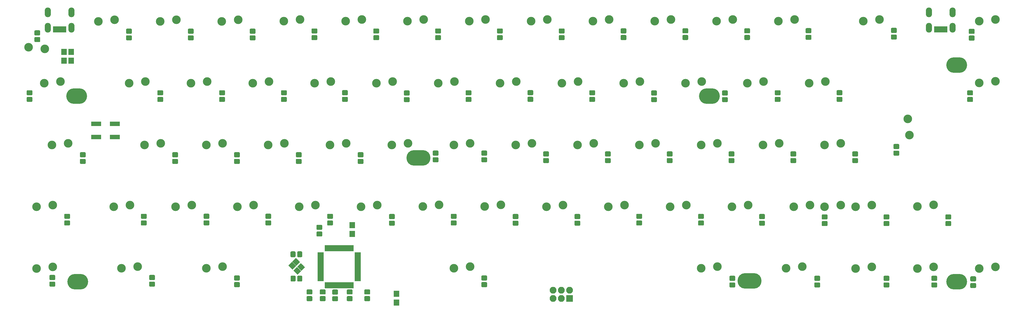
<source format=gbs>
G04 #@! TF.GenerationSoftware,KiCad,Pcbnew,(5.0.0)*
G04 #@! TF.CreationDate,2018-12-28T22:37:37+01:00*
G04 #@! TF.ProjectId,cyclops,6379636C6F70732E6B696361645F7063,rev?*
G04 #@! TF.SameCoordinates,Original*
G04 #@! TF.FileFunction,Soldermask,Bot*
G04 #@! TF.FilePolarity,Negative*
%FSLAX46Y46*%
G04 Gerber Fmt 4.6, Leading zero omitted, Abs format (unit mm)*
G04 Created by KiCad (PCBNEW (5.0.0)) date 12/28/18 22:37:37*
%MOMM*%
%LPD*%
G01*
G04 APERTURE LIST*
%ADD10C,2.650000*%
%ADD11C,0.100000*%
%ADD12C,1.550000*%
%ADD13R,0.900000X1.900000*%
%ADD14O,1.900000X3.000000*%
%ADD15O,7.400000X4.800000*%
%ADD16O,6.400000X4.800000*%
%ADD17R,1.700000X1.900000*%
%ADD18R,3.150000X1.400000*%
%ADD19R,2.100000X2.100000*%
%ADD20O,2.100000X2.100000*%
%ADD21R,0.950000X1.900000*%
%ADD22R,1.900000X0.950000*%
%ADD23C,1.600000*%
G04 APERTURE END LIST*
D10*
G04 #@! TO.C,K61*
X347918573Y-133181001D03*
X348418573Y-138181001D03*
G04 #@! TD*
D11*
G04 #@! TO.C,D1*
G36*
X80296071Y-105901623D02*
X80328781Y-105906475D01*
X80360857Y-105914509D01*
X80391991Y-105925649D01*
X80421884Y-105939787D01*
X80450247Y-105956787D01*
X80476807Y-105976485D01*
X80501308Y-105998692D01*
X80523515Y-106023193D01*
X80543213Y-106049753D01*
X80560213Y-106078116D01*
X80574351Y-106108009D01*
X80585491Y-106139143D01*
X80593525Y-106171219D01*
X80598377Y-106203929D01*
X80600000Y-106236956D01*
X80600000Y-107113044D01*
X80598377Y-107146071D01*
X80593525Y-107178781D01*
X80585491Y-107210857D01*
X80574351Y-107241991D01*
X80560213Y-107271884D01*
X80543213Y-107300247D01*
X80523515Y-107326807D01*
X80501308Y-107351308D01*
X80476807Y-107373515D01*
X80450247Y-107393213D01*
X80421884Y-107410213D01*
X80391991Y-107424351D01*
X80360857Y-107435491D01*
X80328781Y-107443525D01*
X80296071Y-107448377D01*
X80263044Y-107450000D01*
X79136956Y-107450000D01*
X79103929Y-107448377D01*
X79071219Y-107443525D01*
X79039143Y-107435491D01*
X79008009Y-107424351D01*
X78978116Y-107410213D01*
X78949753Y-107393213D01*
X78923193Y-107373515D01*
X78898692Y-107351308D01*
X78876485Y-107326807D01*
X78856787Y-107300247D01*
X78839787Y-107271884D01*
X78825649Y-107241991D01*
X78814509Y-107210857D01*
X78806475Y-107178781D01*
X78801623Y-107146071D01*
X78800000Y-107113044D01*
X78800000Y-106236956D01*
X78801623Y-106203929D01*
X78806475Y-106171219D01*
X78814509Y-106139143D01*
X78825649Y-106108009D01*
X78839787Y-106078116D01*
X78856787Y-106049753D01*
X78876485Y-106023193D01*
X78898692Y-105998692D01*
X78923193Y-105976485D01*
X78949753Y-105956787D01*
X78978116Y-105939787D01*
X79008009Y-105925649D01*
X79039143Y-105914509D01*
X79071219Y-105906475D01*
X79103929Y-105901623D01*
X79136956Y-105900000D01*
X80263044Y-105900000D01*
X80296071Y-105901623D01*
X80296071Y-105901623D01*
G37*
D12*
X79700000Y-106675000D03*
D11*
G36*
X80296071Y-107951623D02*
X80328781Y-107956475D01*
X80360857Y-107964509D01*
X80391991Y-107975649D01*
X80421884Y-107989787D01*
X80450247Y-108006787D01*
X80476807Y-108026485D01*
X80501308Y-108048692D01*
X80523515Y-108073193D01*
X80543213Y-108099753D01*
X80560213Y-108128116D01*
X80574351Y-108158009D01*
X80585491Y-108189143D01*
X80593525Y-108221219D01*
X80598377Y-108253929D01*
X80600000Y-108286956D01*
X80600000Y-109163044D01*
X80598377Y-109196071D01*
X80593525Y-109228781D01*
X80585491Y-109260857D01*
X80574351Y-109291991D01*
X80560213Y-109321884D01*
X80543213Y-109350247D01*
X80523515Y-109376807D01*
X80501308Y-109401308D01*
X80476807Y-109423515D01*
X80450247Y-109443213D01*
X80421884Y-109460213D01*
X80391991Y-109474351D01*
X80360857Y-109485491D01*
X80328781Y-109493525D01*
X80296071Y-109498377D01*
X80263044Y-109500000D01*
X79136956Y-109500000D01*
X79103929Y-109498377D01*
X79071219Y-109493525D01*
X79039143Y-109485491D01*
X79008009Y-109474351D01*
X78978116Y-109460213D01*
X78949753Y-109443213D01*
X78923193Y-109423515D01*
X78898692Y-109401308D01*
X78876485Y-109376807D01*
X78856787Y-109350247D01*
X78839787Y-109321884D01*
X78825649Y-109291991D01*
X78814509Y-109260857D01*
X78806475Y-109228781D01*
X78801623Y-109196071D01*
X78800000Y-109163044D01*
X78800000Y-108286956D01*
X78801623Y-108253929D01*
X78806475Y-108221219D01*
X78814509Y-108189143D01*
X78825649Y-108158009D01*
X78839787Y-108128116D01*
X78856787Y-108099753D01*
X78876485Y-108073193D01*
X78898692Y-108048692D01*
X78923193Y-108026485D01*
X78949753Y-108006787D01*
X78978116Y-107989787D01*
X79008009Y-107975649D01*
X79039143Y-107964509D01*
X79071219Y-107956475D01*
X79103929Y-107951623D01*
X79136956Y-107950000D01*
X80263044Y-107950000D01*
X80296071Y-107951623D01*
X80296071Y-107951623D01*
G37*
D12*
X79700000Y-108725000D03*
G04 #@! TD*
D11*
G04 #@! TO.C,D2*
G36*
X108546071Y-105389623D02*
X108578781Y-105394475D01*
X108610857Y-105402509D01*
X108641991Y-105413649D01*
X108671884Y-105427787D01*
X108700247Y-105444787D01*
X108726807Y-105464485D01*
X108751308Y-105486692D01*
X108773515Y-105511193D01*
X108793213Y-105537753D01*
X108810213Y-105566116D01*
X108824351Y-105596009D01*
X108835491Y-105627143D01*
X108843525Y-105659219D01*
X108848377Y-105691929D01*
X108850000Y-105724956D01*
X108850000Y-106601044D01*
X108848377Y-106634071D01*
X108843525Y-106666781D01*
X108835491Y-106698857D01*
X108824351Y-106729991D01*
X108810213Y-106759884D01*
X108793213Y-106788247D01*
X108773515Y-106814807D01*
X108751308Y-106839308D01*
X108726807Y-106861515D01*
X108700247Y-106881213D01*
X108671884Y-106898213D01*
X108641991Y-106912351D01*
X108610857Y-106923491D01*
X108578781Y-106931525D01*
X108546071Y-106936377D01*
X108513044Y-106938000D01*
X107386956Y-106938000D01*
X107353929Y-106936377D01*
X107321219Y-106931525D01*
X107289143Y-106923491D01*
X107258009Y-106912351D01*
X107228116Y-106898213D01*
X107199753Y-106881213D01*
X107173193Y-106861515D01*
X107148692Y-106839308D01*
X107126485Y-106814807D01*
X107106787Y-106788247D01*
X107089787Y-106759884D01*
X107075649Y-106729991D01*
X107064509Y-106698857D01*
X107056475Y-106666781D01*
X107051623Y-106634071D01*
X107050000Y-106601044D01*
X107050000Y-105724956D01*
X107051623Y-105691929D01*
X107056475Y-105659219D01*
X107064509Y-105627143D01*
X107075649Y-105596009D01*
X107089787Y-105566116D01*
X107106787Y-105537753D01*
X107126485Y-105511193D01*
X107148692Y-105486692D01*
X107173193Y-105464485D01*
X107199753Y-105444787D01*
X107228116Y-105427787D01*
X107258009Y-105413649D01*
X107289143Y-105402509D01*
X107321219Y-105394475D01*
X107353929Y-105389623D01*
X107386956Y-105388000D01*
X108513044Y-105388000D01*
X108546071Y-105389623D01*
X108546071Y-105389623D01*
G37*
D12*
X107950000Y-106163000D03*
D11*
G36*
X108546071Y-107439623D02*
X108578781Y-107444475D01*
X108610857Y-107452509D01*
X108641991Y-107463649D01*
X108671884Y-107477787D01*
X108700247Y-107494787D01*
X108726807Y-107514485D01*
X108751308Y-107536692D01*
X108773515Y-107561193D01*
X108793213Y-107587753D01*
X108810213Y-107616116D01*
X108824351Y-107646009D01*
X108835491Y-107677143D01*
X108843525Y-107709219D01*
X108848377Y-107741929D01*
X108850000Y-107774956D01*
X108850000Y-108651044D01*
X108848377Y-108684071D01*
X108843525Y-108716781D01*
X108835491Y-108748857D01*
X108824351Y-108779991D01*
X108810213Y-108809884D01*
X108793213Y-108838247D01*
X108773515Y-108864807D01*
X108751308Y-108889308D01*
X108726807Y-108911515D01*
X108700247Y-108931213D01*
X108671884Y-108948213D01*
X108641991Y-108962351D01*
X108610857Y-108973491D01*
X108578781Y-108981525D01*
X108546071Y-108986377D01*
X108513044Y-108988000D01*
X107386956Y-108988000D01*
X107353929Y-108986377D01*
X107321219Y-108981525D01*
X107289143Y-108973491D01*
X107258009Y-108962351D01*
X107228116Y-108948213D01*
X107199753Y-108931213D01*
X107173193Y-108911515D01*
X107148692Y-108889308D01*
X107126485Y-108864807D01*
X107106787Y-108838247D01*
X107089787Y-108809884D01*
X107075649Y-108779991D01*
X107064509Y-108748857D01*
X107056475Y-108716781D01*
X107051623Y-108684071D01*
X107050000Y-108651044D01*
X107050000Y-107774956D01*
X107051623Y-107741929D01*
X107056475Y-107709219D01*
X107064509Y-107677143D01*
X107075649Y-107646009D01*
X107089787Y-107616116D01*
X107106787Y-107587753D01*
X107126485Y-107561193D01*
X107148692Y-107536692D01*
X107173193Y-107514485D01*
X107199753Y-107494787D01*
X107228116Y-107477787D01*
X107258009Y-107463649D01*
X107289143Y-107452509D01*
X107321219Y-107444475D01*
X107353929Y-107439623D01*
X107386956Y-107438000D01*
X108513044Y-107438000D01*
X108546071Y-107439623D01*
X108546071Y-107439623D01*
G37*
D12*
X107950000Y-108213000D03*
G04 #@! TD*
D11*
G04 #@! TO.C,D3*
G36*
X127596071Y-105389623D02*
X127628781Y-105394475D01*
X127660857Y-105402509D01*
X127691991Y-105413649D01*
X127721884Y-105427787D01*
X127750247Y-105444787D01*
X127776807Y-105464485D01*
X127801308Y-105486692D01*
X127823515Y-105511193D01*
X127843213Y-105537753D01*
X127860213Y-105566116D01*
X127874351Y-105596009D01*
X127885491Y-105627143D01*
X127893525Y-105659219D01*
X127898377Y-105691929D01*
X127900000Y-105724956D01*
X127900000Y-106601044D01*
X127898377Y-106634071D01*
X127893525Y-106666781D01*
X127885491Y-106698857D01*
X127874351Y-106729991D01*
X127860213Y-106759884D01*
X127843213Y-106788247D01*
X127823515Y-106814807D01*
X127801308Y-106839308D01*
X127776807Y-106861515D01*
X127750247Y-106881213D01*
X127721884Y-106898213D01*
X127691991Y-106912351D01*
X127660857Y-106923491D01*
X127628781Y-106931525D01*
X127596071Y-106936377D01*
X127563044Y-106938000D01*
X126436956Y-106938000D01*
X126403929Y-106936377D01*
X126371219Y-106931525D01*
X126339143Y-106923491D01*
X126308009Y-106912351D01*
X126278116Y-106898213D01*
X126249753Y-106881213D01*
X126223193Y-106861515D01*
X126198692Y-106839308D01*
X126176485Y-106814807D01*
X126156787Y-106788247D01*
X126139787Y-106759884D01*
X126125649Y-106729991D01*
X126114509Y-106698857D01*
X126106475Y-106666781D01*
X126101623Y-106634071D01*
X126100000Y-106601044D01*
X126100000Y-105724956D01*
X126101623Y-105691929D01*
X126106475Y-105659219D01*
X126114509Y-105627143D01*
X126125649Y-105596009D01*
X126139787Y-105566116D01*
X126156787Y-105537753D01*
X126176485Y-105511193D01*
X126198692Y-105486692D01*
X126223193Y-105464485D01*
X126249753Y-105444787D01*
X126278116Y-105427787D01*
X126308009Y-105413649D01*
X126339143Y-105402509D01*
X126371219Y-105394475D01*
X126403929Y-105389623D01*
X126436956Y-105388000D01*
X127563044Y-105388000D01*
X127596071Y-105389623D01*
X127596071Y-105389623D01*
G37*
D12*
X127000000Y-106163000D03*
D11*
G36*
X127596071Y-107439623D02*
X127628781Y-107444475D01*
X127660857Y-107452509D01*
X127691991Y-107463649D01*
X127721884Y-107477787D01*
X127750247Y-107494787D01*
X127776807Y-107514485D01*
X127801308Y-107536692D01*
X127823515Y-107561193D01*
X127843213Y-107587753D01*
X127860213Y-107616116D01*
X127874351Y-107646009D01*
X127885491Y-107677143D01*
X127893525Y-107709219D01*
X127898377Y-107741929D01*
X127900000Y-107774956D01*
X127900000Y-108651044D01*
X127898377Y-108684071D01*
X127893525Y-108716781D01*
X127885491Y-108748857D01*
X127874351Y-108779991D01*
X127860213Y-108809884D01*
X127843213Y-108838247D01*
X127823515Y-108864807D01*
X127801308Y-108889308D01*
X127776807Y-108911515D01*
X127750247Y-108931213D01*
X127721884Y-108948213D01*
X127691991Y-108962351D01*
X127660857Y-108973491D01*
X127628781Y-108981525D01*
X127596071Y-108986377D01*
X127563044Y-108988000D01*
X126436956Y-108988000D01*
X126403929Y-108986377D01*
X126371219Y-108981525D01*
X126339143Y-108973491D01*
X126308009Y-108962351D01*
X126278116Y-108948213D01*
X126249753Y-108931213D01*
X126223193Y-108911515D01*
X126198692Y-108889308D01*
X126176485Y-108864807D01*
X126156787Y-108838247D01*
X126139787Y-108809884D01*
X126125649Y-108779991D01*
X126114509Y-108748857D01*
X126106475Y-108716781D01*
X126101623Y-108684071D01*
X126100000Y-108651044D01*
X126100000Y-107774956D01*
X126101623Y-107741929D01*
X126106475Y-107709219D01*
X126114509Y-107677143D01*
X126125649Y-107646009D01*
X126139787Y-107616116D01*
X126156787Y-107587753D01*
X126176485Y-107561193D01*
X126198692Y-107536692D01*
X126223193Y-107514485D01*
X126249753Y-107494787D01*
X126278116Y-107477787D01*
X126308009Y-107463649D01*
X126339143Y-107452509D01*
X126371219Y-107444475D01*
X126403929Y-107439623D01*
X126436956Y-107438000D01*
X127563044Y-107438000D01*
X127596071Y-107439623D01*
X127596071Y-107439623D01*
G37*
D12*
X127000000Y-108213000D03*
G04 #@! TD*
D11*
G04 #@! TO.C,D4*
G36*
X146646071Y-105389623D02*
X146678781Y-105394475D01*
X146710857Y-105402509D01*
X146741991Y-105413649D01*
X146771884Y-105427787D01*
X146800247Y-105444787D01*
X146826807Y-105464485D01*
X146851308Y-105486692D01*
X146873515Y-105511193D01*
X146893213Y-105537753D01*
X146910213Y-105566116D01*
X146924351Y-105596009D01*
X146935491Y-105627143D01*
X146943525Y-105659219D01*
X146948377Y-105691929D01*
X146950000Y-105724956D01*
X146950000Y-106601044D01*
X146948377Y-106634071D01*
X146943525Y-106666781D01*
X146935491Y-106698857D01*
X146924351Y-106729991D01*
X146910213Y-106759884D01*
X146893213Y-106788247D01*
X146873515Y-106814807D01*
X146851308Y-106839308D01*
X146826807Y-106861515D01*
X146800247Y-106881213D01*
X146771884Y-106898213D01*
X146741991Y-106912351D01*
X146710857Y-106923491D01*
X146678781Y-106931525D01*
X146646071Y-106936377D01*
X146613044Y-106938000D01*
X145486956Y-106938000D01*
X145453929Y-106936377D01*
X145421219Y-106931525D01*
X145389143Y-106923491D01*
X145358009Y-106912351D01*
X145328116Y-106898213D01*
X145299753Y-106881213D01*
X145273193Y-106861515D01*
X145248692Y-106839308D01*
X145226485Y-106814807D01*
X145206787Y-106788247D01*
X145189787Y-106759884D01*
X145175649Y-106729991D01*
X145164509Y-106698857D01*
X145156475Y-106666781D01*
X145151623Y-106634071D01*
X145150000Y-106601044D01*
X145150000Y-105724956D01*
X145151623Y-105691929D01*
X145156475Y-105659219D01*
X145164509Y-105627143D01*
X145175649Y-105596009D01*
X145189787Y-105566116D01*
X145206787Y-105537753D01*
X145226485Y-105511193D01*
X145248692Y-105486692D01*
X145273193Y-105464485D01*
X145299753Y-105444787D01*
X145328116Y-105427787D01*
X145358009Y-105413649D01*
X145389143Y-105402509D01*
X145421219Y-105394475D01*
X145453929Y-105389623D01*
X145486956Y-105388000D01*
X146613044Y-105388000D01*
X146646071Y-105389623D01*
X146646071Y-105389623D01*
G37*
D12*
X146050000Y-106163000D03*
D11*
G36*
X146646071Y-107439623D02*
X146678781Y-107444475D01*
X146710857Y-107452509D01*
X146741991Y-107463649D01*
X146771884Y-107477787D01*
X146800247Y-107494787D01*
X146826807Y-107514485D01*
X146851308Y-107536692D01*
X146873515Y-107561193D01*
X146893213Y-107587753D01*
X146910213Y-107616116D01*
X146924351Y-107646009D01*
X146935491Y-107677143D01*
X146943525Y-107709219D01*
X146948377Y-107741929D01*
X146950000Y-107774956D01*
X146950000Y-108651044D01*
X146948377Y-108684071D01*
X146943525Y-108716781D01*
X146935491Y-108748857D01*
X146924351Y-108779991D01*
X146910213Y-108809884D01*
X146893213Y-108838247D01*
X146873515Y-108864807D01*
X146851308Y-108889308D01*
X146826807Y-108911515D01*
X146800247Y-108931213D01*
X146771884Y-108948213D01*
X146741991Y-108962351D01*
X146710857Y-108973491D01*
X146678781Y-108981525D01*
X146646071Y-108986377D01*
X146613044Y-108988000D01*
X145486956Y-108988000D01*
X145453929Y-108986377D01*
X145421219Y-108981525D01*
X145389143Y-108973491D01*
X145358009Y-108962351D01*
X145328116Y-108948213D01*
X145299753Y-108931213D01*
X145273193Y-108911515D01*
X145248692Y-108889308D01*
X145226485Y-108864807D01*
X145206787Y-108838247D01*
X145189787Y-108809884D01*
X145175649Y-108779991D01*
X145164509Y-108748857D01*
X145156475Y-108716781D01*
X145151623Y-108684071D01*
X145150000Y-108651044D01*
X145150000Y-107774956D01*
X145151623Y-107741929D01*
X145156475Y-107709219D01*
X145164509Y-107677143D01*
X145175649Y-107646009D01*
X145189787Y-107616116D01*
X145206787Y-107587753D01*
X145226485Y-107561193D01*
X145248692Y-107536692D01*
X145273193Y-107514485D01*
X145299753Y-107494787D01*
X145328116Y-107477787D01*
X145358009Y-107463649D01*
X145389143Y-107452509D01*
X145421219Y-107444475D01*
X145453929Y-107439623D01*
X145486956Y-107438000D01*
X146613044Y-107438000D01*
X146646071Y-107439623D01*
X146646071Y-107439623D01*
G37*
D12*
X146050000Y-108213000D03*
G04 #@! TD*
D11*
G04 #@! TO.C,D5*
G36*
X165696071Y-105313423D02*
X165728781Y-105318275D01*
X165760857Y-105326309D01*
X165791991Y-105337449D01*
X165821884Y-105351587D01*
X165850247Y-105368587D01*
X165876807Y-105388285D01*
X165901308Y-105410492D01*
X165923515Y-105434993D01*
X165943213Y-105461553D01*
X165960213Y-105489916D01*
X165974351Y-105519809D01*
X165985491Y-105550943D01*
X165993525Y-105583019D01*
X165998377Y-105615729D01*
X166000000Y-105648756D01*
X166000000Y-106524844D01*
X165998377Y-106557871D01*
X165993525Y-106590581D01*
X165985491Y-106622657D01*
X165974351Y-106653791D01*
X165960213Y-106683684D01*
X165943213Y-106712047D01*
X165923515Y-106738607D01*
X165901308Y-106763108D01*
X165876807Y-106785315D01*
X165850247Y-106805013D01*
X165821884Y-106822013D01*
X165791991Y-106836151D01*
X165760857Y-106847291D01*
X165728781Y-106855325D01*
X165696071Y-106860177D01*
X165663044Y-106861800D01*
X164536956Y-106861800D01*
X164503929Y-106860177D01*
X164471219Y-106855325D01*
X164439143Y-106847291D01*
X164408009Y-106836151D01*
X164378116Y-106822013D01*
X164349753Y-106805013D01*
X164323193Y-106785315D01*
X164298692Y-106763108D01*
X164276485Y-106738607D01*
X164256787Y-106712047D01*
X164239787Y-106683684D01*
X164225649Y-106653791D01*
X164214509Y-106622657D01*
X164206475Y-106590581D01*
X164201623Y-106557871D01*
X164200000Y-106524844D01*
X164200000Y-105648756D01*
X164201623Y-105615729D01*
X164206475Y-105583019D01*
X164214509Y-105550943D01*
X164225649Y-105519809D01*
X164239787Y-105489916D01*
X164256787Y-105461553D01*
X164276485Y-105434993D01*
X164298692Y-105410492D01*
X164323193Y-105388285D01*
X164349753Y-105368587D01*
X164378116Y-105351587D01*
X164408009Y-105337449D01*
X164439143Y-105326309D01*
X164471219Y-105318275D01*
X164503929Y-105313423D01*
X164536956Y-105311800D01*
X165663044Y-105311800D01*
X165696071Y-105313423D01*
X165696071Y-105313423D01*
G37*
D12*
X165100000Y-106086800D03*
D11*
G36*
X165696071Y-107363423D02*
X165728781Y-107368275D01*
X165760857Y-107376309D01*
X165791991Y-107387449D01*
X165821884Y-107401587D01*
X165850247Y-107418587D01*
X165876807Y-107438285D01*
X165901308Y-107460492D01*
X165923515Y-107484993D01*
X165943213Y-107511553D01*
X165960213Y-107539916D01*
X165974351Y-107569809D01*
X165985491Y-107600943D01*
X165993525Y-107633019D01*
X165998377Y-107665729D01*
X166000000Y-107698756D01*
X166000000Y-108574844D01*
X165998377Y-108607871D01*
X165993525Y-108640581D01*
X165985491Y-108672657D01*
X165974351Y-108703791D01*
X165960213Y-108733684D01*
X165943213Y-108762047D01*
X165923515Y-108788607D01*
X165901308Y-108813108D01*
X165876807Y-108835315D01*
X165850247Y-108855013D01*
X165821884Y-108872013D01*
X165791991Y-108886151D01*
X165760857Y-108897291D01*
X165728781Y-108905325D01*
X165696071Y-108910177D01*
X165663044Y-108911800D01*
X164536956Y-108911800D01*
X164503929Y-108910177D01*
X164471219Y-108905325D01*
X164439143Y-108897291D01*
X164408009Y-108886151D01*
X164378116Y-108872013D01*
X164349753Y-108855013D01*
X164323193Y-108835315D01*
X164298692Y-108813108D01*
X164276485Y-108788607D01*
X164256787Y-108762047D01*
X164239787Y-108733684D01*
X164225649Y-108703791D01*
X164214509Y-108672657D01*
X164206475Y-108640581D01*
X164201623Y-108607871D01*
X164200000Y-108574844D01*
X164200000Y-107698756D01*
X164201623Y-107665729D01*
X164206475Y-107633019D01*
X164214509Y-107600943D01*
X164225649Y-107569809D01*
X164239787Y-107539916D01*
X164256787Y-107511553D01*
X164276485Y-107484993D01*
X164298692Y-107460492D01*
X164323193Y-107438285D01*
X164349753Y-107418587D01*
X164378116Y-107401587D01*
X164408009Y-107387449D01*
X164439143Y-107376309D01*
X164471219Y-107368275D01*
X164503929Y-107363423D01*
X164536956Y-107361800D01*
X165663044Y-107361800D01*
X165696071Y-107363423D01*
X165696071Y-107363423D01*
G37*
D12*
X165100000Y-108136800D03*
G04 #@! TD*
D11*
G04 #@! TO.C,D6*
G36*
X184746071Y-105326123D02*
X184778781Y-105330975D01*
X184810857Y-105339009D01*
X184841991Y-105350149D01*
X184871884Y-105364287D01*
X184900247Y-105381287D01*
X184926807Y-105400985D01*
X184951308Y-105423192D01*
X184973515Y-105447693D01*
X184993213Y-105474253D01*
X185010213Y-105502616D01*
X185024351Y-105532509D01*
X185035491Y-105563643D01*
X185043525Y-105595719D01*
X185048377Y-105628429D01*
X185050000Y-105661456D01*
X185050000Y-106537544D01*
X185048377Y-106570571D01*
X185043525Y-106603281D01*
X185035491Y-106635357D01*
X185024351Y-106666491D01*
X185010213Y-106696384D01*
X184993213Y-106724747D01*
X184973515Y-106751307D01*
X184951308Y-106775808D01*
X184926807Y-106798015D01*
X184900247Y-106817713D01*
X184871884Y-106834713D01*
X184841991Y-106848851D01*
X184810857Y-106859991D01*
X184778781Y-106868025D01*
X184746071Y-106872877D01*
X184713044Y-106874500D01*
X183586956Y-106874500D01*
X183553929Y-106872877D01*
X183521219Y-106868025D01*
X183489143Y-106859991D01*
X183458009Y-106848851D01*
X183428116Y-106834713D01*
X183399753Y-106817713D01*
X183373193Y-106798015D01*
X183348692Y-106775808D01*
X183326485Y-106751307D01*
X183306787Y-106724747D01*
X183289787Y-106696384D01*
X183275649Y-106666491D01*
X183264509Y-106635357D01*
X183256475Y-106603281D01*
X183251623Y-106570571D01*
X183250000Y-106537544D01*
X183250000Y-105661456D01*
X183251623Y-105628429D01*
X183256475Y-105595719D01*
X183264509Y-105563643D01*
X183275649Y-105532509D01*
X183289787Y-105502616D01*
X183306787Y-105474253D01*
X183326485Y-105447693D01*
X183348692Y-105423192D01*
X183373193Y-105400985D01*
X183399753Y-105381287D01*
X183428116Y-105364287D01*
X183458009Y-105350149D01*
X183489143Y-105339009D01*
X183521219Y-105330975D01*
X183553929Y-105326123D01*
X183586956Y-105324500D01*
X184713044Y-105324500D01*
X184746071Y-105326123D01*
X184746071Y-105326123D01*
G37*
D12*
X184150000Y-106099500D03*
D11*
G36*
X184746071Y-107376123D02*
X184778781Y-107380975D01*
X184810857Y-107389009D01*
X184841991Y-107400149D01*
X184871884Y-107414287D01*
X184900247Y-107431287D01*
X184926807Y-107450985D01*
X184951308Y-107473192D01*
X184973515Y-107497693D01*
X184993213Y-107524253D01*
X185010213Y-107552616D01*
X185024351Y-107582509D01*
X185035491Y-107613643D01*
X185043525Y-107645719D01*
X185048377Y-107678429D01*
X185050000Y-107711456D01*
X185050000Y-108587544D01*
X185048377Y-108620571D01*
X185043525Y-108653281D01*
X185035491Y-108685357D01*
X185024351Y-108716491D01*
X185010213Y-108746384D01*
X184993213Y-108774747D01*
X184973515Y-108801307D01*
X184951308Y-108825808D01*
X184926807Y-108848015D01*
X184900247Y-108867713D01*
X184871884Y-108884713D01*
X184841991Y-108898851D01*
X184810857Y-108909991D01*
X184778781Y-108918025D01*
X184746071Y-108922877D01*
X184713044Y-108924500D01*
X183586956Y-108924500D01*
X183553929Y-108922877D01*
X183521219Y-108918025D01*
X183489143Y-108909991D01*
X183458009Y-108898851D01*
X183428116Y-108884713D01*
X183399753Y-108867713D01*
X183373193Y-108848015D01*
X183348692Y-108825808D01*
X183326485Y-108801307D01*
X183306787Y-108774747D01*
X183289787Y-108746384D01*
X183275649Y-108716491D01*
X183264509Y-108685357D01*
X183256475Y-108653281D01*
X183251623Y-108620571D01*
X183250000Y-108587544D01*
X183250000Y-107711456D01*
X183251623Y-107678429D01*
X183256475Y-107645719D01*
X183264509Y-107613643D01*
X183275649Y-107582509D01*
X183289787Y-107552616D01*
X183306787Y-107524253D01*
X183326485Y-107497693D01*
X183348692Y-107473192D01*
X183373193Y-107450985D01*
X183399753Y-107431287D01*
X183428116Y-107414287D01*
X183458009Y-107400149D01*
X183489143Y-107389009D01*
X183521219Y-107380975D01*
X183553929Y-107376123D01*
X183586956Y-107374500D01*
X184713044Y-107374500D01*
X184746071Y-107376123D01*
X184746071Y-107376123D01*
G37*
D12*
X184150000Y-108149500D03*
G04 #@! TD*
D11*
G04 #@! TO.C,D7*
G36*
X203796071Y-105313423D02*
X203828781Y-105318275D01*
X203860857Y-105326309D01*
X203891991Y-105337449D01*
X203921884Y-105351587D01*
X203950247Y-105368587D01*
X203976807Y-105388285D01*
X204001308Y-105410492D01*
X204023515Y-105434993D01*
X204043213Y-105461553D01*
X204060213Y-105489916D01*
X204074351Y-105519809D01*
X204085491Y-105550943D01*
X204093525Y-105583019D01*
X204098377Y-105615729D01*
X204100000Y-105648756D01*
X204100000Y-106524844D01*
X204098377Y-106557871D01*
X204093525Y-106590581D01*
X204085491Y-106622657D01*
X204074351Y-106653791D01*
X204060213Y-106683684D01*
X204043213Y-106712047D01*
X204023515Y-106738607D01*
X204001308Y-106763108D01*
X203976807Y-106785315D01*
X203950247Y-106805013D01*
X203921884Y-106822013D01*
X203891991Y-106836151D01*
X203860857Y-106847291D01*
X203828781Y-106855325D01*
X203796071Y-106860177D01*
X203763044Y-106861800D01*
X202636956Y-106861800D01*
X202603929Y-106860177D01*
X202571219Y-106855325D01*
X202539143Y-106847291D01*
X202508009Y-106836151D01*
X202478116Y-106822013D01*
X202449753Y-106805013D01*
X202423193Y-106785315D01*
X202398692Y-106763108D01*
X202376485Y-106738607D01*
X202356787Y-106712047D01*
X202339787Y-106683684D01*
X202325649Y-106653791D01*
X202314509Y-106622657D01*
X202306475Y-106590581D01*
X202301623Y-106557871D01*
X202300000Y-106524844D01*
X202300000Y-105648756D01*
X202301623Y-105615729D01*
X202306475Y-105583019D01*
X202314509Y-105550943D01*
X202325649Y-105519809D01*
X202339787Y-105489916D01*
X202356787Y-105461553D01*
X202376485Y-105434993D01*
X202398692Y-105410492D01*
X202423193Y-105388285D01*
X202449753Y-105368587D01*
X202478116Y-105351587D01*
X202508009Y-105337449D01*
X202539143Y-105326309D01*
X202571219Y-105318275D01*
X202603929Y-105313423D01*
X202636956Y-105311800D01*
X203763044Y-105311800D01*
X203796071Y-105313423D01*
X203796071Y-105313423D01*
G37*
D12*
X203200000Y-106086800D03*
D11*
G36*
X203796071Y-107363423D02*
X203828781Y-107368275D01*
X203860857Y-107376309D01*
X203891991Y-107387449D01*
X203921884Y-107401587D01*
X203950247Y-107418587D01*
X203976807Y-107438285D01*
X204001308Y-107460492D01*
X204023515Y-107484993D01*
X204043213Y-107511553D01*
X204060213Y-107539916D01*
X204074351Y-107569809D01*
X204085491Y-107600943D01*
X204093525Y-107633019D01*
X204098377Y-107665729D01*
X204100000Y-107698756D01*
X204100000Y-108574844D01*
X204098377Y-108607871D01*
X204093525Y-108640581D01*
X204085491Y-108672657D01*
X204074351Y-108703791D01*
X204060213Y-108733684D01*
X204043213Y-108762047D01*
X204023515Y-108788607D01*
X204001308Y-108813108D01*
X203976807Y-108835315D01*
X203950247Y-108855013D01*
X203921884Y-108872013D01*
X203891991Y-108886151D01*
X203860857Y-108897291D01*
X203828781Y-108905325D01*
X203796071Y-108910177D01*
X203763044Y-108911800D01*
X202636956Y-108911800D01*
X202603929Y-108910177D01*
X202571219Y-108905325D01*
X202539143Y-108897291D01*
X202508009Y-108886151D01*
X202478116Y-108872013D01*
X202449753Y-108855013D01*
X202423193Y-108835315D01*
X202398692Y-108813108D01*
X202376485Y-108788607D01*
X202356787Y-108762047D01*
X202339787Y-108733684D01*
X202325649Y-108703791D01*
X202314509Y-108672657D01*
X202306475Y-108640581D01*
X202301623Y-108607871D01*
X202300000Y-108574844D01*
X202300000Y-107698756D01*
X202301623Y-107665729D01*
X202306475Y-107633019D01*
X202314509Y-107600943D01*
X202325649Y-107569809D01*
X202339787Y-107539916D01*
X202356787Y-107511553D01*
X202376485Y-107484993D01*
X202398692Y-107460492D01*
X202423193Y-107438285D01*
X202449753Y-107418587D01*
X202478116Y-107401587D01*
X202508009Y-107387449D01*
X202539143Y-107376309D01*
X202571219Y-107368275D01*
X202603929Y-107363423D01*
X202636956Y-107361800D01*
X203763044Y-107361800D01*
X203796071Y-107363423D01*
X203796071Y-107363423D01*
G37*
D12*
X203200000Y-108136800D03*
G04 #@! TD*
D11*
G04 #@! TO.C,D8*
G36*
X222846071Y-105313423D02*
X222878781Y-105318275D01*
X222910857Y-105326309D01*
X222941991Y-105337449D01*
X222971884Y-105351587D01*
X223000247Y-105368587D01*
X223026807Y-105388285D01*
X223051308Y-105410492D01*
X223073515Y-105434993D01*
X223093213Y-105461553D01*
X223110213Y-105489916D01*
X223124351Y-105519809D01*
X223135491Y-105550943D01*
X223143525Y-105583019D01*
X223148377Y-105615729D01*
X223150000Y-105648756D01*
X223150000Y-106524844D01*
X223148377Y-106557871D01*
X223143525Y-106590581D01*
X223135491Y-106622657D01*
X223124351Y-106653791D01*
X223110213Y-106683684D01*
X223093213Y-106712047D01*
X223073515Y-106738607D01*
X223051308Y-106763108D01*
X223026807Y-106785315D01*
X223000247Y-106805013D01*
X222971884Y-106822013D01*
X222941991Y-106836151D01*
X222910857Y-106847291D01*
X222878781Y-106855325D01*
X222846071Y-106860177D01*
X222813044Y-106861800D01*
X221686956Y-106861800D01*
X221653929Y-106860177D01*
X221621219Y-106855325D01*
X221589143Y-106847291D01*
X221558009Y-106836151D01*
X221528116Y-106822013D01*
X221499753Y-106805013D01*
X221473193Y-106785315D01*
X221448692Y-106763108D01*
X221426485Y-106738607D01*
X221406787Y-106712047D01*
X221389787Y-106683684D01*
X221375649Y-106653791D01*
X221364509Y-106622657D01*
X221356475Y-106590581D01*
X221351623Y-106557871D01*
X221350000Y-106524844D01*
X221350000Y-105648756D01*
X221351623Y-105615729D01*
X221356475Y-105583019D01*
X221364509Y-105550943D01*
X221375649Y-105519809D01*
X221389787Y-105489916D01*
X221406787Y-105461553D01*
X221426485Y-105434993D01*
X221448692Y-105410492D01*
X221473193Y-105388285D01*
X221499753Y-105368587D01*
X221528116Y-105351587D01*
X221558009Y-105337449D01*
X221589143Y-105326309D01*
X221621219Y-105318275D01*
X221653929Y-105313423D01*
X221686956Y-105311800D01*
X222813044Y-105311800D01*
X222846071Y-105313423D01*
X222846071Y-105313423D01*
G37*
D12*
X222250000Y-106086800D03*
D11*
G36*
X222846071Y-107363423D02*
X222878781Y-107368275D01*
X222910857Y-107376309D01*
X222941991Y-107387449D01*
X222971884Y-107401587D01*
X223000247Y-107418587D01*
X223026807Y-107438285D01*
X223051308Y-107460492D01*
X223073515Y-107484993D01*
X223093213Y-107511553D01*
X223110213Y-107539916D01*
X223124351Y-107569809D01*
X223135491Y-107600943D01*
X223143525Y-107633019D01*
X223148377Y-107665729D01*
X223150000Y-107698756D01*
X223150000Y-108574844D01*
X223148377Y-108607871D01*
X223143525Y-108640581D01*
X223135491Y-108672657D01*
X223124351Y-108703791D01*
X223110213Y-108733684D01*
X223093213Y-108762047D01*
X223073515Y-108788607D01*
X223051308Y-108813108D01*
X223026807Y-108835315D01*
X223000247Y-108855013D01*
X222971884Y-108872013D01*
X222941991Y-108886151D01*
X222910857Y-108897291D01*
X222878781Y-108905325D01*
X222846071Y-108910177D01*
X222813044Y-108911800D01*
X221686956Y-108911800D01*
X221653929Y-108910177D01*
X221621219Y-108905325D01*
X221589143Y-108897291D01*
X221558009Y-108886151D01*
X221528116Y-108872013D01*
X221499753Y-108855013D01*
X221473193Y-108835315D01*
X221448692Y-108813108D01*
X221426485Y-108788607D01*
X221406787Y-108762047D01*
X221389787Y-108733684D01*
X221375649Y-108703791D01*
X221364509Y-108672657D01*
X221356475Y-108640581D01*
X221351623Y-108607871D01*
X221350000Y-108574844D01*
X221350000Y-107698756D01*
X221351623Y-107665729D01*
X221356475Y-107633019D01*
X221364509Y-107600943D01*
X221375649Y-107569809D01*
X221389787Y-107539916D01*
X221406787Y-107511553D01*
X221426485Y-107484993D01*
X221448692Y-107460492D01*
X221473193Y-107438285D01*
X221499753Y-107418587D01*
X221528116Y-107401587D01*
X221558009Y-107387449D01*
X221589143Y-107376309D01*
X221621219Y-107368275D01*
X221653929Y-107363423D01*
X221686956Y-107361800D01*
X222813044Y-107361800D01*
X222846071Y-107363423D01*
X222846071Y-107363423D01*
G37*
D12*
X222250000Y-108136800D03*
G04 #@! TD*
D11*
G04 #@! TO.C,D9*
G36*
X241896071Y-105313423D02*
X241928781Y-105318275D01*
X241960857Y-105326309D01*
X241991991Y-105337449D01*
X242021884Y-105351587D01*
X242050247Y-105368587D01*
X242076807Y-105388285D01*
X242101308Y-105410492D01*
X242123515Y-105434993D01*
X242143213Y-105461553D01*
X242160213Y-105489916D01*
X242174351Y-105519809D01*
X242185491Y-105550943D01*
X242193525Y-105583019D01*
X242198377Y-105615729D01*
X242200000Y-105648756D01*
X242200000Y-106524844D01*
X242198377Y-106557871D01*
X242193525Y-106590581D01*
X242185491Y-106622657D01*
X242174351Y-106653791D01*
X242160213Y-106683684D01*
X242143213Y-106712047D01*
X242123515Y-106738607D01*
X242101308Y-106763108D01*
X242076807Y-106785315D01*
X242050247Y-106805013D01*
X242021884Y-106822013D01*
X241991991Y-106836151D01*
X241960857Y-106847291D01*
X241928781Y-106855325D01*
X241896071Y-106860177D01*
X241863044Y-106861800D01*
X240736956Y-106861800D01*
X240703929Y-106860177D01*
X240671219Y-106855325D01*
X240639143Y-106847291D01*
X240608009Y-106836151D01*
X240578116Y-106822013D01*
X240549753Y-106805013D01*
X240523193Y-106785315D01*
X240498692Y-106763108D01*
X240476485Y-106738607D01*
X240456787Y-106712047D01*
X240439787Y-106683684D01*
X240425649Y-106653791D01*
X240414509Y-106622657D01*
X240406475Y-106590581D01*
X240401623Y-106557871D01*
X240400000Y-106524844D01*
X240400000Y-105648756D01*
X240401623Y-105615729D01*
X240406475Y-105583019D01*
X240414509Y-105550943D01*
X240425649Y-105519809D01*
X240439787Y-105489916D01*
X240456787Y-105461553D01*
X240476485Y-105434993D01*
X240498692Y-105410492D01*
X240523193Y-105388285D01*
X240549753Y-105368587D01*
X240578116Y-105351587D01*
X240608009Y-105337449D01*
X240639143Y-105326309D01*
X240671219Y-105318275D01*
X240703929Y-105313423D01*
X240736956Y-105311800D01*
X241863044Y-105311800D01*
X241896071Y-105313423D01*
X241896071Y-105313423D01*
G37*
D12*
X241300000Y-106086800D03*
D11*
G36*
X241896071Y-107363423D02*
X241928781Y-107368275D01*
X241960857Y-107376309D01*
X241991991Y-107387449D01*
X242021884Y-107401587D01*
X242050247Y-107418587D01*
X242076807Y-107438285D01*
X242101308Y-107460492D01*
X242123515Y-107484993D01*
X242143213Y-107511553D01*
X242160213Y-107539916D01*
X242174351Y-107569809D01*
X242185491Y-107600943D01*
X242193525Y-107633019D01*
X242198377Y-107665729D01*
X242200000Y-107698756D01*
X242200000Y-108574844D01*
X242198377Y-108607871D01*
X242193525Y-108640581D01*
X242185491Y-108672657D01*
X242174351Y-108703791D01*
X242160213Y-108733684D01*
X242143213Y-108762047D01*
X242123515Y-108788607D01*
X242101308Y-108813108D01*
X242076807Y-108835315D01*
X242050247Y-108855013D01*
X242021884Y-108872013D01*
X241991991Y-108886151D01*
X241960857Y-108897291D01*
X241928781Y-108905325D01*
X241896071Y-108910177D01*
X241863044Y-108911800D01*
X240736956Y-108911800D01*
X240703929Y-108910177D01*
X240671219Y-108905325D01*
X240639143Y-108897291D01*
X240608009Y-108886151D01*
X240578116Y-108872013D01*
X240549753Y-108855013D01*
X240523193Y-108835315D01*
X240498692Y-108813108D01*
X240476485Y-108788607D01*
X240456787Y-108762047D01*
X240439787Y-108733684D01*
X240425649Y-108703791D01*
X240414509Y-108672657D01*
X240406475Y-108640581D01*
X240401623Y-108607871D01*
X240400000Y-108574844D01*
X240400000Y-107698756D01*
X240401623Y-107665729D01*
X240406475Y-107633019D01*
X240414509Y-107600943D01*
X240425649Y-107569809D01*
X240439787Y-107539916D01*
X240456787Y-107511553D01*
X240476485Y-107484993D01*
X240498692Y-107460492D01*
X240523193Y-107438285D01*
X240549753Y-107418587D01*
X240578116Y-107401587D01*
X240608009Y-107387449D01*
X240639143Y-107376309D01*
X240671219Y-107368275D01*
X240703929Y-107363423D01*
X240736956Y-107361800D01*
X241863044Y-107361800D01*
X241896071Y-107363423D01*
X241896071Y-107363423D01*
G37*
D12*
X241300000Y-108136800D03*
G04 #@! TD*
D11*
G04 #@! TO.C,D10*
G36*
X260946071Y-105288023D02*
X260978781Y-105292875D01*
X261010857Y-105300909D01*
X261041991Y-105312049D01*
X261071884Y-105326187D01*
X261100247Y-105343187D01*
X261126807Y-105362885D01*
X261151308Y-105385092D01*
X261173515Y-105409593D01*
X261193213Y-105436153D01*
X261210213Y-105464516D01*
X261224351Y-105494409D01*
X261235491Y-105525543D01*
X261243525Y-105557619D01*
X261248377Y-105590329D01*
X261250000Y-105623356D01*
X261250000Y-106499444D01*
X261248377Y-106532471D01*
X261243525Y-106565181D01*
X261235491Y-106597257D01*
X261224351Y-106628391D01*
X261210213Y-106658284D01*
X261193213Y-106686647D01*
X261173515Y-106713207D01*
X261151308Y-106737708D01*
X261126807Y-106759915D01*
X261100247Y-106779613D01*
X261071884Y-106796613D01*
X261041991Y-106810751D01*
X261010857Y-106821891D01*
X260978781Y-106829925D01*
X260946071Y-106834777D01*
X260913044Y-106836400D01*
X259786956Y-106836400D01*
X259753929Y-106834777D01*
X259721219Y-106829925D01*
X259689143Y-106821891D01*
X259658009Y-106810751D01*
X259628116Y-106796613D01*
X259599753Y-106779613D01*
X259573193Y-106759915D01*
X259548692Y-106737708D01*
X259526485Y-106713207D01*
X259506787Y-106686647D01*
X259489787Y-106658284D01*
X259475649Y-106628391D01*
X259464509Y-106597257D01*
X259456475Y-106565181D01*
X259451623Y-106532471D01*
X259450000Y-106499444D01*
X259450000Y-105623356D01*
X259451623Y-105590329D01*
X259456475Y-105557619D01*
X259464509Y-105525543D01*
X259475649Y-105494409D01*
X259489787Y-105464516D01*
X259506787Y-105436153D01*
X259526485Y-105409593D01*
X259548692Y-105385092D01*
X259573193Y-105362885D01*
X259599753Y-105343187D01*
X259628116Y-105326187D01*
X259658009Y-105312049D01*
X259689143Y-105300909D01*
X259721219Y-105292875D01*
X259753929Y-105288023D01*
X259786956Y-105286400D01*
X260913044Y-105286400D01*
X260946071Y-105288023D01*
X260946071Y-105288023D01*
G37*
D12*
X260350000Y-106061400D03*
D11*
G36*
X260946071Y-107338023D02*
X260978781Y-107342875D01*
X261010857Y-107350909D01*
X261041991Y-107362049D01*
X261071884Y-107376187D01*
X261100247Y-107393187D01*
X261126807Y-107412885D01*
X261151308Y-107435092D01*
X261173515Y-107459593D01*
X261193213Y-107486153D01*
X261210213Y-107514516D01*
X261224351Y-107544409D01*
X261235491Y-107575543D01*
X261243525Y-107607619D01*
X261248377Y-107640329D01*
X261250000Y-107673356D01*
X261250000Y-108549444D01*
X261248377Y-108582471D01*
X261243525Y-108615181D01*
X261235491Y-108647257D01*
X261224351Y-108678391D01*
X261210213Y-108708284D01*
X261193213Y-108736647D01*
X261173515Y-108763207D01*
X261151308Y-108787708D01*
X261126807Y-108809915D01*
X261100247Y-108829613D01*
X261071884Y-108846613D01*
X261041991Y-108860751D01*
X261010857Y-108871891D01*
X260978781Y-108879925D01*
X260946071Y-108884777D01*
X260913044Y-108886400D01*
X259786956Y-108886400D01*
X259753929Y-108884777D01*
X259721219Y-108879925D01*
X259689143Y-108871891D01*
X259658009Y-108860751D01*
X259628116Y-108846613D01*
X259599753Y-108829613D01*
X259573193Y-108809915D01*
X259548692Y-108787708D01*
X259526485Y-108763207D01*
X259506787Y-108736647D01*
X259489787Y-108708284D01*
X259475649Y-108678391D01*
X259464509Y-108647257D01*
X259456475Y-108615181D01*
X259451623Y-108582471D01*
X259450000Y-108549444D01*
X259450000Y-107673356D01*
X259451623Y-107640329D01*
X259456475Y-107607619D01*
X259464509Y-107575543D01*
X259475649Y-107544409D01*
X259489787Y-107514516D01*
X259506787Y-107486153D01*
X259526485Y-107459593D01*
X259548692Y-107435092D01*
X259573193Y-107412885D01*
X259599753Y-107393187D01*
X259628116Y-107376187D01*
X259658009Y-107362049D01*
X259689143Y-107350909D01*
X259721219Y-107342875D01*
X259753929Y-107338023D01*
X259786956Y-107336400D01*
X260913044Y-107336400D01*
X260946071Y-107338023D01*
X260946071Y-107338023D01*
G37*
D12*
X260350000Y-108111400D03*
G04 #@! TD*
D11*
G04 #@! TO.C,D11*
G36*
X279996071Y-105275323D02*
X280028781Y-105280175D01*
X280060857Y-105288209D01*
X280091991Y-105299349D01*
X280121884Y-105313487D01*
X280150247Y-105330487D01*
X280176807Y-105350185D01*
X280201308Y-105372392D01*
X280223515Y-105396893D01*
X280243213Y-105423453D01*
X280260213Y-105451816D01*
X280274351Y-105481709D01*
X280285491Y-105512843D01*
X280293525Y-105544919D01*
X280298377Y-105577629D01*
X280300000Y-105610656D01*
X280300000Y-106486744D01*
X280298377Y-106519771D01*
X280293525Y-106552481D01*
X280285491Y-106584557D01*
X280274351Y-106615691D01*
X280260213Y-106645584D01*
X280243213Y-106673947D01*
X280223515Y-106700507D01*
X280201308Y-106725008D01*
X280176807Y-106747215D01*
X280150247Y-106766913D01*
X280121884Y-106783913D01*
X280091991Y-106798051D01*
X280060857Y-106809191D01*
X280028781Y-106817225D01*
X279996071Y-106822077D01*
X279963044Y-106823700D01*
X278836956Y-106823700D01*
X278803929Y-106822077D01*
X278771219Y-106817225D01*
X278739143Y-106809191D01*
X278708009Y-106798051D01*
X278678116Y-106783913D01*
X278649753Y-106766913D01*
X278623193Y-106747215D01*
X278598692Y-106725008D01*
X278576485Y-106700507D01*
X278556787Y-106673947D01*
X278539787Y-106645584D01*
X278525649Y-106615691D01*
X278514509Y-106584557D01*
X278506475Y-106552481D01*
X278501623Y-106519771D01*
X278500000Y-106486744D01*
X278500000Y-105610656D01*
X278501623Y-105577629D01*
X278506475Y-105544919D01*
X278514509Y-105512843D01*
X278525649Y-105481709D01*
X278539787Y-105451816D01*
X278556787Y-105423453D01*
X278576485Y-105396893D01*
X278598692Y-105372392D01*
X278623193Y-105350185D01*
X278649753Y-105330487D01*
X278678116Y-105313487D01*
X278708009Y-105299349D01*
X278739143Y-105288209D01*
X278771219Y-105280175D01*
X278803929Y-105275323D01*
X278836956Y-105273700D01*
X279963044Y-105273700D01*
X279996071Y-105275323D01*
X279996071Y-105275323D01*
G37*
D12*
X279400000Y-106048700D03*
D11*
G36*
X279996071Y-107325323D02*
X280028781Y-107330175D01*
X280060857Y-107338209D01*
X280091991Y-107349349D01*
X280121884Y-107363487D01*
X280150247Y-107380487D01*
X280176807Y-107400185D01*
X280201308Y-107422392D01*
X280223515Y-107446893D01*
X280243213Y-107473453D01*
X280260213Y-107501816D01*
X280274351Y-107531709D01*
X280285491Y-107562843D01*
X280293525Y-107594919D01*
X280298377Y-107627629D01*
X280300000Y-107660656D01*
X280300000Y-108536744D01*
X280298377Y-108569771D01*
X280293525Y-108602481D01*
X280285491Y-108634557D01*
X280274351Y-108665691D01*
X280260213Y-108695584D01*
X280243213Y-108723947D01*
X280223515Y-108750507D01*
X280201308Y-108775008D01*
X280176807Y-108797215D01*
X280150247Y-108816913D01*
X280121884Y-108833913D01*
X280091991Y-108848051D01*
X280060857Y-108859191D01*
X280028781Y-108867225D01*
X279996071Y-108872077D01*
X279963044Y-108873700D01*
X278836956Y-108873700D01*
X278803929Y-108872077D01*
X278771219Y-108867225D01*
X278739143Y-108859191D01*
X278708009Y-108848051D01*
X278678116Y-108833913D01*
X278649753Y-108816913D01*
X278623193Y-108797215D01*
X278598692Y-108775008D01*
X278576485Y-108750507D01*
X278556787Y-108723947D01*
X278539787Y-108695584D01*
X278525649Y-108665691D01*
X278514509Y-108634557D01*
X278506475Y-108602481D01*
X278501623Y-108569771D01*
X278500000Y-108536744D01*
X278500000Y-107660656D01*
X278501623Y-107627629D01*
X278506475Y-107594919D01*
X278514509Y-107562843D01*
X278525649Y-107531709D01*
X278539787Y-107501816D01*
X278556787Y-107473453D01*
X278576485Y-107446893D01*
X278598692Y-107422392D01*
X278623193Y-107400185D01*
X278649753Y-107380487D01*
X278678116Y-107363487D01*
X278708009Y-107349349D01*
X278739143Y-107338209D01*
X278771219Y-107330175D01*
X278803929Y-107325323D01*
X278836956Y-107323700D01*
X279963044Y-107323700D01*
X279996071Y-107325323D01*
X279996071Y-107325323D01*
G37*
D12*
X279400000Y-108098700D03*
G04 #@! TD*
D11*
G04 #@! TO.C,D12*
G36*
X299046071Y-105275323D02*
X299078781Y-105280175D01*
X299110857Y-105288209D01*
X299141991Y-105299349D01*
X299171884Y-105313487D01*
X299200247Y-105330487D01*
X299226807Y-105350185D01*
X299251308Y-105372392D01*
X299273515Y-105396893D01*
X299293213Y-105423453D01*
X299310213Y-105451816D01*
X299324351Y-105481709D01*
X299335491Y-105512843D01*
X299343525Y-105544919D01*
X299348377Y-105577629D01*
X299350000Y-105610656D01*
X299350000Y-106486744D01*
X299348377Y-106519771D01*
X299343525Y-106552481D01*
X299335491Y-106584557D01*
X299324351Y-106615691D01*
X299310213Y-106645584D01*
X299293213Y-106673947D01*
X299273515Y-106700507D01*
X299251308Y-106725008D01*
X299226807Y-106747215D01*
X299200247Y-106766913D01*
X299171884Y-106783913D01*
X299141991Y-106798051D01*
X299110857Y-106809191D01*
X299078781Y-106817225D01*
X299046071Y-106822077D01*
X299013044Y-106823700D01*
X297886956Y-106823700D01*
X297853929Y-106822077D01*
X297821219Y-106817225D01*
X297789143Y-106809191D01*
X297758009Y-106798051D01*
X297728116Y-106783913D01*
X297699753Y-106766913D01*
X297673193Y-106747215D01*
X297648692Y-106725008D01*
X297626485Y-106700507D01*
X297606787Y-106673947D01*
X297589787Y-106645584D01*
X297575649Y-106615691D01*
X297564509Y-106584557D01*
X297556475Y-106552481D01*
X297551623Y-106519771D01*
X297550000Y-106486744D01*
X297550000Y-105610656D01*
X297551623Y-105577629D01*
X297556475Y-105544919D01*
X297564509Y-105512843D01*
X297575649Y-105481709D01*
X297589787Y-105451816D01*
X297606787Y-105423453D01*
X297626485Y-105396893D01*
X297648692Y-105372392D01*
X297673193Y-105350185D01*
X297699753Y-105330487D01*
X297728116Y-105313487D01*
X297758009Y-105299349D01*
X297789143Y-105288209D01*
X297821219Y-105280175D01*
X297853929Y-105275323D01*
X297886956Y-105273700D01*
X299013044Y-105273700D01*
X299046071Y-105275323D01*
X299046071Y-105275323D01*
G37*
D12*
X298450000Y-106048700D03*
D11*
G36*
X299046071Y-107325323D02*
X299078781Y-107330175D01*
X299110857Y-107338209D01*
X299141991Y-107349349D01*
X299171884Y-107363487D01*
X299200247Y-107380487D01*
X299226807Y-107400185D01*
X299251308Y-107422392D01*
X299273515Y-107446893D01*
X299293213Y-107473453D01*
X299310213Y-107501816D01*
X299324351Y-107531709D01*
X299335491Y-107562843D01*
X299343525Y-107594919D01*
X299348377Y-107627629D01*
X299350000Y-107660656D01*
X299350000Y-108536744D01*
X299348377Y-108569771D01*
X299343525Y-108602481D01*
X299335491Y-108634557D01*
X299324351Y-108665691D01*
X299310213Y-108695584D01*
X299293213Y-108723947D01*
X299273515Y-108750507D01*
X299251308Y-108775008D01*
X299226807Y-108797215D01*
X299200247Y-108816913D01*
X299171884Y-108833913D01*
X299141991Y-108848051D01*
X299110857Y-108859191D01*
X299078781Y-108867225D01*
X299046071Y-108872077D01*
X299013044Y-108873700D01*
X297886956Y-108873700D01*
X297853929Y-108872077D01*
X297821219Y-108867225D01*
X297789143Y-108859191D01*
X297758009Y-108848051D01*
X297728116Y-108833913D01*
X297699753Y-108816913D01*
X297673193Y-108797215D01*
X297648692Y-108775008D01*
X297626485Y-108750507D01*
X297606787Y-108723947D01*
X297589787Y-108695584D01*
X297575649Y-108665691D01*
X297564509Y-108634557D01*
X297556475Y-108602481D01*
X297551623Y-108569771D01*
X297550000Y-108536744D01*
X297550000Y-107660656D01*
X297551623Y-107627629D01*
X297556475Y-107594919D01*
X297564509Y-107562843D01*
X297575649Y-107531709D01*
X297589787Y-107501816D01*
X297606787Y-107473453D01*
X297626485Y-107446893D01*
X297648692Y-107422392D01*
X297673193Y-107400185D01*
X297699753Y-107380487D01*
X297728116Y-107363487D01*
X297758009Y-107349349D01*
X297789143Y-107338209D01*
X297821219Y-107330175D01*
X297853929Y-107325323D01*
X297886956Y-107323700D01*
X299013044Y-107323700D01*
X299046071Y-107325323D01*
X299046071Y-107325323D01*
G37*
D12*
X298450000Y-108098700D03*
G04 #@! TD*
D11*
G04 #@! TO.C,D13*
G36*
X317946071Y-105226623D02*
X317978781Y-105231475D01*
X318010857Y-105239509D01*
X318041991Y-105250649D01*
X318071884Y-105264787D01*
X318100247Y-105281787D01*
X318126807Y-105301485D01*
X318151308Y-105323692D01*
X318173515Y-105348193D01*
X318193213Y-105374753D01*
X318210213Y-105403116D01*
X318224351Y-105433009D01*
X318235491Y-105464143D01*
X318243525Y-105496219D01*
X318248377Y-105528929D01*
X318250000Y-105561956D01*
X318250000Y-106438044D01*
X318248377Y-106471071D01*
X318243525Y-106503781D01*
X318235491Y-106535857D01*
X318224351Y-106566991D01*
X318210213Y-106596884D01*
X318193213Y-106625247D01*
X318173515Y-106651807D01*
X318151308Y-106676308D01*
X318126807Y-106698515D01*
X318100247Y-106718213D01*
X318071884Y-106735213D01*
X318041991Y-106749351D01*
X318010857Y-106760491D01*
X317978781Y-106768525D01*
X317946071Y-106773377D01*
X317913044Y-106775000D01*
X316786956Y-106775000D01*
X316753929Y-106773377D01*
X316721219Y-106768525D01*
X316689143Y-106760491D01*
X316658009Y-106749351D01*
X316628116Y-106735213D01*
X316599753Y-106718213D01*
X316573193Y-106698515D01*
X316548692Y-106676308D01*
X316526485Y-106651807D01*
X316506787Y-106625247D01*
X316489787Y-106596884D01*
X316475649Y-106566991D01*
X316464509Y-106535857D01*
X316456475Y-106503781D01*
X316451623Y-106471071D01*
X316450000Y-106438044D01*
X316450000Y-105561956D01*
X316451623Y-105528929D01*
X316456475Y-105496219D01*
X316464509Y-105464143D01*
X316475649Y-105433009D01*
X316489787Y-105403116D01*
X316506787Y-105374753D01*
X316526485Y-105348193D01*
X316548692Y-105323692D01*
X316573193Y-105301485D01*
X316599753Y-105281787D01*
X316628116Y-105264787D01*
X316658009Y-105250649D01*
X316689143Y-105239509D01*
X316721219Y-105231475D01*
X316753929Y-105226623D01*
X316786956Y-105225000D01*
X317913044Y-105225000D01*
X317946071Y-105226623D01*
X317946071Y-105226623D01*
G37*
D12*
X317350000Y-106000000D03*
D11*
G36*
X317946071Y-107276623D02*
X317978781Y-107281475D01*
X318010857Y-107289509D01*
X318041991Y-107300649D01*
X318071884Y-107314787D01*
X318100247Y-107331787D01*
X318126807Y-107351485D01*
X318151308Y-107373692D01*
X318173515Y-107398193D01*
X318193213Y-107424753D01*
X318210213Y-107453116D01*
X318224351Y-107483009D01*
X318235491Y-107514143D01*
X318243525Y-107546219D01*
X318248377Y-107578929D01*
X318250000Y-107611956D01*
X318250000Y-108488044D01*
X318248377Y-108521071D01*
X318243525Y-108553781D01*
X318235491Y-108585857D01*
X318224351Y-108616991D01*
X318210213Y-108646884D01*
X318193213Y-108675247D01*
X318173515Y-108701807D01*
X318151308Y-108726308D01*
X318126807Y-108748515D01*
X318100247Y-108768213D01*
X318071884Y-108785213D01*
X318041991Y-108799351D01*
X318010857Y-108810491D01*
X317978781Y-108818525D01*
X317946071Y-108823377D01*
X317913044Y-108825000D01*
X316786956Y-108825000D01*
X316753929Y-108823377D01*
X316721219Y-108818525D01*
X316689143Y-108810491D01*
X316658009Y-108799351D01*
X316628116Y-108785213D01*
X316599753Y-108768213D01*
X316573193Y-108748515D01*
X316548692Y-108726308D01*
X316526485Y-108701807D01*
X316506787Y-108675247D01*
X316489787Y-108646884D01*
X316475649Y-108616991D01*
X316464509Y-108585857D01*
X316456475Y-108553781D01*
X316451623Y-108521071D01*
X316450000Y-108488044D01*
X316450000Y-107611956D01*
X316451623Y-107578929D01*
X316456475Y-107546219D01*
X316464509Y-107514143D01*
X316475649Y-107483009D01*
X316489787Y-107453116D01*
X316506787Y-107424753D01*
X316526485Y-107398193D01*
X316548692Y-107373692D01*
X316573193Y-107351485D01*
X316599753Y-107331787D01*
X316628116Y-107314787D01*
X316658009Y-107300649D01*
X316689143Y-107289509D01*
X316721219Y-107281475D01*
X316753929Y-107276623D01*
X316786956Y-107275000D01*
X317913044Y-107275000D01*
X317946071Y-107276623D01*
X317946071Y-107276623D01*
G37*
D12*
X317350000Y-108050000D03*
G04 #@! TD*
D11*
G04 #@! TO.C,D14*
G36*
X344258071Y-105135623D02*
X344290781Y-105140475D01*
X344322857Y-105148509D01*
X344353991Y-105159649D01*
X344383884Y-105173787D01*
X344412247Y-105190787D01*
X344438807Y-105210485D01*
X344463308Y-105232692D01*
X344485515Y-105257193D01*
X344505213Y-105283753D01*
X344522213Y-105312116D01*
X344536351Y-105342009D01*
X344547491Y-105373143D01*
X344555525Y-105405219D01*
X344560377Y-105437929D01*
X344562000Y-105470956D01*
X344562000Y-106347044D01*
X344560377Y-106380071D01*
X344555525Y-106412781D01*
X344547491Y-106444857D01*
X344536351Y-106475991D01*
X344522213Y-106505884D01*
X344505213Y-106534247D01*
X344485515Y-106560807D01*
X344463308Y-106585308D01*
X344438807Y-106607515D01*
X344412247Y-106627213D01*
X344383884Y-106644213D01*
X344353991Y-106658351D01*
X344322857Y-106669491D01*
X344290781Y-106677525D01*
X344258071Y-106682377D01*
X344225044Y-106684000D01*
X343098956Y-106684000D01*
X343065929Y-106682377D01*
X343033219Y-106677525D01*
X343001143Y-106669491D01*
X342970009Y-106658351D01*
X342940116Y-106644213D01*
X342911753Y-106627213D01*
X342885193Y-106607515D01*
X342860692Y-106585308D01*
X342838485Y-106560807D01*
X342818787Y-106534247D01*
X342801787Y-106505884D01*
X342787649Y-106475991D01*
X342776509Y-106444857D01*
X342768475Y-106412781D01*
X342763623Y-106380071D01*
X342762000Y-106347044D01*
X342762000Y-105470956D01*
X342763623Y-105437929D01*
X342768475Y-105405219D01*
X342776509Y-105373143D01*
X342787649Y-105342009D01*
X342801787Y-105312116D01*
X342818787Y-105283753D01*
X342838485Y-105257193D01*
X342860692Y-105232692D01*
X342885193Y-105210485D01*
X342911753Y-105190787D01*
X342940116Y-105173787D01*
X342970009Y-105159649D01*
X343001143Y-105148509D01*
X343033219Y-105140475D01*
X343065929Y-105135623D01*
X343098956Y-105134000D01*
X344225044Y-105134000D01*
X344258071Y-105135623D01*
X344258071Y-105135623D01*
G37*
D12*
X343662000Y-105909000D03*
D11*
G36*
X344258071Y-107185623D02*
X344290781Y-107190475D01*
X344322857Y-107198509D01*
X344353991Y-107209649D01*
X344383884Y-107223787D01*
X344412247Y-107240787D01*
X344438807Y-107260485D01*
X344463308Y-107282692D01*
X344485515Y-107307193D01*
X344505213Y-107333753D01*
X344522213Y-107362116D01*
X344536351Y-107392009D01*
X344547491Y-107423143D01*
X344555525Y-107455219D01*
X344560377Y-107487929D01*
X344562000Y-107520956D01*
X344562000Y-108397044D01*
X344560377Y-108430071D01*
X344555525Y-108462781D01*
X344547491Y-108494857D01*
X344536351Y-108525991D01*
X344522213Y-108555884D01*
X344505213Y-108584247D01*
X344485515Y-108610807D01*
X344463308Y-108635308D01*
X344438807Y-108657515D01*
X344412247Y-108677213D01*
X344383884Y-108694213D01*
X344353991Y-108708351D01*
X344322857Y-108719491D01*
X344290781Y-108727525D01*
X344258071Y-108732377D01*
X344225044Y-108734000D01*
X343098956Y-108734000D01*
X343065929Y-108732377D01*
X343033219Y-108727525D01*
X343001143Y-108719491D01*
X342970009Y-108708351D01*
X342940116Y-108694213D01*
X342911753Y-108677213D01*
X342885193Y-108657515D01*
X342860692Y-108635308D01*
X342838485Y-108610807D01*
X342818787Y-108584247D01*
X342801787Y-108555884D01*
X342787649Y-108525991D01*
X342776509Y-108494857D01*
X342768475Y-108462781D01*
X342763623Y-108430071D01*
X342762000Y-108397044D01*
X342762000Y-107520956D01*
X342763623Y-107487929D01*
X342768475Y-107455219D01*
X342776509Y-107423143D01*
X342787649Y-107392009D01*
X342801787Y-107362116D01*
X342818787Y-107333753D01*
X342838485Y-107307193D01*
X342860692Y-107282692D01*
X342885193Y-107260485D01*
X342911753Y-107240787D01*
X342940116Y-107223787D01*
X342970009Y-107209649D01*
X343001143Y-107198509D01*
X343033219Y-107190475D01*
X343065929Y-107185623D01*
X343098956Y-107184000D01*
X344225044Y-107184000D01*
X344258071Y-107185623D01*
X344258071Y-107185623D01*
G37*
D12*
X343662000Y-107959000D03*
G04 #@! TD*
D11*
G04 #@! TO.C,D15*
G36*
X77913671Y-124363423D02*
X77946381Y-124368275D01*
X77978457Y-124376309D01*
X78009591Y-124387449D01*
X78039484Y-124401587D01*
X78067847Y-124418587D01*
X78094407Y-124438285D01*
X78118908Y-124460492D01*
X78141115Y-124484993D01*
X78160813Y-124511553D01*
X78177813Y-124539916D01*
X78191951Y-124569809D01*
X78203091Y-124600943D01*
X78211125Y-124633019D01*
X78215977Y-124665729D01*
X78217600Y-124698756D01*
X78217600Y-125574844D01*
X78215977Y-125607871D01*
X78211125Y-125640581D01*
X78203091Y-125672657D01*
X78191951Y-125703791D01*
X78177813Y-125733684D01*
X78160813Y-125762047D01*
X78141115Y-125788607D01*
X78118908Y-125813108D01*
X78094407Y-125835315D01*
X78067847Y-125855013D01*
X78039484Y-125872013D01*
X78009591Y-125886151D01*
X77978457Y-125897291D01*
X77946381Y-125905325D01*
X77913671Y-125910177D01*
X77880644Y-125911800D01*
X76754556Y-125911800D01*
X76721529Y-125910177D01*
X76688819Y-125905325D01*
X76656743Y-125897291D01*
X76625609Y-125886151D01*
X76595716Y-125872013D01*
X76567353Y-125855013D01*
X76540793Y-125835315D01*
X76516292Y-125813108D01*
X76494085Y-125788607D01*
X76474387Y-125762047D01*
X76457387Y-125733684D01*
X76443249Y-125703791D01*
X76432109Y-125672657D01*
X76424075Y-125640581D01*
X76419223Y-125607871D01*
X76417600Y-125574844D01*
X76417600Y-124698756D01*
X76419223Y-124665729D01*
X76424075Y-124633019D01*
X76432109Y-124600943D01*
X76443249Y-124569809D01*
X76457387Y-124539916D01*
X76474387Y-124511553D01*
X76494085Y-124484993D01*
X76516292Y-124460492D01*
X76540793Y-124438285D01*
X76567353Y-124418587D01*
X76595716Y-124401587D01*
X76625609Y-124387449D01*
X76656743Y-124376309D01*
X76688819Y-124368275D01*
X76721529Y-124363423D01*
X76754556Y-124361800D01*
X77880644Y-124361800D01*
X77913671Y-124363423D01*
X77913671Y-124363423D01*
G37*
D12*
X77317600Y-125136800D03*
D11*
G36*
X77913671Y-126413423D02*
X77946381Y-126418275D01*
X77978457Y-126426309D01*
X78009591Y-126437449D01*
X78039484Y-126451587D01*
X78067847Y-126468587D01*
X78094407Y-126488285D01*
X78118908Y-126510492D01*
X78141115Y-126534993D01*
X78160813Y-126561553D01*
X78177813Y-126589916D01*
X78191951Y-126619809D01*
X78203091Y-126650943D01*
X78211125Y-126683019D01*
X78215977Y-126715729D01*
X78217600Y-126748756D01*
X78217600Y-127624844D01*
X78215977Y-127657871D01*
X78211125Y-127690581D01*
X78203091Y-127722657D01*
X78191951Y-127753791D01*
X78177813Y-127783684D01*
X78160813Y-127812047D01*
X78141115Y-127838607D01*
X78118908Y-127863108D01*
X78094407Y-127885315D01*
X78067847Y-127905013D01*
X78039484Y-127922013D01*
X78009591Y-127936151D01*
X77978457Y-127947291D01*
X77946381Y-127955325D01*
X77913671Y-127960177D01*
X77880644Y-127961800D01*
X76754556Y-127961800D01*
X76721529Y-127960177D01*
X76688819Y-127955325D01*
X76656743Y-127947291D01*
X76625609Y-127936151D01*
X76595716Y-127922013D01*
X76567353Y-127905013D01*
X76540793Y-127885315D01*
X76516292Y-127863108D01*
X76494085Y-127838607D01*
X76474387Y-127812047D01*
X76457387Y-127783684D01*
X76443249Y-127753791D01*
X76432109Y-127722657D01*
X76424075Y-127690581D01*
X76419223Y-127657871D01*
X76417600Y-127624844D01*
X76417600Y-126748756D01*
X76419223Y-126715729D01*
X76424075Y-126683019D01*
X76432109Y-126650943D01*
X76443249Y-126619809D01*
X76457387Y-126589916D01*
X76474387Y-126561553D01*
X76494085Y-126534993D01*
X76516292Y-126510492D01*
X76540793Y-126488285D01*
X76567353Y-126468587D01*
X76595716Y-126451587D01*
X76625609Y-126437449D01*
X76656743Y-126426309D01*
X76688819Y-126418275D01*
X76721529Y-126413423D01*
X76754556Y-126411800D01*
X77880644Y-126411800D01*
X77913671Y-126413423D01*
X77913671Y-126413423D01*
G37*
D12*
X77317600Y-127186800D03*
G04 #@! TD*
D11*
G04 #@! TO.C,D16*
G36*
X118198071Y-124376123D02*
X118230781Y-124380975D01*
X118262857Y-124389009D01*
X118293991Y-124400149D01*
X118323884Y-124414287D01*
X118352247Y-124431287D01*
X118378807Y-124450985D01*
X118403308Y-124473192D01*
X118425515Y-124497693D01*
X118445213Y-124524253D01*
X118462213Y-124552616D01*
X118476351Y-124582509D01*
X118487491Y-124613643D01*
X118495525Y-124645719D01*
X118500377Y-124678429D01*
X118502000Y-124711456D01*
X118502000Y-125587544D01*
X118500377Y-125620571D01*
X118495525Y-125653281D01*
X118487491Y-125685357D01*
X118476351Y-125716491D01*
X118462213Y-125746384D01*
X118445213Y-125774747D01*
X118425515Y-125801307D01*
X118403308Y-125825808D01*
X118378807Y-125848015D01*
X118352247Y-125867713D01*
X118323884Y-125884713D01*
X118293991Y-125898851D01*
X118262857Y-125909991D01*
X118230781Y-125918025D01*
X118198071Y-125922877D01*
X118165044Y-125924500D01*
X117038956Y-125924500D01*
X117005929Y-125922877D01*
X116973219Y-125918025D01*
X116941143Y-125909991D01*
X116910009Y-125898851D01*
X116880116Y-125884713D01*
X116851753Y-125867713D01*
X116825193Y-125848015D01*
X116800692Y-125825808D01*
X116778485Y-125801307D01*
X116758787Y-125774747D01*
X116741787Y-125746384D01*
X116727649Y-125716491D01*
X116716509Y-125685357D01*
X116708475Y-125653281D01*
X116703623Y-125620571D01*
X116702000Y-125587544D01*
X116702000Y-124711456D01*
X116703623Y-124678429D01*
X116708475Y-124645719D01*
X116716509Y-124613643D01*
X116727649Y-124582509D01*
X116741787Y-124552616D01*
X116758787Y-124524253D01*
X116778485Y-124497693D01*
X116800692Y-124473192D01*
X116825193Y-124450985D01*
X116851753Y-124431287D01*
X116880116Y-124414287D01*
X116910009Y-124400149D01*
X116941143Y-124389009D01*
X116973219Y-124380975D01*
X117005929Y-124376123D01*
X117038956Y-124374500D01*
X118165044Y-124374500D01*
X118198071Y-124376123D01*
X118198071Y-124376123D01*
G37*
D12*
X117602000Y-125149500D03*
D11*
G36*
X118198071Y-126426123D02*
X118230781Y-126430975D01*
X118262857Y-126439009D01*
X118293991Y-126450149D01*
X118323884Y-126464287D01*
X118352247Y-126481287D01*
X118378807Y-126500985D01*
X118403308Y-126523192D01*
X118425515Y-126547693D01*
X118445213Y-126574253D01*
X118462213Y-126602616D01*
X118476351Y-126632509D01*
X118487491Y-126663643D01*
X118495525Y-126695719D01*
X118500377Y-126728429D01*
X118502000Y-126761456D01*
X118502000Y-127637544D01*
X118500377Y-127670571D01*
X118495525Y-127703281D01*
X118487491Y-127735357D01*
X118476351Y-127766491D01*
X118462213Y-127796384D01*
X118445213Y-127824747D01*
X118425515Y-127851307D01*
X118403308Y-127875808D01*
X118378807Y-127898015D01*
X118352247Y-127917713D01*
X118323884Y-127934713D01*
X118293991Y-127948851D01*
X118262857Y-127959991D01*
X118230781Y-127968025D01*
X118198071Y-127972877D01*
X118165044Y-127974500D01*
X117038956Y-127974500D01*
X117005929Y-127972877D01*
X116973219Y-127968025D01*
X116941143Y-127959991D01*
X116910009Y-127948851D01*
X116880116Y-127934713D01*
X116851753Y-127917713D01*
X116825193Y-127898015D01*
X116800692Y-127875808D01*
X116778485Y-127851307D01*
X116758787Y-127824747D01*
X116741787Y-127796384D01*
X116727649Y-127766491D01*
X116716509Y-127735357D01*
X116708475Y-127703281D01*
X116703623Y-127670571D01*
X116702000Y-127637544D01*
X116702000Y-126761456D01*
X116703623Y-126728429D01*
X116708475Y-126695719D01*
X116716509Y-126663643D01*
X116727649Y-126632509D01*
X116741787Y-126602616D01*
X116758787Y-126574253D01*
X116778485Y-126547693D01*
X116800692Y-126523192D01*
X116825193Y-126500985D01*
X116851753Y-126481287D01*
X116880116Y-126464287D01*
X116910009Y-126450149D01*
X116941143Y-126439009D01*
X116973219Y-126430975D01*
X117005929Y-126426123D01*
X117038956Y-126424500D01*
X118165044Y-126424500D01*
X118198071Y-126426123D01*
X118198071Y-126426123D01*
G37*
D12*
X117602000Y-127199500D03*
G04 #@! TD*
D11*
G04 #@! TO.C,D17*
G36*
X137248071Y-124363423D02*
X137280781Y-124368275D01*
X137312857Y-124376309D01*
X137343991Y-124387449D01*
X137373884Y-124401587D01*
X137402247Y-124418587D01*
X137428807Y-124438285D01*
X137453308Y-124460492D01*
X137475515Y-124484993D01*
X137495213Y-124511553D01*
X137512213Y-124539916D01*
X137526351Y-124569809D01*
X137537491Y-124600943D01*
X137545525Y-124633019D01*
X137550377Y-124665729D01*
X137552000Y-124698756D01*
X137552000Y-125574844D01*
X137550377Y-125607871D01*
X137545525Y-125640581D01*
X137537491Y-125672657D01*
X137526351Y-125703791D01*
X137512213Y-125733684D01*
X137495213Y-125762047D01*
X137475515Y-125788607D01*
X137453308Y-125813108D01*
X137428807Y-125835315D01*
X137402247Y-125855013D01*
X137373884Y-125872013D01*
X137343991Y-125886151D01*
X137312857Y-125897291D01*
X137280781Y-125905325D01*
X137248071Y-125910177D01*
X137215044Y-125911800D01*
X136088956Y-125911800D01*
X136055929Y-125910177D01*
X136023219Y-125905325D01*
X135991143Y-125897291D01*
X135960009Y-125886151D01*
X135930116Y-125872013D01*
X135901753Y-125855013D01*
X135875193Y-125835315D01*
X135850692Y-125813108D01*
X135828485Y-125788607D01*
X135808787Y-125762047D01*
X135791787Y-125733684D01*
X135777649Y-125703791D01*
X135766509Y-125672657D01*
X135758475Y-125640581D01*
X135753623Y-125607871D01*
X135752000Y-125574844D01*
X135752000Y-124698756D01*
X135753623Y-124665729D01*
X135758475Y-124633019D01*
X135766509Y-124600943D01*
X135777649Y-124569809D01*
X135791787Y-124539916D01*
X135808787Y-124511553D01*
X135828485Y-124484993D01*
X135850692Y-124460492D01*
X135875193Y-124438285D01*
X135901753Y-124418587D01*
X135930116Y-124401587D01*
X135960009Y-124387449D01*
X135991143Y-124376309D01*
X136023219Y-124368275D01*
X136055929Y-124363423D01*
X136088956Y-124361800D01*
X137215044Y-124361800D01*
X137248071Y-124363423D01*
X137248071Y-124363423D01*
G37*
D12*
X136652000Y-125136800D03*
D11*
G36*
X137248071Y-126413423D02*
X137280781Y-126418275D01*
X137312857Y-126426309D01*
X137343991Y-126437449D01*
X137373884Y-126451587D01*
X137402247Y-126468587D01*
X137428807Y-126488285D01*
X137453308Y-126510492D01*
X137475515Y-126534993D01*
X137495213Y-126561553D01*
X137512213Y-126589916D01*
X137526351Y-126619809D01*
X137537491Y-126650943D01*
X137545525Y-126683019D01*
X137550377Y-126715729D01*
X137552000Y-126748756D01*
X137552000Y-127624844D01*
X137550377Y-127657871D01*
X137545525Y-127690581D01*
X137537491Y-127722657D01*
X137526351Y-127753791D01*
X137512213Y-127783684D01*
X137495213Y-127812047D01*
X137475515Y-127838607D01*
X137453308Y-127863108D01*
X137428807Y-127885315D01*
X137402247Y-127905013D01*
X137373884Y-127922013D01*
X137343991Y-127936151D01*
X137312857Y-127947291D01*
X137280781Y-127955325D01*
X137248071Y-127960177D01*
X137215044Y-127961800D01*
X136088956Y-127961800D01*
X136055929Y-127960177D01*
X136023219Y-127955325D01*
X135991143Y-127947291D01*
X135960009Y-127936151D01*
X135930116Y-127922013D01*
X135901753Y-127905013D01*
X135875193Y-127885315D01*
X135850692Y-127863108D01*
X135828485Y-127838607D01*
X135808787Y-127812047D01*
X135791787Y-127783684D01*
X135777649Y-127753791D01*
X135766509Y-127722657D01*
X135758475Y-127690581D01*
X135753623Y-127657871D01*
X135752000Y-127624844D01*
X135752000Y-126748756D01*
X135753623Y-126715729D01*
X135758475Y-126683019D01*
X135766509Y-126650943D01*
X135777649Y-126619809D01*
X135791787Y-126589916D01*
X135808787Y-126561553D01*
X135828485Y-126534993D01*
X135850692Y-126510492D01*
X135875193Y-126488285D01*
X135901753Y-126468587D01*
X135930116Y-126451587D01*
X135960009Y-126437449D01*
X135991143Y-126426309D01*
X136023219Y-126418275D01*
X136055929Y-126413423D01*
X136088956Y-126411800D01*
X137215044Y-126411800D01*
X137248071Y-126413423D01*
X137248071Y-126413423D01*
G37*
D12*
X136652000Y-127186800D03*
G04 #@! TD*
D11*
G04 #@! TO.C,D18*
G36*
X156298071Y-124363423D02*
X156330781Y-124368275D01*
X156362857Y-124376309D01*
X156393991Y-124387449D01*
X156423884Y-124401587D01*
X156452247Y-124418587D01*
X156478807Y-124438285D01*
X156503308Y-124460492D01*
X156525515Y-124484993D01*
X156545213Y-124511553D01*
X156562213Y-124539916D01*
X156576351Y-124569809D01*
X156587491Y-124600943D01*
X156595525Y-124633019D01*
X156600377Y-124665729D01*
X156602000Y-124698756D01*
X156602000Y-125574844D01*
X156600377Y-125607871D01*
X156595525Y-125640581D01*
X156587491Y-125672657D01*
X156576351Y-125703791D01*
X156562213Y-125733684D01*
X156545213Y-125762047D01*
X156525515Y-125788607D01*
X156503308Y-125813108D01*
X156478807Y-125835315D01*
X156452247Y-125855013D01*
X156423884Y-125872013D01*
X156393991Y-125886151D01*
X156362857Y-125897291D01*
X156330781Y-125905325D01*
X156298071Y-125910177D01*
X156265044Y-125911800D01*
X155138956Y-125911800D01*
X155105929Y-125910177D01*
X155073219Y-125905325D01*
X155041143Y-125897291D01*
X155010009Y-125886151D01*
X154980116Y-125872013D01*
X154951753Y-125855013D01*
X154925193Y-125835315D01*
X154900692Y-125813108D01*
X154878485Y-125788607D01*
X154858787Y-125762047D01*
X154841787Y-125733684D01*
X154827649Y-125703791D01*
X154816509Y-125672657D01*
X154808475Y-125640581D01*
X154803623Y-125607871D01*
X154802000Y-125574844D01*
X154802000Y-124698756D01*
X154803623Y-124665729D01*
X154808475Y-124633019D01*
X154816509Y-124600943D01*
X154827649Y-124569809D01*
X154841787Y-124539916D01*
X154858787Y-124511553D01*
X154878485Y-124484993D01*
X154900692Y-124460492D01*
X154925193Y-124438285D01*
X154951753Y-124418587D01*
X154980116Y-124401587D01*
X155010009Y-124387449D01*
X155041143Y-124376309D01*
X155073219Y-124368275D01*
X155105929Y-124363423D01*
X155138956Y-124361800D01*
X156265044Y-124361800D01*
X156298071Y-124363423D01*
X156298071Y-124363423D01*
G37*
D12*
X155702000Y-125136800D03*
D11*
G36*
X156298071Y-126413423D02*
X156330781Y-126418275D01*
X156362857Y-126426309D01*
X156393991Y-126437449D01*
X156423884Y-126451587D01*
X156452247Y-126468587D01*
X156478807Y-126488285D01*
X156503308Y-126510492D01*
X156525515Y-126534993D01*
X156545213Y-126561553D01*
X156562213Y-126589916D01*
X156576351Y-126619809D01*
X156587491Y-126650943D01*
X156595525Y-126683019D01*
X156600377Y-126715729D01*
X156602000Y-126748756D01*
X156602000Y-127624844D01*
X156600377Y-127657871D01*
X156595525Y-127690581D01*
X156587491Y-127722657D01*
X156576351Y-127753791D01*
X156562213Y-127783684D01*
X156545213Y-127812047D01*
X156525515Y-127838607D01*
X156503308Y-127863108D01*
X156478807Y-127885315D01*
X156452247Y-127905013D01*
X156423884Y-127922013D01*
X156393991Y-127936151D01*
X156362857Y-127947291D01*
X156330781Y-127955325D01*
X156298071Y-127960177D01*
X156265044Y-127961800D01*
X155138956Y-127961800D01*
X155105929Y-127960177D01*
X155073219Y-127955325D01*
X155041143Y-127947291D01*
X155010009Y-127936151D01*
X154980116Y-127922013D01*
X154951753Y-127905013D01*
X154925193Y-127885315D01*
X154900692Y-127863108D01*
X154878485Y-127838607D01*
X154858787Y-127812047D01*
X154841787Y-127783684D01*
X154827649Y-127753791D01*
X154816509Y-127722657D01*
X154808475Y-127690581D01*
X154803623Y-127657871D01*
X154802000Y-127624844D01*
X154802000Y-126748756D01*
X154803623Y-126715729D01*
X154808475Y-126683019D01*
X154816509Y-126650943D01*
X154827649Y-126619809D01*
X154841787Y-126589916D01*
X154858787Y-126561553D01*
X154878485Y-126534993D01*
X154900692Y-126510492D01*
X154925193Y-126488285D01*
X154951753Y-126468587D01*
X154980116Y-126451587D01*
X155010009Y-126437449D01*
X155041143Y-126426309D01*
X155073219Y-126418275D01*
X155105929Y-126413423D01*
X155138956Y-126411800D01*
X156265044Y-126411800D01*
X156298071Y-126413423D01*
X156298071Y-126413423D01*
G37*
D12*
X155702000Y-127186800D03*
G04 #@! TD*
D11*
G04 #@! TO.C,D19*
G36*
X175094071Y-124350723D02*
X175126781Y-124355575D01*
X175158857Y-124363609D01*
X175189991Y-124374749D01*
X175219884Y-124388887D01*
X175248247Y-124405887D01*
X175274807Y-124425585D01*
X175299308Y-124447792D01*
X175321515Y-124472293D01*
X175341213Y-124498853D01*
X175358213Y-124527216D01*
X175372351Y-124557109D01*
X175383491Y-124588243D01*
X175391525Y-124620319D01*
X175396377Y-124653029D01*
X175398000Y-124686056D01*
X175398000Y-125562144D01*
X175396377Y-125595171D01*
X175391525Y-125627881D01*
X175383491Y-125659957D01*
X175372351Y-125691091D01*
X175358213Y-125720984D01*
X175341213Y-125749347D01*
X175321515Y-125775907D01*
X175299308Y-125800408D01*
X175274807Y-125822615D01*
X175248247Y-125842313D01*
X175219884Y-125859313D01*
X175189991Y-125873451D01*
X175158857Y-125884591D01*
X175126781Y-125892625D01*
X175094071Y-125897477D01*
X175061044Y-125899100D01*
X173934956Y-125899100D01*
X173901929Y-125897477D01*
X173869219Y-125892625D01*
X173837143Y-125884591D01*
X173806009Y-125873451D01*
X173776116Y-125859313D01*
X173747753Y-125842313D01*
X173721193Y-125822615D01*
X173696692Y-125800408D01*
X173674485Y-125775907D01*
X173654787Y-125749347D01*
X173637787Y-125720984D01*
X173623649Y-125691091D01*
X173612509Y-125659957D01*
X173604475Y-125627881D01*
X173599623Y-125595171D01*
X173598000Y-125562144D01*
X173598000Y-124686056D01*
X173599623Y-124653029D01*
X173604475Y-124620319D01*
X173612509Y-124588243D01*
X173623649Y-124557109D01*
X173637787Y-124527216D01*
X173654787Y-124498853D01*
X173674485Y-124472293D01*
X173696692Y-124447792D01*
X173721193Y-124425585D01*
X173747753Y-124405887D01*
X173776116Y-124388887D01*
X173806009Y-124374749D01*
X173837143Y-124363609D01*
X173869219Y-124355575D01*
X173901929Y-124350723D01*
X173934956Y-124349100D01*
X175061044Y-124349100D01*
X175094071Y-124350723D01*
X175094071Y-124350723D01*
G37*
D12*
X174498000Y-125124100D03*
D11*
G36*
X175094071Y-126400723D02*
X175126781Y-126405575D01*
X175158857Y-126413609D01*
X175189991Y-126424749D01*
X175219884Y-126438887D01*
X175248247Y-126455887D01*
X175274807Y-126475585D01*
X175299308Y-126497792D01*
X175321515Y-126522293D01*
X175341213Y-126548853D01*
X175358213Y-126577216D01*
X175372351Y-126607109D01*
X175383491Y-126638243D01*
X175391525Y-126670319D01*
X175396377Y-126703029D01*
X175398000Y-126736056D01*
X175398000Y-127612144D01*
X175396377Y-127645171D01*
X175391525Y-127677881D01*
X175383491Y-127709957D01*
X175372351Y-127741091D01*
X175358213Y-127770984D01*
X175341213Y-127799347D01*
X175321515Y-127825907D01*
X175299308Y-127850408D01*
X175274807Y-127872615D01*
X175248247Y-127892313D01*
X175219884Y-127909313D01*
X175189991Y-127923451D01*
X175158857Y-127934591D01*
X175126781Y-127942625D01*
X175094071Y-127947477D01*
X175061044Y-127949100D01*
X173934956Y-127949100D01*
X173901929Y-127947477D01*
X173869219Y-127942625D01*
X173837143Y-127934591D01*
X173806009Y-127923451D01*
X173776116Y-127909313D01*
X173747753Y-127892313D01*
X173721193Y-127872615D01*
X173696692Y-127850408D01*
X173674485Y-127825907D01*
X173654787Y-127799347D01*
X173637787Y-127770984D01*
X173623649Y-127741091D01*
X173612509Y-127709957D01*
X173604475Y-127677881D01*
X173599623Y-127645171D01*
X173598000Y-127612144D01*
X173598000Y-126736056D01*
X173599623Y-126703029D01*
X173604475Y-126670319D01*
X173612509Y-126638243D01*
X173623649Y-126607109D01*
X173637787Y-126577216D01*
X173654787Y-126548853D01*
X173674485Y-126522293D01*
X173696692Y-126497792D01*
X173721193Y-126475585D01*
X173747753Y-126455887D01*
X173776116Y-126438887D01*
X173806009Y-126424749D01*
X173837143Y-126413609D01*
X173869219Y-126405575D01*
X173901929Y-126400723D01*
X173934956Y-126399100D01*
X175061044Y-126399100D01*
X175094071Y-126400723D01*
X175094071Y-126400723D01*
G37*
D12*
X174498000Y-127174100D03*
G04 #@! TD*
D11*
G04 #@! TO.C,D20*
G36*
X194144071Y-124439623D02*
X194176781Y-124444475D01*
X194208857Y-124452509D01*
X194239991Y-124463649D01*
X194269884Y-124477787D01*
X194298247Y-124494787D01*
X194324807Y-124514485D01*
X194349308Y-124536692D01*
X194371515Y-124561193D01*
X194391213Y-124587753D01*
X194408213Y-124616116D01*
X194422351Y-124646009D01*
X194433491Y-124677143D01*
X194441525Y-124709219D01*
X194446377Y-124741929D01*
X194448000Y-124774956D01*
X194448000Y-125651044D01*
X194446377Y-125684071D01*
X194441525Y-125716781D01*
X194433491Y-125748857D01*
X194422351Y-125779991D01*
X194408213Y-125809884D01*
X194391213Y-125838247D01*
X194371515Y-125864807D01*
X194349308Y-125889308D01*
X194324807Y-125911515D01*
X194298247Y-125931213D01*
X194269884Y-125948213D01*
X194239991Y-125962351D01*
X194208857Y-125973491D01*
X194176781Y-125981525D01*
X194144071Y-125986377D01*
X194111044Y-125988000D01*
X192984956Y-125988000D01*
X192951929Y-125986377D01*
X192919219Y-125981525D01*
X192887143Y-125973491D01*
X192856009Y-125962351D01*
X192826116Y-125948213D01*
X192797753Y-125931213D01*
X192771193Y-125911515D01*
X192746692Y-125889308D01*
X192724485Y-125864807D01*
X192704787Y-125838247D01*
X192687787Y-125809884D01*
X192673649Y-125779991D01*
X192662509Y-125748857D01*
X192654475Y-125716781D01*
X192649623Y-125684071D01*
X192648000Y-125651044D01*
X192648000Y-124774956D01*
X192649623Y-124741929D01*
X192654475Y-124709219D01*
X192662509Y-124677143D01*
X192673649Y-124646009D01*
X192687787Y-124616116D01*
X192704787Y-124587753D01*
X192724485Y-124561193D01*
X192746692Y-124536692D01*
X192771193Y-124514485D01*
X192797753Y-124494787D01*
X192826116Y-124477787D01*
X192856009Y-124463649D01*
X192887143Y-124452509D01*
X192919219Y-124444475D01*
X192951929Y-124439623D01*
X192984956Y-124438000D01*
X194111044Y-124438000D01*
X194144071Y-124439623D01*
X194144071Y-124439623D01*
G37*
D12*
X193548000Y-125213000D03*
D11*
G36*
X194144071Y-126489623D02*
X194176781Y-126494475D01*
X194208857Y-126502509D01*
X194239991Y-126513649D01*
X194269884Y-126527787D01*
X194298247Y-126544787D01*
X194324807Y-126564485D01*
X194349308Y-126586692D01*
X194371515Y-126611193D01*
X194391213Y-126637753D01*
X194408213Y-126666116D01*
X194422351Y-126696009D01*
X194433491Y-126727143D01*
X194441525Y-126759219D01*
X194446377Y-126791929D01*
X194448000Y-126824956D01*
X194448000Y-127701044D01*
X194446377Y-127734071D01*
X194441525Y-127766781D01*
X194433491Y-127798857D01*
X194422351Y-127829991D01*
X194408213Y-127859884D01*
X194391213Y-127888247D01*
X194371515Y-127914807D01*
X194349308Y-127939308D01*
X194324807Y-127961515D01*
X194298247Y-127981213D01*
X194269884Y-127998213D01*
X194239991Y-128012351D01*
X194208857Y-128023491D01*
X194176781Y-128031525D01*
X194144071Y-128036377D01*
X194111044Y-128038000D01*
X192984956Y-128038000D01*
X192951929Y-128036377D01*
X192919219Y-128031525D01*
X192887143Y-128023491D01*
X192856009Y-128012351D01*
X192826116Y-127998213D01*
X192797753Y-127981213D01*
X192771193Y-127961515D01*
X192746692Y-127939308D01*
X192724485Y-127914807D01*
X192704787Y-127888247D01*
X192687787Y-127859884D01*
X192673649Y-127829991D01*
X192662509Y-127798857D01*
X192654475Y-127766781D01*
X192649623Y-127734071D01*
X192648000Y-127701044D01*
X192648000Y-126824956D01*
X192649623Y-126791929D01*
X192654475Y-126759219D01*
X192662509Y-126727143D01*
X192673649Y-126696009D01*
X192687787Y-126666116D01*
X192704787Y-126637753D01*
X192724485Y-126611193D01*
X192746692Y-126586692D01*
X192771193Y-126564485D01*
X192797753Y-126544787D01*
X192826116Y-126527787D01*
X192856009Y-126513649D01*
X192887143Y-126502509D01*
X192919219Y-126494475D01*
X192951929Y-126489623D01*
X192984956Y-126488000D01*
X194111044Y-126488000D01*
X194144071Y-126489623D01*
X194144071Y-126489623D01*
G37*
D12*
X193548000Y-127263000D03*
G04 #@! TD*
D11*
G04 #@! TO.C,D21*
G36*
X213194071Y-124376123D02*
X213226781Y-124380975D01*
X213258857Y-124389009D01*
X213289991Y-124400149D01*
X213319884Y-124414287D01*
X213348247Y-124431287D01*
X213374807Y-124450985D01*
X213399308Y-124473192D01*
X213421515Y-124497693D01*
X213441213Y-124524253D01*
X213458213Y-124552616D01*
X213472351Y-124582509D01*
X213483491Y-124613643D01*
X213491525Y-124645719D01*
X213496377Y-124678429D01*
X213498000Y-124711456D01*
X213498000Y-125587544D01*
X213496377Y-125620571D01*
X213491525Y-125653281D01*
X213483491Y-125685357D01*
X213472351Y-125716491D01*
X213458213Y-125746384D01*
X213441213Y-125774747D01*
X213421515Y-125801307D01*
X213399308Y-125825808D01*
X213374807Y-125848015D01*
X213348247Y-125867713D01*
X213319884Y-125884713D01*
X213289991Y-125898851D01*
X213258857Y-125909991D01*
X213226781Y-125918025D01*
X213194071Y-125922877D01*
X213161044Y-125924500D01*
X212034956Y-125924500D01*
X212001929Y-125922877D01*
X211969219Y-125918025D01*
X211937143Y-125909991D01*
X211906009Y-125898851D01*
X211876116Y-125884713D01*
X211847753Y-125867713D01*
X211821193Y-125848015D01*
X211796692Y-125825808D01*
X211774485Y-125801307D01*
X211754787Y-125774747D01*
X211737787Y-125746384D01*
X211723649Y-125716491D01*
X211712509Y-125685357D01*
X211704475Y-125653281D01*
X211699623Y-125620571D01*
X211698000Y-125587544D01*
X211698000Y-124711456D01*
X211699623Y-124678429D01*
X211704475Y-124645719D01*
X211712509Y-124613643D01*
X211723649Y-124582509D01*
X211737787Y-124552616D01*
X211754787Y-124524253D01*
X211774485Y-124497693D01*
X211796692Y-124473192D01*
X211821193Y-124450985D01*
X211847753Y-124431287D01*
X211876116Y-124414287D01*
X211906009Y-124400149D01*
X211937143Y-124389009D01*
X211969219Y-124380975D01*
X212001929Y-124376123D01*
X212034956Y-124374500D01*
X213161044Y-124374500D01*
X213194071Y-124376123D01*
X213194071Y-124376123D01*
G37*
D12*
X212598000Y-125149500D03*
D11*
G36*
X213194071Y-126426123D02*
X213226781Y-126430975D01*
X213258857Y-126439009D01*
X213289991Y-126450149D01*
X213319884Y-126464287D01*
X213348247Y-126481287D01*
X213374807Y-126500985D01*
X213399308Y-126523192D01*
X213421515Y-126547693D01*
X213441213Y-126574253D01*
X213458213Y-126602616D01*
X213472351Y-126632509D01*
X213483491Y-126663643D01*
X213491525Y-126695719D01*
X213496377Y-126728429D01*
X213498000Y-126761456D01*
X213498000Y-127637544D01*
X213496377Y-127670571D01*
X213491525Y-127703281D01*
X213483491Y-127735357D01*
X213472351Y-127766491D01*
X213458213Y-127796384D01*
X213441213Y-127824747D01*
X213421515Y-127851307D01*
X213399308Y-127875808D01*
X213374807Y-127898015D01*
X213348247Y-127917713D01*
X213319884Y-127934713D01*
X213289991Y-127948851D01*
X213258857Y-127959991D01*
X213226781Y-127968025D01*
X213194071Y-127972877D01*
X213161044Y-127974500D01*
X212034956Y-127974500D01*
X212001929Y-127972877D01*
X211969219Y-127968025D01*
X211937143Y-127959991D01*
X211906009Y-127948851D01*
X211876116Y-127934713D01*
X211847753Y-127917713D01*
X211821193Y-127898015D01*
X211796692Y-127875808D01*
X211774485Y-127851307D01*
X211754787Y-127824747D01*
X211737787Y-127796384D01*
X211723649Y-127766491D01*
X211712509Y-127735357D01*
X211704475Y-127703281D01*
X211699623Y-127670571D01*
X211698000Y-127637544D01*
X211698000Y-126761456D01*
X211699623Y-126728429D01*
X211704475Y-126695719D01*
X211712509Y-126663643D01*
X211723649Y-126632509D01*
X211737787Y-126602616D01*
X211754787Y-126574253D01*
X211774485Y-126547693D01*
X211796692Y-126523192D01*
X211821193Y-126500985D01*
X211847753Y-126481287D01*
X211876116Y-126464287D01*
X211906009Y-126450149D01*
X211937143Y-126439009D01*
X211969219Y-126430975D01*
X212001929Y-126426123D01*
X212034956Y-126424500D01*
X213161044Y-126424500D01*
X213194071Y-126426123D01*
X213194071Y-126426123D01*
G37*
D12*
X212598000Y-127199500D03*
G04 #@! TD*
D11*
G04 #@! TO.C,D22*
G36*
X232244071Y-124338023D02*
X232276781Y-124342875D01*
X232308857Y-124350909D01*
X232339991Y-124362049D01*
X232369884Y-124376187D01*
X232398247Y-124393187D01*
X232424807Y-124412885D01*
X232449308Y-124435092D01*
X232471515Y-124459593D01*
X232491213Y-124486153D01*
X232508213Y-124514516D01*
X232522351Y-124544409D01*
X232533491Y-124575543D01*
X232541525Y-124607619D01*
X232546377Y-124640329D01*
X232548000Y-124673356D01*
X232548000Y-125549444D01*
X232546377Y-125582471D01*
X232541525Y-125615181D01*
X232533491Y-125647257D01*
X232522351Y-125678391D01*
X232508213Y-125708284D01*
X232491213Y-125736647D01*
X232471515Y-125763207D01*
X232449308Y-125787708D01*
X232424807Y-125809915D01*
X232398247Y-125829613D01*
X232369884Y-125846613D01*
X232339991Y-125860751D01*
X232308857Y-125871891D01*
X232276781Y-125879925D01*
X232244071Y-125884777D01*
X232211044Y-125886400D01*
X231084956Y-125886400D01*
X231051929Y-125884777D01*
X231019219Y-125879925D01*
X230987143Y-125871891D01*
X230956009Y-125860751D01*
X230926116Y-125846613D01*
X230897753Y-125829613D01*
X230871193Y-125809915D01*
X230846692Y-125787708D01*
X230824485Y-125763207D01*
X230804787Y-125736647D01*
X230787787Y-125708284D01*
X230773649Y-125678391D01*
X230762509Y-125647257D01*
X230754475Y-125615181D01*
X230749623Y-125582471D01*
X230748000Y-125549444D01*
X230748000Y-124673356D01*
X230749623Y-124640329D01*
X230754475Y-124607619D01*
X230762509Y-124575543D01*
X230773649Y-124544409D01*
X230787787Y-124514516D01*
X230804787Y-124486153D01*
X230824485Y-124459593D01*
X230846692Y-124435092D01*
X230871193Y-124412885D01*
X230897753Y-124393187D01*
X230926116Y-124376187D01*
X230956009Y-124362049D01*
X230987143Y-124350909D01*
X231019219Y-124342875D01*
X231051929Y-124338023D01*
X231084956Y-124336400D01*
X232211044Y-124336400D01*
X232244071Y-124338023D01*
X232244071Y-124338023D01*
G37*
D12*
X231648000Y-125111400D03*
D11*
G36*
X232244071Y-126388023D02*
X232276781Y-126392875D01*
X232308857Y-126400909D01*
X232339991Y-126412049D01*
X232369884Y-126426187D01*
X232398247Y-126443187D01*
X232424807Y-126462885D01*
X232449308Y-126485092D01*
X232471515Y-126509593D01*
X232491213Y-126536153D01*
X232508213Y-126564516D01*
X232522351Y-126594409D01*
X232533491Y-126625543D01*
X232541525Y-126657619D01*
X232546377Y-126690329D01*
X232548000Y-126723356D01*
X232548000Y-127599444D01*
X232546377Y-127632471D01*
X232541525Y-127665181D01*
X232533491Y-127697257D01*
X232522351Y-127728391D01*
X232508213Y-127758284D01*
X232491213Y-127786647D01*
X232471515Y-127813207D01*
X232449308Y-127837708D01*
X232424807Y-127859915D01*
X232398247Y-127879613D01*
X232369884Y-127896613D01*
X232339991Y-127910751D01*
X232308857Y-127921891D01*
X232276781Y-127929925D01*
X232244071Y-127934777D01*
X232211044Y-127936400D01*
X231084956Y-127936400D01*
X231051929Y-127934777D01*
X231019219Y-127929925D01*
X230987143Y-127921891D01*
X230956009Y-127910751D01*
X230926116Y-127896613D01*
X230897753Y-127879613D01*
X230871193Y-127859915D01*
X230846692Y-127837708D01*
X230824485Y-127813207D01*
X230804787Y-127786647D01*
X230787787Y-127758284D01*
X230773649Y-127728391D01*
X230762509Y-127697257D01*
X230754475Y-127665181D01*
X230749623Y-127632471D01*
X230748000Y-127599444D01*
X230748000Y-126723356D01*
X230749623Y-126690329D01*
X230754475Y-126657619D01*
X230762509Y-126625543D01*
X230773649Y-126594409D01*
X230787787Y-126564516D01*
X230804787Y-126536153D01*
X230824485Y-126509593D01*
X230846692Y-126485092D01*
X230871193Y-126462885D01*
X230897753Y-126443187D01*
X230926116Y-126426187D01*
X230956009Y-126412049D01*
X230987143Y-126400909D01*
X231019219Y-126392875D01*
X231051929Y-126388023D01*
X231084956Y-126386400D01*
X232211044Y-126386400D01*
X232244071Y-126388023D01*
X232244071Y-126388023D01*
G37*
D12*
X231648000Y-127161400D03*
G04 #@! TD*
D11*
G04 #@! TO.C,D23*
G36*
X251294071Y-124363423D02*
X251326781Y-124368275D01*
X251358857Y-124376309D01*
X251389991Y-124387449D01*
X251419884Y-124401587D01*
X251448247Y-124418587D01*
X251474807Y-124438285D01*
X251499308Y-124460492D01*
X251521515Y-124484993D01*
X251541213Y-124511553D01*
X251558213Y-124539916D01*
X251572351Y-124569809D01*
X251583491Y-124600943D01*
X251591525Y-124633019D01*
X251596377Y-124665729D01*
X251598000Y-124698756D01*
X251598000Y-125574844D01*
X251596377Y-125607871D01*
X251591525Y-125640581D01*
X251583491Y-125672657D01*
X251572351Y-125703791D01*
X251558213Y-125733684D01*
X251541213Y-125762047D01*
X251521515Y-125788607D01*
X251499308Y-125813108D01*
X251474807Y-125835315D01*
X251448247Y-125855013D01*
X251419884Y-125872013D01*
X251389991Y-125886151D01*
X251358857Y-125897291D01*
X251326781Y-125905325D01*
X251294071Y-125910177D01*
X251261044Y-125911800D01*
X250134956Y-125911800D01*
X250101929Y-125910177D01*
X250069219Y-125905325D01*
X250037143Y-125897291D01*
X250006009Y-125886151D01*
X249976116Y-125872013D01*
X249947753Y-125855013D01*
X249921193Y-125835315D01*
X249896692Y-125813108D01*
X249874485Y-125788607D01*
X249854787Y-125762047D01*
X249837787Y-125733684D01*
X249823649Y-125703791D01*
X249812509Y-125672657D01*
X249804475Y-125640581D01*
X249799623Y-125607871D01*
X249798000Y-125574844D01*
X249798000Y-124698756D01*
X249799623Y-124665729D01*
X249804475Y-124633019D01*
X249812509Y-124600943D01*
X249823649Y-124569809D01*
X249837787Y-124539916D01*
X249854787Y-124511553D01*
X249874485Y-124484993D01*
X249896692Y-124460492D01*
X249921193Y-124438285D01*
X249947753Y-124418587D01*
X249976116Y-124401587D01*
X250006009Y-124387449D01*
X250037143Y-124376309D01*
X250069219Y-124368275D01*
X250101929Y-124363423D01*
X250134956Y-124361800D01*
X251261044Y-124361800D01*
X251294071Y-124363423D01*
X251294071Y-124363423D01*
G37*
D12*
X250698000Y-125136800D03*
D11*
G36*
X251294071Y-126413423D02*
X251326781Y-126418275D01*
X251358857Y-126426309D01*
X251389991Y-126437449D01*
X251419884Y-126451587D01*
X251448247Y-126468587D01*
X251474807Y-126488285D01*
X251499308Y-126510492D01*
X251521515Y-126534993D01*
X251541213Y-126561553D01*
X251558213Y-126589916D01*
X251572351Y-126619809D01*
X251583491Y-126650943D01*
X251591525Y-126683019D01*
X251596377Y-126715729D01*
X251598000Y-126748756D01*
X251598000Y-127624844D01*
X251596377Y-127657871D01*
X251591525Y-127690581D01*
X251583491Y-127722657D01*
X251572351Y-127753791D01*
X251558213Y-127783684D01*
X251541213Y-127812047D01*
X251521515Y-127838607D01*
X251499308Y-127863108D01*
X251474807Y-127885315D01*
X251448247Y-127905013D01*
X251419884Y-127922013D01*
X251389991Y-127936151D01*
X251358857Y-127947291D01*
X251326781Y-127955325D01*
X251294071Y-127960177D01*
X251261044Y-127961800D01*
X250134956Y-127961800D01*
X250101929Y-127960177D01*
X250069219Y-127955325D01*
X250037143Y-127947291D01*
X250006009Y-127936151D01*
X249976116Y-127922013D01*
X249947753Y-127905013D01*
X249921193Y-127885315D01*
X249896692Y-127863108D01*
X249874485Y-127838607D01*
X249854787Y-127812047D01*
X249837787Y-127783684D01*
X249823649Y-127753791D01*
X249812509Y-127722657D01*
X249804475Y-127690581D01*
X249799623Y-127657871D01*
X249798000Y-127624844D01*
X249798000Y-126748756D01*
X249799623Y-126715729D01*
X249804475Y-126683019D01*
X249812509Y-126650943D01*
X249823649Y-126619809D01*
X249837787Y-126589916D01*
X249854787Y-126561553D01*
X249874485Y-126534993D01*
X249896692Y-126510492D01*
X249921193Y-126488285D01*
X249947753Y-126468587D01*
X249976116Y-126451587D01*
X250006009Y-126437449D01*
X250037143Y-126426309D01*
X250069219Y-126418275D01*
X250101929Y-126413423D01*
X250134956Y-126411800D01*
X251261044Y-126411800D01*
X251294071Y-126413423D01*
X251294071Y-126413423D01*
G37*
D12*
X250698000Y-127186800D03*
G04 #@! TD*
D11*
G04 #@! TO.C,D24*
G36*
X270344071Y-124439623D02*
X270376781Y-124444475D01*
X270408857Y-124452509D01*
X270439991Y-124463649D01*
X270469884Y-124477787D01*
X270498247Y-124494787D01*
X270524807Y-124514485D01*
X270549308Y-124536692D01*
X270571515Y-124561193D01*
X270591213Y-124587753D01*
X270608213Y-124616116D01*
X270622351Y-124646009D01*
X270633491Y-124677143D01*
X270641525Y-124709219D01*
X270646377Y-124741929D01*
X270648000Y-124774956D01*
X270648000Y-125651044D01*
X270646377Y-125684071D01*
X270641525Y-125716781D01*
X270633491Y-125748857D01*
X270622351Y-125779991D01*
X270608213Y-125809884D01*
X270591213Y-125838247D01*
X270571515Y-125864807D01*
X270549308Y-125889308D01*
X270524807Y-125911515D01*
X270498247Y-125931213D01*
X270469884Y-125948213D01*
X270439991Y-125962351D01*
X270408857Y-125973491D01*
X270376781Y-125981525D01*
X270344071Y-125986377D01*
X270311044Y-125988000D01*
X269184956Y-125988000D01*
X269151929Y-125986377D01*
X269119219Y-125981525D01*
X269087143Y-125973491D01*
X269056009Y-125962351D01*
X269026116Y-125948213D01*
X268997753Y-125931213D01*
X268971193Y-125911515D01*
X268946692Y-125889308D01*
X268924485Y-125864807D01*
X268904787Y-125838247D01*
X268887787Y-125809884D01*
X268873649Y-125779991D01*
X268862509Y-125748857D01*
X268854475Y-125716781D01*
X268849623Y-125684071D01*
X268848000Y-125651044D01*
X268848000Y-124774956D01*
X268849623Y-124741929D01*
X268854475Y-124709219D01*
X268862509Y-124677143D01*
X268873649Y-124646009D01*
X268887787Y-124616116D01*
X268904787Y-124587753D01*
X268924485Y-124561193D01*
X268946692Y-124536692D01*
X268971193Y-124514485D01*
X268997753Y-124494787D01*
X269026116Y-124477787D01*
X269056009Y-124463649D01*
X269087143Y-124452509D01*
X269119219Y-124444475D01*
X269151929Y-124439623D01*
X269184956Y-124438000D01*
X270311044Y-124438000D01*
X270344071Y-124439623D01*
X270344071Y-124439623D01*
G37*
D12*
X269748000Y-125213000D03*
D11*
G36*
X270344071Y-126489623D02*
X270376781Y-126494475D01*
X270408857Y-126502509D01*
X270439991Y-126513649D01*
X270469884Y-126527787D01*
X270498247Y-126544787D01*
X270524807Y-126564485D01*
X270549308Y-126586692D01*
X270571515Y-126611193D01*
X270591213Y-126637753D01*
X270608213Y-126666116D01*
X270622351Y-126696009D01*
X270633491Y-126727143D01*
X270641525Y-126759219D01*
X270646377Y-126791929D01*
X270648000Y-126824956D01*
X270648000Y-127701044D01*
X270646377Y-127734071D01*
X270641525Y-127766781D01*
X270633491Y-127798857D01*
X270622351Y-127829991D01*
X270608213Y-127859884D01*
X270591213Y-127888247D01*
X270571515Y-127914807D01*
X270549308Y-127939308D01*
X270524807Y-127961515D01*
X270498247Y-127981213D01*
X270469884Y-127998213D01*
X270439991Y-128012351D01*
X270408857Y-128023491D01*
X270376781Y-128031525D01*
X270344071Y-128036377D01*
X270311044Y-128038000D01*
X269184956Y-128038000D01*
X269151929Y-128036377D01*
X269119219Y-128031525D01*
X269087143Y-128023491D01*
X269056009Y-128012351D01*
X269026116Y-127998213D01*
X268997753Y-127981213D01*
X268971193Y-127961515D01*
X268946692Y-127939308D01*
X268924485Y-127914807D01*
X268904787Y-127888247D01*
X268887787Y-127859884D01*
X268873649Y-127829991D01*
X268862509Y-127798857D01*
X268854475Y-127766781D01*
X268849623Y-127734071D01*
X268848000Y-127701044D01*
X268848000Y-126824956D01*
X268849623Y-126791929D01*
X268854475Y-126759219D01*
X268862509Y-126727143D01*
X268873649Y-126696009D01*
X268887787Y-126666116D01*
X268904787Y-126637753D01*
X268924485Y-126611193D01*
X268946692Y-126586692D01*
X268971193Y-126564485D01*
X268997753Y-126544787D01*
X269026116Y-126527787D01*
X269056009Y-126513649D01*
X269087143Y-126502509D01*
X269119219Y-126494475D01*
X269151929Y-126489623D01*
X269184956Y-126488000D01*
X270311044Y-126488000D01*
X270344071Y-126489623D01*
X270344071Y-126489623D01*
G37*
D12*
X269748000Y-127263000D03*
G04 #@! TD*
D11*
G04 #@! TO.C,D25*
G36*
X292188071Y-124439623D02*
X292220781Y-124444475D01*
X292252857Y-124452509D01*
X292283991Y-124463649D01*
X292313884Y-124477787D01*
X292342247Y-124494787D01*
X292368807Y-124514485D01*
X292393308Y-124536692D01*
X292415515Y-124561193D01*
X292435213Y-124587753D01*
X292452213Y-124616116D01*
X292466351Y-124646009D01*
X292477491Y-124677143D01*
X292485525Y-124709219D01*
X292490377Y-124741929D01*
X292492000Y-124774956D01*
X292492000Y-125651044D01*
X292490377Y-125684071D01*
X292485525Y-125716781D01*
X292477491Y-125748857D01*
X292466351Y-125779991D01*
X292452213Y-125809884D01*
X292435213Y-125838247D01*
X292415515Y-125864807D01*
X292393308Y-125889308D01*
X292368807Y-125911515D01*
X292342247Y-125931213D01*
X292313884Y-125948213D01*
X292283991Y-125962351D01*
X292252857Y-125973491D01*
X292220781Y-125981525D01*
X292188071Y-125986377D01*
X292155044Y-125988000D01*
X291028956Y-125988000D01*
X290995929Y-125986377D01*
X290963219Y-125981525D01*
X290931143Y-125973491D01*
X290900009Y-125962351D01*
X290870116Y-125948213D01*
X290841753Y-125931213D01*
X290815193Y-125911515D01*
X290790692Y-125889308D01*
X290768485Y-125864807D01*
X290748787Y-125838247D01*
X290731787Y-125809884D01*
X290717649Y-125779991D01*
X290706509Y-125748857D01*
X290698475Y-125716781D01*
X290693623Y-125684071D01*
X290692000Y-125651044D01*
X290692000Y-124774956D01*
X290693623Y-124741929D01*
X290698475Y-124709219D01*
X290706509Y-124677143D01*
X290717649Y-124646009D01*
X290731787Y-124616116D01*
X290748787Y-124587753D01*
X290768485Y-124561193D01*
X290790692Y-124536692D01*
X290815193Y-124514485D01*
X290841753Y-124494787D01*
X290870116Y-124477787D01*
X290900009Y-124463649D01*
X290931143Y-124452509D01*
X290963219Y-124444475D01*
X290995929Y-124439623D01*
X291028956Y-124438000D01*
X292155044Y-124438000D01*
X292188071Y-124439623D01*
X292188071Y-124439623D01*
G37*
D12*
X291592000Y-125213000D03*
D11*
G36*
X292188071Y-126489623D02*
X292220781Y-126494475D01*
X292252857Y-126502509D01*
X292283991Y-126513649D01*
X292313884Y-126527787D01*
X292342247Y-126544787D01*
X292368807Y-126564485D01*
X292393308Y-126586692D01*
X292415515Y-126611193D01*
X292435213Y-126637753D01*
X292452213Y-126666116D01*
X292466351Y-126696009D01*
X292477491Y-126727143D01*
X292485525Y-126759219D01*
X292490377Y-126791929D01*
X292492000Y-126824956D01*
X292492000Y-127701044D01*
X292490377Y-127734071D01*
X292485525Y-127766781D01*
X292477491Y-127798857D01*
X292466351Y-127829991D01*
X292452213Y-127859884D01*
X292435213Y-127888247D01*
X292415515Y-127914807D01*
X292393308Y-127939308D01*
X292368807Y-127961515D01*
X292342247Y-127981213D01*
X292313884Y-127998213D01*
X292283991Y-128012351D01*
X292252857Y-128023491D01*
X292220781Y-128031525D01*
X292188071Y-128036377D01*
X292155044Y-128038000D01*
X291028956Y-128038000D01*
X290995929Y-128036377D01*
X290963219Y-128031525D01*
X290931143Y-128023491D01*
X290900009Y-128012351D01*
X290870116Y-127998213D01*
X290841753Y-127981213D01*
X290815193Y-127961515D01*
X290790692Y-127939308D01*
X290768485Y-127914807D01*
X290748787Y-127888247D01*
X290731787Y-127859884D01*
X290717649Y-127829991D01*
X290706509Y-127798857D01*
X290698475Y-127766781D01*
X290693623Y-127734071D01*
X290692000Y-127701044D01*
X290692000Y-126824956D01*
X290693623Y-126791929D01*
X290698475Y-126759219D01*
X290706509Y-126727143D01*
X290717649Y-126696009D01*
X290731787Y-126666116D01*
X290748787Y-126637753D01*
X290768485Y-126611193D01*
X290790692Y-126586692D01*
X290815193Y-126564485D01*
X290841753Y-126544787D01*
X290870116Y-126527787D01*
X290900009Y-126513649D01*
X290931143Y-126502509D01*
X290963219Y-126494475D01*
X290995929Y-126489623D01*
X291028956Y-126488000D01*
X292155044Y-126488000D01*
X292188071Y-126489623D01*
X292188071Y-126489623D01*
G37*
D12*
X291592000Y-127263000D03*
G04 #@! TD*
D11*
G04 #@! TO.C,D26*
G36*
X308444071Y-124363423D02*
X308476781Y-124368275D01*
X308508857Y-124376309D01*
X308539991Y-124387449D01*
X308569884Y-124401587D01*
X308598247Y-124418587D01*
X308624807Y-124438285D01*
X308649308Y-124460492D01*
X308671515Y-124484993D01*
X308691213Y-124511553D01*
X308708213Y-124539916D01*
X308722351Y-124569809D01*
X308733491Y-124600943D01*
X308741525Y-124633019D01*
X308746377Y-124665729D01*
X308748000Y-124698756D01*
X308748000Y-125574844D01*
X308746377Y-125607871D01*
X308741525Y-125640581D01*
X308733491Y-125672657D01*
X308722351Y-125703791D01*
X308708213Y-125733684D01*
X308691213Y-125762047D01*
X308671515Y-125788607D01*
X308649308Y-125813108D01*
X308624807Y-125835315D01*
X308598247Y-125855013D01*
X308569884Y-125872013D01*
X308539991Y-125886151D01*
X308508857Y-125897291D01*
X308476781Y-125905325D01*
X308444071Y-125910177D01*
X308411044Y-125911800D01*
X307284956Y-125911800D01*
X307251929Y-125910177D01*
X307219219Y-125905325D01*
X307187143Y-125897291D01*
X307156009Y-125886151D01*
X307126116Y-125872013D01*
X307097753Y-125855013D01*
X307071193Y-125835315D01*
X307046692Y-125813108D01*
X307024485Y-125788607D01*
X307004787Y-125762047D01*
X306987787Y-125733684D01*
X306973649Y-125703791D01*
X306962509Y-125672657D01*
X306954475Y-125640581D01*
X306949623Y-125607871D01*
X306948000Y-125574844D01*
X306948000Y-124698756D01*
X306949623Y-124665729D01*
X306954475Y-124633019D01*
X306962509Y-124600943D01*
X306973649Y-124569809D01*
X306987787Y-124539916D01*
X307004787Y-124511553D01*
X307024485Y-124484993D01*
X307046692Y-124460492D01*
X307071193Y-124438285D01*
X307097753Y-124418587D01*
X307126116Y-124401587D01*
X307156009Y-124387449D01*
X307187143Y-124376309D01*
X307219219Y-124368275D01*
X307251929Y-124363423D01*
X307284956Y-124361800D01*
X308411044Y-124361800D01*
X308444071Y-124363423D01*
X308444071Y-124363423D01*
G37*
D12*
X307848000Y-125136800D03*
D11*
G36*
X308444071Y-126413423D02*
X308476781Y-126418275D01*
X308508857Y-126426309D01*
X308539991Y-126437449D01*
X308569884Y-126451587D01*
X308598247Y-126468587D01*
X308624807Y-126488285D01*
X308649308Y-126510492D01*
X308671515Y-126534993D01*
X308691213Y-126561553D01*
X308708213Y-126589916D01*
X308722351Y-126619809D01*
X308733491Y-126650943D01*
X308741525Y-126683019D01*
X308746377Y-126715729D01*
X308748000Y-126748756D01*
X308748000Y-127624844D01*
X308746377Y-127657871D01*
X308741525Y-127690581D01*
X308733491Y-127722657D01*
X308722351Y-127753791D01*
X308708213Y-127783684D01*
X308691213Y-127812047D01*
X308671515Y-127838607D01*
X308649308Y-127863108D01*
X308624807Y-127885315D01*
X308598247Y-127905013D01*
X308569884Y-127922013D01*
X308539991Y-127936151D01*
X308508857Y-127947291D01*
X308476781Y-127955325D01*
X308444071Y-127960177D01*
X308411044Y-127961800D01*
X307284956Y-127961800D01*
X307251929Y-127960177D01*
X307219219Y-127955325D01*
X307187143Y-127947291D01*
X307156009Y-127936151D01*
X307126116Y-127922013D01*
X307097753Y-127905013D01*
X307071193Y-127885315D01*
X307046692Y-127863108D01*
X307024485Y-127838607D01*
X307004787Y-127812047D01*
X306987787Y-127783684D01*
X306973649Y-127753791D01*
X306962509Y-127722657D01*
X306954475Y-127690581D01*
X306949623Y-127657871D01*
X306948000Y-127624844D01*
X306948000Y-126748756D01*
X306949623Y-126715729D01*
X306954475Y-126683019D01*
X306962509Y-126650943D01*
X306973649Y-126619809D01*
X306987787Y-126589916D01*
X307004787Y-126561553D01*
X307024485Y-126534993D01*
X307046692Y-126510492D01*
X307071193Y-126488285D01*
X307097753Y-126468587D01*
X307126116Y-126451587D01*
X307156009Y-126437449D01*
X307187143Y-126426309D01*
X307219219Y-126418275D01*
X307251929Y-126413423D01*
X307284956Y-126411800D01*
X308411044Y-126411800D01*
X308444071Y-126413423D01*
X308444071Y-126413423D01*
G37*
D12*
X307848000Y-127186800D03*
G04 #@! TD*
D11*
G04 #@! TO.C,D27*
G36*
X327494071Y-124350723D02*
X327526781Y-124355575D01*
X327558857Y-124363609D01*
X327589991Y-124374749D01*
X327619884Y-124388887D01*
X327648247Y-124405887D01*
X327674807Y-124425585D01*
X327699308Y-124447792D01*
X327721515Y-124472293D01*
X327741213Y-124498853D01*
X327758213Y-124527216D01*
X327772351Y-124557109D01*
X327783491Y-124588243D01*
X327791525Y-124620319D01*
X327796377Y-124653029D01*
X327798000Y-124686056D01*
X327798000Y-125562144D01*
X327796377Y-125595171D01*
X327791525Y-125627881D01*
X327783491Y-125659957D01*
X327772351Y-125691091D01*
X327758213Y-125720984D01*
X327741213Y-125749347D01*
X327721515Y-125775907D01*
X327699308Y-125800408D01*
X327674807Y-125822615D01*
X327648247Y-125842313D01*
X327619884Y-125859313D01*
X327589991Y-125873451D01*
X327558857Y-125884591D01*
X327526781Y-125892625D01*
X327494071Y-125897477D01*
X327461044Y-125899100D01*
X326334956Y-125899100D01*
X326301929Y-125897477D01*
X326269219Y-125892625D01*
X326237143Y-125884591D01*
X326206009Y-125873451D01*
X326176116Y-125859313D01*
X326147753Y-125842313D01*
X326121193Y-125822615D01*
X326096692Y-125800408D01*
X326074485Y-125775907D01*
X326054787Y-125749347D01*
X326037787Y-125720984D01*
X326023649Y-125691091D01*
X326012509Y-125659957D01*
X326004475Y-125627881D01*
X325999623Y-125595171D01*
X325998000Y-125562144D01*
X325998000Y-124686056D01*
X325999623Y-124653029D01*
X326004475Y-124620319D01*
X326012509Y-124588243D01*
X326023649Y-124557109D01*
X326037787Y-124527216D01*
X326054787Y-124498853D01*
X326074485Y-124472293D01*
X326096692Y-124447792D01*
X326121193Y-124425585D01*
X326147753Y-124405887D01*
X326176116Y-124388887D01*
X326206009Y-124374749D01*
X326237143Y-124363609D01*
X326269219Y-124355575D01*
X326301929Y-124350723D01*
X326334956Y-124349100D01*
X327461044Y-124349100D01*
X327494071Y-124350723D01*
X327494071Y-124350723D01*
G37*
D12*
X326898000Y-125124100D03*
D11*
G36*
X327494071Y-126400723D02*
X327526781Y-126405575D01*
X327558857Y-126413609D01*
X327589991Y-126424749D01*
X327619884Y-126438887D01*
X327648247Y-126455887D01*
X327674807Y-126475585D01*
X327699308Y-126497792D01*
X327721515Y-126522293D01*
X327741213Y-126548853D01*
X327758213Y-126577216D01*
X327772351Y-126607109D01*
X327783491Y-126638243D01*
X327791525Y-126670319D01*
X327796377Y-126703029D01*
X327798000Y-126736056D01*
X327798000Y-127612144D01*
X327796377Y-127645171D01*
X327791525Y-127677881D01*
X327783491Y-127709957D01*
X327772351Y-127741091D01*
X327758213Y-127770984D01*
X327741213Y-127799347D01*
X327721515Y-127825907D01*
X327699308Y-127850408D01*
X327674807Y-127872615D01*
X327648247Y-127892313D01*
X327619884Y-127909313D01*
X327589991Y-127923451D01*
X327558857Y-127934591D01*
X327526781Y-127942625D01*
X327494071Y-127947477D01*
X327461044Y-127949100D01*
X326334956Y-127949100D01*
X326301929Y-127947477D01*
X326269219Y-127942625D01*
X326237143Y-127934591D01*
X326206009Y-127923451D01*
X326176116Y-127909313D01*
X326147753Y-127892313D01*
X326121193Y-127872615D01*
X326096692Y-127850408D01*
X326074485Y-127825907D01*
X326054787Y-127799347D01*
X326037787Y-127770984D01*
X326023649Y-127741091D01*
X326012509Y-127709957D01*
X326004475Y-127677881D01*
X325999623Y-127645171D01*
X325998000Y-127612144D01*
X325998000Y-126736056D01*
X325999623Y-126703029D01*
X326004475Y-126670319D01*
X326012509Y-126638243D01*
X326023649Y-126607109D01*
X326037787Y-126577216D01*
X326054787Y-126548853D01*
X326074485Y-126522293D01*
X326096692Y-126497792D01*
X326121193Y-126475585D01*
X326147753Y-126455887D01*
X326176116Y-126438887D01*
X326206009Y-126424749D01*
X326237143Y-126413609D01*
X326269219Y-126405575D01*
X326301929Y-126400723D01*
X326334956Y-126399100D01*
X327461044Y-126399100D01*
X327494071Y-126400723D01*
X327494071Y-126400723D01*
G37*
D12*
X326898000Y-127174100D03*
G04 #@! TD*
D11*
G04 #@! TO.C,D28*
G36*
X94322071Y-143489623D02*
X94354781Y-143494475D01*
X94386857Y-143502509D01*
X94417991Y-143513649D01*
X94447884Y-143527787D01*
X94476247Y-143544787D01*
X94502807Y-143564485D01*
X94527308Y-143586692D01*
X94549515Y-143611193D01*
X94569213Y-143637753D01*
X94586213Y-143666116D01*
X94600351Y-143696009D01*
X94611491Y-143727143D01*
X94619525Y-143759219D01*
X94624377Y-143791929D01*
X94626000Y-143824956D01*
X94626000Y-144701044D01*
X94624377Y-144734071D01*
X94619525Y-144766781D01*
X94611491Y-144798857D01*
X94600351Y-144829991D01*
X94586213Y-144859884D01*
X94569213Y-144888247D01*
X94549515Y-144914807D01*
X94527308Y-144939308D01*
X94502807Y-144961515D01*
X94476247Y-144981213D01*
X94447884Y-144998213D01*
X94417991Y-145012351D01*
X94386857Y-145023491D01*
X94354781Y-145031525D01*
X94322071Y-145036377D01*
X94289044Y-145038000D01*
X93162956Y-145038000D01*
X93129929Y-145036377D01*
X93097219Y-145031525D01*
X93065143Y-145023491D01*
X93034009Y-145012351D01*
X93004116Y-144998213D01*
X92975753Y-144981213D01*
X92949193Y-144961515D01*
X92924692Y-144939308D01*
X92902485Y-144914807D01*
X92882787Y-144888247D01*
X92865787Y-144859884D01*
X92851649Y-144829991D01*
X92840509Y-144798857D01*
X92832475Y-144766781D01*
X92827623Y-144734071D01*
X92826000Y-144701044D01*
X92826000Y-143824956D01*
X92827623Y-143791929D01*
X92832475Y-143759219D01*
X92840509Y-143727143D01*
X92851649Y-143696009D01*
X92865787Y-143666116D01*
X92882787Y-143637753D01*
X92902485Y-143611193D01*
X92924692Y-143586692D01*
X92949193Y-143564485D01*
X92975753Y-143544787D01*
X93004116Y-143527787D01*
X93034009Y-143513649D01*
X93065143Y-143502509D01*
X93097219Y-143494475D01*
X93129929Y-143489623D01*
X93162956Y-143488000D01*
X94289044Y-143488000D01*
X94322071Y-143489623D01*
X94322071Y-143489623D01*
G37*
D12*
X93726000Y-144263000D03*
D11*
G36*
X94322071Y-145539623D02*
X94354781Y-145544475D01*
X94386857Y-145552509D01*
X94417991Y-145563649D01*
X94447884Y-145577787D01*
X94476247Y-145594787D01*
X94502807Y-145614485D01*
X94527308Y-145636692D01*
X94549515Y-145661193D01*
X94569213Y-145687753D01*
X94586213Y-145716116D01*
X94600351Y-145746009D01*
X94611491Y-145777143D01*
X94619525Y-145809219D01*
X94624377Y-145841929D01*
X94626000Y-145874956D01*
X94626000Y-146751044D01*
X94624377Y-146784071D01*
X94619525Y-146816781D01*
X94611491Y-146848857D01*
X94600351Y-146879991D01*
X94586213Y-146909884D01*
X94569213Y-146938247D01*
X94549515Y-146964807D01*
X94527308Y-146989308D01*
X94502807Y-147011515D01*
X94476247Y-147031213D01*
X94447884Y-147048213D01*
X94417991Y-147062351D01*
X94386857Y-147073491D01*
X94354781Y-147081525D01*
X94322071Y-147086377D01*
X94289044Y-147088000D01*
X93162956Y-147088000D01*
X93129929Y-147086377D01*
X93097219Y-147081525D01*
X93065143Y-147073491D01*
X93034009Y-147062351D01*
X93004116Y-147048213D01*
X92975753Y-147031213D01*
X92949193Y-147011515D01*
X92924692Y-146989308D01*
X92902485Y-146964807D01*
X92882787Y-146938247D01*
X92865787Y-146909884D01*
X92851649Y-146879991D01*
X92840509Y-146848857D01*
X92832475Y-146816781D01*
X92827623Y-146784071D01*
X92826000Y-146751044D01*
X92826000Y-145874956D01*
X92827623Y-145841929D01*
X92832475Y-145809219D01*
X92840509Y-145777143D01*
X92851649Y-145746009D01*
X92865787Y-145716116D01*
X92882787Y-145687753D01*
X92902485Y-145661193D01*
X92924692Y-145636692D01*
X92949193Y-145614485D01*
X92975753Y-145594787D01*
X93004116Y-145577787D01*
X93034009Y-145563649D01*
X93065143Y-145552509D01*
X93097219Y-145544475D01*
X93129929Y-145539623D01*
X93162956Y-145538000D01*
X94289044Y-145538000D01*
X94322071Y-145539623D01*
X94322071Y-145539623D01*
G37*
D12*
X93726000Y-146313000D03*
G04 #@! TD*
D11*
G04 #@! TO.C,D29*
G36*
X122770071Y-143489623D02*
X122802781Y-143494475D01*
X122834857Y-143502509D01*
X122865991Y-143513649D01*
X122895884Y-143527787D01*
X122924247Y-143544787D01*
X122950807Y-143564485D01*
X122975308Y-143586692D01*
X122997515Y-143611193D01*
X123017213Y-143637753D01*
X123034213Y-143666116D01*
X123048351Y-143696009D01*
X123059491Y-143727143D01*
X123067525Y-143759219D01*
X123072377Y-143791929D01*
X123074000Y-143824956D01*
X123074000Y-144701044D01*
X123072377Y-144734071D01*
X123067525Y-144766781D01*
X123059491Y-144798857D01*
X123048351Y-144829991D01*
X123034213Y-144859884D01*
X123017213Y-144888247D01*
X122997515Y-144914807D01*
X122975308Y-144939308D01*
X122950807Y-144961515D01*
X122924247Y-144981213D01*
X122895884Y-144998213D01*
X122865991Y-145012351D01*
X122834857Y-145023491D01*
X122802781Y-145031525D01*
X122770071Y-145036377D01*
X122737044Y-145038000D01*
X121610956Y-145038000D01*
X121577929Y-145036377D01*
X121545219Y-145031525D01*
X121513143Y-145023491D01*
X121482009Y-145012351D01*
X121452116Y-144998213D01*
X121423753Y-144981213D01*
X121397193Y-144961515D01*
X121372692Y-144939308D01*
X121350485Y-144914807D01*
X121330787Y-144888247D01*
X121313787Y-144859884D01*
X121299649Y-144829991D01*
X121288509Y-144798857D01*
X121280475Y-144766781D01*
X121275623Y-144734071D01*
X121274000Y-144701044D01*
X121274000Y-143824956D01*
X121275623Y-143791929D01*
X121280475Y-143759219D01*
X121288509Y-143727143D01*
X121299649Y-143696009D01*
X121313787Y-143666116D01*
X121330787Y-143637753D01*
X121350485Y-143611193D01*
X121372692Y-143586692D01*
X121397193Y-143564485D01*
X121423753Y-143544787D01*
X121452116Y-143527787D01*
X121482009Y-143513649D01*
X121513143Y-143502509D01*
X121545219Y-143494475D01*
X121577929Y-143489623D01*
X121610956Y-143488000D01*
X122737044Y-143488000D01*
X122770071Y-143489623D01*
X122770071Y-143489623D01*
G37*
D12*
X122174000Y-144263000D03*
D11*
G36*
X122770071Y-145539623D02*
X122802781Y-145544475D01*
X122834857Y-145552509D01*
X122865991Y-145563649D01*
X122895884Y-145577787D01*
X122924247Y-145594787D01*
X122950807Y-145614485D01*
X122975308Y-145636692D01*
X122997515Y-145661193D01*
X123017213Y-145687753D01*
X123034213Y-145716116D01*
X123048351Y-145746009D01*
X123059491Y-145777143D01*
X123067525Y-145809219D01*
X123072377Y-145841929D01*
X123074000Y-145874956D01*
X123074000Y-146751044D01*
X123072377Y-146784071D01*
X123067525Y-146816781D01*
X123059491Y-146848857D01*
X123048351Y-146879991D01*
X123034213Y-146909884D01*
X123017213Y-146938247D01*
X122997515Y-146964807D01*
X122975308Y-146989308D01*
X122950807Y-147011515D01*
X122924247Y-147031213D01*
X122895884Y-147048213D01*
X122865991Y-147062351D01*
X122834857Y-147073491D01*
X122802781Y-147081525D01*
X122770071Y-147086377D01*
X122737044Y-147088000D01*
X121610956Y-147088000D01*
X121577929Y-147086377D01*
X121545219Y-147081525D01*
X121513143Y-147073491D01*
X121482009Y-147062351D01*
X121452116Y-147048213D01*
X121423753Y-147031213D01*
X121397193Y-147011515D01*
X121372692Y-146989308D01*
X121350485Y-146964807D01*
X121330787Y-146938247D01*
X121313787Y-146909884D01*
X121299649Y-146879991D01*
X121288509Y-146848857D01*
X121280475Y-146816781D01*
X121275623Y-146784071D01*
X121274000Y-146751044D01*
X121274000Y-145874956D01*
X121275623Y-145841929D01*
X121280475Y-145809219D01*
X121288509Y-145777143D01*
X121299649Y-145746009D01*
X121313787Y-145716116D01*
X121330787Y-145687753D01*
X121350485Y-145661193D01*
X121372692Y-145636692D01*
X121397193Y-145614485D01*
X121423753Y-145594787D01*
X121452116Y-145577787D01*
X121482009Y-145563649D01*
X121513143Y-145552509D01*
X121545219Y-145544475D01*
X121577929Y-145539623D01*
X121610956Y-145538000D01*
X122737044Y-145538000D01*
X122770071Y-145539623D01*
X122770071Y-145539623D01*
G37*
D12*
X122174000Y-146313000D03*
G04 #@! TD*
D11*
G04 #@! TO.C,D30*
G36*
X141820071Y-143489623D02*
X141852781Y-143494475D01*
X141884857Y-143502509D01*
X141915991Y-143513649D01*
X141945884Y-143527787D01*
X141974247Y-143544787D01*
X142000807Y-143564485D01*
X142025308Y-143586692D01*
X142047515Y-143611193D01*
X142067213Y-143637753D01*
X142084213Y-143666116D01*
X142098351Y-143696009D01*
X142109491Y-143727143D01*
X142117525Y-143759219D01*
X142122377Y-143791929D01*
X142124000Y-143824956D01*
X142124000Y-144701044D01*
X142122377Y-144734071D01*
X142117525Y-144766781D01*
X142109491Y-144798857D01*
X142098351Y-144829991D01*
X142084213Y-144859884D01*
X142067213Y-144888247D01*
X142047515Y-144914807D01*
X142025308Y-144939308D01*
X142000807Y-144961515D01*
X141974247Y-144981213D01*
X141945884Y-144998213D01*
X141915991Y-145012351D01*
X141884857Y-145023491D01*
X141852781Y-145031525D01*
X141820071Y-145036377D01*
X141787044Y-145038000D01*
X140660956Y-145038000D01*
X140627929Y-145036377D01*
X140595219Y-145031525D01*
X140563143Y-145023491D01*
X140532009Y-145012351D01*
X140502116Y-144998213D01*
X140473753Y-144981213D01*
X140447193Y-144961515D01*
X140422692Y-144939308D01*
X140400485Y-144914807D01*
X140380787Y-144888247D01*
X140363787Y-144859884D01*
X140349649Y-144829991D01*
X140338509Y-144798857D01*
X140330475Y-144766781D01*
X140325623Y-144734071D01*
X140324000Y-144701044D01*
X140324000Y-143824956D01*
X140325623Y-143791929D01*
X140330475Y-143759219D01*
X140338509Y-143727143D01*
X140349649Y-143696009D01*
X140363787Y-143666116D01*
X140380787Y-143637753D01*
X140400485Y-143611193D01*
X140422692Y-143586692D01*
X140447193Y-143564485D01*
X140473753Y-143544787D01*
X140502116Y-143527787D01*
X140532009Y-143513649D01*
X140563143Y-143502509D01*
X140595219Y-143494475D01*
X140627929Y-143489623D01*
X140660956Y-143488000D01*
X141787044Y-143488000D01*
X141820071Y-143489623D01*
X141820071Y-143489623D01*
G37*
D12*
X141224000Y-144263000D03*
D11*
G36*
X141820071Y-145539623D02*
X141852781Y-145544475D01*
X141884857Y-145552509D01*
X141915991Y-145563649D01*
X141945884Y-145577787D01*
X141974247Y-145594787D01*
X142000807Y-145614485D01*
X142025308Y-145636692D01*
X142047515Y-145661193D01*
X142067213Y-145687753D01*
X142084213Y-145716116D01*
X142098351Y-145746009D01*
X142109491Y-145777143D01*
X142117525Y-145809219D01*
X142122377Y-145841929D01*
X142124000Y-145874956D01*
X142124000Y-146751044D01*
X142122377Y-146784071D01*
X142117525Y-146816781D01*
X142109491Y-146848857D01*
X142098351Y-146879991D01*
X142084213Y-146909884D01*
X142067213Y-146938247D01*
X142047515Y-146964807D01*
X142025308Y-146989308D01*
X142000807Y-147011515D01*
X141974247Y-147031213D01*
X141945884Y-147048213D01*
X141915991Y-147062351D01*
X141884857Y-147073491D01*
X141852781Y-147081525D01*
X141820071Y-147086377D01*
X141787044Y-147088000D01*
X140660956Y-147088000D01*
X140627929Y-147086377D01*
X140595219Y-147081525D01*
X140563143Y-147073491D01*
X140532009Y-147062351D01*
X140502116Y-147048213D01*
X140473753Y-147031213D01*
X140447193Y-147011515D01*
X140422692Y-146989308D01*
X140400485Y-146964807D01*
X140380787Y-146938247D01*
X140363787Y-146909884D01*
X140349649Y-146879991D01*
X140338509Y-146848857D01*
X140330475Y-146816781D01*
X140325623Y-146784071D01*
X140324000Y-146751044D01*
X140324000Y-145874956D01*
X140325623Y-145841929D01*
X140330475Y-145809219D01*
X140338509Y-145777143D01*
X140349649Y-145746009D01*
X140363787Y-145716116D01*
X140380787Y-145687753D01*
X140400485Y-145661193D01*
X140422692Y-145636692D01*
X140447193Y-145614485D01*
X140473753Y-145594787D01*
X140502116Y-145577787D01*
X140532009Y-145563649D01*
X140563143Y-145552509D01*
X140595219Y-145544475D01*
X140627929Y-145539623D01*
X140660956Y-145538000D01*
X141787044Y-145538000D01*
X141820071Y-145539623D01*
X141820071Y-145539623D01*
G37*
D12*
X141224000Y-146313000D03*
G04 #@! TD*
D11*
G04 #@! TO.C,D31*
G36*
X160870071Y-143489623D02*
X160902781Y-143494475D01*
X160934857Y-143502509D01*
X160965991Y-143513649D01*
X160995884Y-143527787D01*
X161024247Y-143544787D01*
X161050807Y-143564485D01*
X161075308Y-143586692D01*
X161097515Y-143611193D01*
X161117213Y-143637753D01*
X161134213Y-143666116D01*
X161148351Y-143696009D01*
X161159491Y-143727143D01*
X161167525Y-143759219D01*
X161172377Y-143791929D01*
X161174000Y-143824956D01*
X161174000Y-144701044D01*
X161172377Y-144734071D01*
X161167525Y-144766781D01*
X161159491Y-144798857D01*
X161148351Y-144829991D01*
X161134213Y-144859884D01*
X161117213Y-144888247D01*
X161097515Y-144914807D01*
X161075308Y-144939308D01*
X161050807Y-144961515D01*
X161024247Y-144981213D01*
X160995884Y-144998213D01*
X160965991Y-145012351D01*
X160934857Y-145023491D01*
X160902781Y-145031525D01*
X160870071Y-145036377D01*
X160837044Y-145038000D01*
X159710956Y-145038000D01*
X159677929Y-145036377D01*
X159645219Y-145031525D01*
X159613143Y-145023491D01*
X159582009Y-145012351D01*
X159552116Y-144998213D01*
X159523753Y-144981213D01*
X159497193Y-144961515D01*
X159472692Y-144939308D01*
X159450485Y-144914807D01*
X159430787Y-144888247D01*
X159413787Y-144859884D01*
X159399649Y-144829991D01*
X159388509Y-144798857D01*
X159380475Y-144766781D01*
X159375623Y-144734071D01*
X159374000Y-144701044D01*
X159374000Y-143824956D01*
X159375623Y-143791929D01*
X159380475Y-143759219D01*
X159388509Y-143727143D01*
X159399649Y-143696009D01*
X159413787Y-143666116D01*
X159430787Y-143637753D01*
X159450485Y-143611193D01*
X159472692Y-143586692D01*
X159497193Y-143564485D01*
X159523753Y-143544787D01*
X159552116Y-143527787D01*
X159582009Y-143513649D01*
X159613143Y-143502509D01*
X159645219Y-143494475D01*
X159677929Y-143489623D01*
X159710956Y-143488000D01*
X160837044Y-143488000D01*
X160870071Y-143489623D01*
X160870071Y-143489623D01*
G37*
D12*
X160274000Y-144263000D03*
D11*
G36*
X160870071Y-145539623D02*
X160902781Y-145544475D01*
X160934857Y-145552509D01*
X160965991Y-145563649D01*
X160995884Y-145577787D01*
X161024247Y-145594787D01*
X161050807Y-145614485D01*
X161075308Y-145636692D01*
X161097515Y-145661193D01*
X161117213Y-145687753D01*
X161134213Y-145716116D01*
X161148351Y-145746009D01*
X161159491Y-145777143D01*
X161167525Y-145809219D01*
X161172377Y-145841929D01*
X161174000Y-145874956D01*
X161174000Y-146751044D01*
X161172377Y-146784071D01*
X161167525Y-146816781D01*
X161159491Y-146848857D01*
X161148351Y-146879991D01*
X161134213Y-146909884D01*
X161117213Y-146938247D01*
X161097515Y-146964807D01*
X161075308Y-146989308D01*
X161050807Y-147011515D01*
X161024247Y-147031213D01*
X160995884Y-147048213D01*
X160965991Y-147062351D01*
X160934857Y-147073491D01*
X160902781Y-147081525D01*
X160870071Y-147086377D01*
X160837044Y-147088000D01*
X159710956Y-147088000D01*
X159677929Y-147086377D01*
X159645219Y-147081525D01*
X159613143Y-147073491D01*
X159582009Y-147062351D01*
X159552116Y-147048213D01*
X159523753Y-147031213D01*
X159497193Y-147011515D01*
X159472692Y-146989308D01*
X159450485Y-146964807D01*
X159430787Y-146938247D01*
X159413787Y-146909884D01*
X159399649Y-146879991D01*
X159388509Y-146848857D01*
X159380475Y-146816781D01*
X159375623Y-146784071D01*
X159374000Y-146751044D01*
X159374000Y-145874956D01*
X159375623Y-145841929D01*
X159380475Y-145809219D01*
X159388509Y-145777143D01*
X159399649Y-145746009D01*
X159413787Y-145716116D01*
X159430787Y-145687753D01*
X159450485Y-145661193D01*
X159472692Y-145636692D01*
X159497193Y-145614485D01*
X159523753Y-145594787D01*
X159552116Y-145577787D01*
X159582009Y-145563649D01*
X159613143Y-145552509D01*
X159645219Y-145544475D01*
X159677929Y-145539623D01*
X159710956Y-145538000D01*
X160837044Y-145538000D01*
X160870071Y-145539623D01*
X160870071Y-145539623D01*
G37*
D12*
X160274000Y-146313000D03*
G04 #@! TD*
D11*
G04 #@! TO.C,D32*
G36*
X179920071Y-143489623D02*
X179952781Y-143494475D01*
X179984857Y-143502509D01*
X180015991Y-143513649D01*
X180045884Y-143527787D01*
X180074247Y-143544787D01*
X180100807Y-143564485D01*
X180125308Y-143586692D01*
X180147515Y-143611193D01*
X180167213Y-143637753D01*
X180184213Y-143666116D01*
X180198351Y-143696009D01*
X180209491Y-143727143D01*
X180217525Y-143759219D01*
X180222377Y-143791929D01*
X180224000Y-143824956D01*
X180224000Y-144701044D01*
X180222377Y-144734071D01*
X180217525Y-144766781D01*
X180209491Y-144798857D01*
X180198351Y-144829991D01*
X180184213Y-144859884D01*
X180167213Y-144888247D01*
X180147515Y-144914807D01*
X180125308Y-144939308D01*
X180100807Y-144961515D01*
X180074247Y-144981213D01*
X180045884Y-144998213D01*
X180015991Y-145012351D01*
X179984857Y-145023491D01*
X179952781Y-145031525D01*
X179920071Y-145036377D01*
X179887044Y-145038000D01*
X178760956Y-145038000D01*
X178727929Y-145036377D01*
X178695219Y-145031525D01*
X178663143Y-145023491D01*
X178632009Y-145012351D01*
X178602116Y-144998213D01*
X178573753Y-144981213D01*
X178547193Y-144961515D01*
X178522692Y-144939308D01*
X178500485Y-144914807D01*
X178480787Y-144888247D01*
X178463787Y-144859884D01*
X178449649Y-144829991D01*
X178438509Y-144798857D01*
X178430475Y-144766781D01*
X178425623Y-144734071D01*
X178424000Y-144701044D01*
X178424000Y-143824956D01*
X178425623Y-143791929D01*
X178430475Y-143759219D01*
X178438509Y-143727143D01*
X178449649Y-143696009D01*
X178463787Y-143666116D01*
X178480787Y-143637753D01*
X178500485Y-143611193D01*
X178522692Y-143586692D01*
X178547193Y-143564485D01*
X178573753Y-143544787D01*
X178602116Y-143527787D01*
X178632009Y-143513649D01*
X178663143Y-143502509D01*
X178695219Y-143494475D01*
X178727929Y-143489623D01*
X178760956Y-143488000D01*
X179887044Y-143488000D01*
X179920071Y-143489623D01*
X179920071Y-143489623D01*
G37*
D12*
X179324000Y-144263000D03*
D11*
G36*
X179920071Y-145539623D02*
X179952781Y-145544475D01*
X179984857Y-145552509D01*
X180015991Y-145563649D01*
X180045884Y-145577787D01*
X180074247Y-145594787D01*
X180100807Y-145614485D01*
X180125308Y-145636692D01*
X180147515Y-145661193D01*
X180167213Y-145687753D01*
X180184213Y-145716116D01*
X180198351Y-145746009D01*
X180209491Y-145777143D01*
X180217525Y-145809219D01*
X180222377Y-145841929D01*
X180224000Y-145874956D01*
X180224000Y-146751044D01*
X180222377Y-146784071D01*
X180217525Y-146816781D01*
X180209491Y-146848857D01*
X180198351Y-146879991D01*
X180184213Y-146909884D01*
X180167213Y-146938247D01*
X180147515Y-146964807D01*
X180125308Y-146989308D01*
X180100807Y-147011515D01*
X180074247Y-147031213D01*
X180045884Y-147048213D01*
X180015991Y-147062351D01*
X179984857Y-147073491D01*
X179952781Y-147081525D01*
X179920071Y-147086377D01*
X179887044Y-147088000D01*
X178760956Y-147088000D01*
X178727929Y-147086377D01*
X178695219Y-147081525D01*
X178663143Y-147073491D01*
X178632009Y-147062351D01*
X178602116Y-147048213D01*
X178573753Y-147031213D01*
X178547193Y-147011515D01*
X178522692Y-146989308D01*
X178500485Y-146964807D01*
X178480787Y-146938247D01*
X178463787Y-146909884D01*
X178449649Y-146879991D01*
X178438509Y-146848857D01*
X178430475Y-146816781D01*
X178425623Y-146784071D01*
X178424000Y-146751044D01*
X178424000Y-145874956D01*
X178425623Y-145841929D01*
X178430475Y-145809219D01*
X178438509Y-145777143D01*
X178449649Y-145746009D01*
X178463787Y-145716116D01*
X178480787Y-145687753D01*
X178500485Y-145661193D01*
X178522692Y-145636692D01*
X178547193Y-145614485D01*
X178573753Y-145594787D01*
X178602116Y-145577787D01*
X178632009Y-145563649D01*
X178663143Y-145552509D01*
X178695219Y-145544475D01*
X178727929Y-145539623D01*
X178760956Y-145538000D01*
X179887044Y-145538000D01*
X179920071Y-145539623D01*
X179920071Y-145539623D01*
G37*
D12*
X179324000Y-146313000D03*
G04 #@! TD*
D11*
G04 #@! TO.C,D33*
G36*
X203034071Y-142981623D02*
X203066781Y-142986475D01*
X203098857Y-142994509D01*
X203129991Y-143005649D01*
X203159884Y-143019787D01*
X203188247Y-143036787D01*
X203214807Y-143056485D01*
X203239308Y-143078692D01*
X203261515Y-143103193D01*
X203281213Y-143129753D01*
X203298213Y-143158116D01*
X203312351Y-143188009D01*
X203323491Y-143219143D01*
X203331525Y-143251219D01*
X203336377Y-143283929D01*
X203338000Y-143316956D01*
X203338000Y-144193044D01*
X203336377Y-144226071D01*
X203331525Y-144258781D01*
X203323491Y-144290857D01*
X203312351Y-144321991D01*
X203298213Y-144351884D01*
X203281213Y-144380247D01*
X203261515Y-144406807D01*
X203239308Y-144431308D01*
X203214807Y-144453515D01*
X203188247Y-144473213D01*
X203159884Y-144490213D01*
X203129991Y-144504351D01*
X203098857Y-144515491D01*
X203066781Y-144523525D01*
X203034071Y-144528377D01*
X203001044Y-144530000D01*
X201874956Y-144530000D01*
X201841929Y-144528377D01*
X201809219Y-144523525D01*
X201777143Y-144515491D01*
X201746009Y-144504351D01*
X201716116Y-144490213D01*
X201687753Y-144473213D01*
X201661193Y-144453515D01*
X201636692Y-144431308D01*
X201614485Y-144406807D01*
X201594787Y-144380247D01*
X201577787Y-144351884D01*
X201563649Y-144321991D01*
X201552509Y-144290857D01*
X201544475Y-144258781D01*
X201539623Y-144226071D01*
X201538000Y-144193044D01*
X201538000Y-143316956D01*
X201539623Y-143283929D01*
X201544475Y-143251219D01*
X201552509Y-143219143D01*
X201563649Y-143188009D01*
X201577787Y-143158116D01*
X201594787Y-143129753D01*
X201614485Y-143103193D01*
X201636692Y-143078692D01*
X201661193Y-143056485D01*
X201687753Y-143036787D01*
X201716116Y-143019787D01*
X201746009Y-143005649D01*
X201777143Y-142994509D01*
X201809219Y-142986475D01*
X201841929Y-142981623D01*
X201874956Y-142980000D01*
X203001044Y-142980000D01*
X203034071Y-142981623D01*
X203034071Y-142981623D01*
G37*
D12*
X202438000Y-143755000D03*
D11*
G36*
X203034071Y-145031623D02*
X203066781Y-145036475D01*
X203098857Y-145044509D01*
X203129991Y-145055649D01*
X203159884Y-145069787D01*
X203188247Y-145086787D01*
X203214807Y-145106485D01*
X203239308Y-145128692D01*
X203261515Y-145153193D01*
X203281213Y-145179753D01*
X203298213Y-145208116D01*
X203312351Y-145238009D01*
X203323491Y-145269143D01*
X203331525Y-145301219D01*
X203336377Y-145333929D01*
X203338000Y-145366956D01*
X203338000Y-146243044D01*
X203336377Y-146276071D01*
X203331525Y-146308781D01*
X203323491Y-146340857D01*
X203312351Y-146371991D01*
X203298213Y-146401884D01*
X203281213Y-146430247D01*
X203261515Y-146456807D01*
X203239308Y-146481308D01*
X203214807Y-146503515D01*
X203188247Y-146523213D01*
X203159884Y-146540213D01*
X203129991Y-146554351D01*
X203098857Y-146565491D01*
X203066781Y-146573525D01*
X203034071Y-146578377D01*
X203001044Y-146580000D01*
X201874956Y-146580000D01*
X201841929Y-146578377D01*
X201809219Y-146573525D01*
X201777143Y-146565491D01*
X201746009Y-146554351D01*
X201716116Y-146540213D01*
X201687753Y-146523213D01*
X201661193Y-146503515D01*
X201636692Y-146481308D01*
X201614485Y-146456807D01*
X201594787Y-146430247D01*
X201577787Y-146401884D01*
X201563649Y-146371991D01*
X201552509Y-146340857D01*
X201544475Y-146308781D01*
X201539623Y-146276071D01*
X201538000Y-146243044D01*
X201538000Y-145366956D01*
X201539623Y-145333929D01*
X201544475Y-145301219D01*
X201552509Y-145269143D01*
X201563649Y-145238009D01*
X201577787Y-145208116D01*
X201594787Y-145179753D01*
X201614485Y-145153193D01*
X201636692Y-145128692D01*
X201661193Y-145106485D01*
X201687753Y-145086787D01*
X201716116Y-145069787D01*
X201746009Y-145055649D01*
X201777143Y-145044509D01*
X201809219Y-145036475D01*
X201841929Y-145031623D01*
X201874956Y-145030000D01*
X203001044Y-145030000D01*
X203034071Y-145031623D01*
X203034071Y-145031623D01*
G37*
D12*
X202438000Y-145805000D03*
G04 #@! TD*
D11*
G04 #@! TO.C,D34*
G36*
X218020071Y-142981623D02*
X218052781Y-142986475D01*
X218084857Y-142994509D01*
X218115991Y-143005649D01*
X218145884Y-143019787D01*
X218174247Y-143036787D01*
X218200807Y-143056485D01*
X218225308Y-143078692D01*
X218247515Y-143103193D01*
X218267213Y-143129753D01*
X218284213Y-143158116D01*
X218298351Y-143188009D01*
X218309491Y-143219143D01*
X218317525Y-143251219D01*
X218322377Y-143283929D01*
X218324000Y-143316956D01*
X218324000Y-144193044D01*
X218322377Y-144226071D01*
X218317525Y-144258781D01*
X218309491Y-144290857D01*
X218298351Y-144321991D01*
X218284213Y-144351884D01*
X218267213Y-144380247D01*
X218247515Y-144406807D01*
X218225308Y-144431308D01*
X218200807Y-144453515D01*
X218174247Y-144473213D01*
X218145884Y-144490213D01*
X218115991Y-144504351D01*
X218084857Y-144515491D01*
X218052781Y-144523525D01*
X218020071Y-144528377D01*
X217987044Y-144530000D01*
X216860956Y-144530000D01*
X216827929Y-144528377D01*
X216795219Y-144523525D01*
X216763143Y-144515491D01*
X216732009Y-144504351D01*
X216702116Y-144490213D01*
X216673753Y-144473213D01*
X216647193Y-144453515D01*
X216622692Y-144431308D01*
X216600485Y-144406807D01*
X216580787Y-144380247D01*
X216563787Y-144351884D01*
X216549649Y-144321991D01*
X216538509Y-144290857D01*
X216530475Y-144258781D01*
X216525623Y-144226071D01*
X216524000Y-144193044D01*
X216524000Y-143316956D01*
X216525623Y-143283929D01*
X216530475Y-143251219D01*
X216538509Y-143219143D01*
X216549649Y-143188009D01*
X216563787Y-143158116D01*
X216580787Y-143129753D01*
X216600485Y-143103193D01*
X216622692Y-143078692D01*
X216647193Y-143056485D01*
X216673753Y-143036787D01*
X216702116Y-143019787D01*
X216732009Y-143005649D01*
X216763143Y-142994509D01*
X216795219Y-142986475D01*
X216827929Y-142981623D01*
X216860956Y-142980000D01*
X217987044Y-142980000D01*
X218020071Y-142981623D01*
X218020071Y-142981623D01*
G37*
D12*
X217424000Y-143755000D03*
D11*
G36*
X218020071Y-145031623D02*
X218052781Y-145036475D01*
X218084857Y-145044509D01*
X218115991Y-145055649D01*
X218145884Y-145069787D01*
X218174247Y-145086787D01*
X218200807Y-145106485D01*
X218225308Y-145128692D01*
X218247515Y-145153193D01*
X218267213Y-145179753D01*
X218284213Y-145208116D01*
X218298351Y-145238009D01*
X218309491Y-145269143D01*
X218317525Y-145301219D01*
X218322377Y-145333929D01*
X218324000Y-145366956D01*
X218324000Y-146243044D01*
X218322377Y-146276071D01*
X218317525Y-146308781D01*
X218309491Y-146340857D01*
X218298351Y-146371991D01*
X218284213Y-146401884D01*
X218267213Y-146430247D01*
X218247515Y-146456807D01*
X218225308Y-146481308D01*
X218200807Y-146503515D01*
X218174247Y-146523213D01*
X218145884Y-146540213D01*
X218115991Y-146554351D01*
X218084857Y-146565491D01*
X218052781Y-146573525D01*
X218020071Y-146578377D01*
X217987044Y-146580000D01*
X216860956Y-146580000D01*
X216827929Y-146578377D01*
X216795219Y-146573525D01*
X216763143Y-146565491D01*
X216732009Y-146554351D01*
X216702116Y-146540213D01*
X216673753Y-146523213D01*
X216647193Y-146503515D01*
X216622692Y-146481308D01*
X216600485Y-146456807D01*
X216580787Y-146430247D01*
X216563787Y-146401884D01*
X216549649Y-146371991D01*
X216538509Y-146340857D01*
X216530475Y-146308781D01*
X216525623Y-146276071D01*
X216524000Y-146243044D01*
X216524000Y-145366956D01*
X216525623Y-145333929D01*
X216530475Y-145301219D01*
X216538509Y-145269143D01*
X216549649Y-145238009D01*
X216563787Y-145208116D01*
X216580787Y-145179753D01*
X216600485Y-145153193D01*
X216622692Y-145128692D01*
X216647193Y-145106485D01*
X216673753Y-145086787D01*
X216702116Y-145069787D01*
X216732009Y-145055649D01*
X216763143Y-145044509D01*
X216795219Y-145036475D01*
X216827929Y-145031623D01*
X216860956Y-145030000D01*
X217987044Y-145030000D01*
X218020071Y-145031623D01*
X218020071Y-145031623D01*
G37*
D12*
X217424000Y-145805000D03*
G04 #@! TD*
D11*
G04 #@! TO.C,D35*
G36*
X237070071Y-143235623D02*
X237102781Y-143240475D01*
X237134857Y-143248509D01*
X237165991Y-143259649D01*
X237195884Y-143273787D01*
X237224247Y-143290787D01*
X237250807Y-143310485D01*
X237275308Y-143332692D01*
X237297515Y-143357193D01*
X237317213Y-143383753D01*
X237334213Y-143412116D01*
X237348351Y-143442009D01*
X237359491Y-143473143D01*
X237367525Y-143505219D01*
X237372377Y-143537929D01*
X237374000Y-143570956D01*
X237374000Y-144447044D01*
X237372377Y-144480071D01*
X237367525Y-144512781D01*
X237359491Y-144544857D01*
X237348351Y-144575991D01*
X237334213Y-144605884D01*
X237317213Y-144634247D01*
X237297515Y-144660807D01*
X237275308Y-144685308D01*
X237250807Y-144707515D01*
X237224247Y-144727213D01*
X237195884Y-144744213D01*
X237165991Y-144758351D01*
X237134857Y-144769491D01*
X237102781Y-144777525D01*
X237070071Y-144782377D01*
X237037044Y-144784000D01*
X235910956Y-144784000D01*
X235877929Y-144782377D01*
X235845219Y-144777525D01*
X235813143Y-144769491D01*
X235782009Y-144758351D01*
X235752116Y-144744213D01*
X235723753Y-144727213D01*
X235697193Y-144707515D01*
X235672692Y-144685308D01*
X235650485Y-144660807D01*
X235630787Y-144634247D01*
X235613787Y-144605884D01*
X235599649Y-144575991D01*
X235588509Y-144544857D01*
X235580475Y-144512781D01*
X235575623Y-144480071D01*
X235574000Y-144447044D01*
X235574000Y-143570956D01*
X235575623Y-143537929D01*
X235580475Y-143505219D01*
X235588509Y-143473143D01*
X235599649Y-143442009D01*
X235613787Y-143412116D01*
X235630787Y-143383753D01*
X235650485Y-143357193D01*
X235672692Y-143332692D01*
X235697193Y-143310485D01*
X235723753Y-143290787D01*
X235752116Y-143273787D01*
X235782009Y-143259649D01*
X235813143Y-143248509D01*
X235845219Y-143240475D01*
X235877929Y-143235623D01*
X235910956Y-143234000D01*
X237037044Y-143234000D01*
X237070071Y-143235623D01*
X237070071Y-143235623D01*
G37*
D12*
X236474000Y-144009000D03*
D11*
G36*
X237070071Y-145285623D02*
X237102781Y-145290475D01*
X237134857Y-145298509D01*
X237165991Y-145309649D01*
X237195884Y-145323787D01*
X237224247Y-145340787D01*
X237250807Y-145360485D01*
X237275308Y-145382692D01*
X237297515Y-145407193D01*
X237317213Y-145433753D01*
X237334213Y-145462116D01*
X237348351Y-145492009D01*
X237359491Y-145523143D01*
X237367525Y-145555219D01*
X237372377Y-145587929D01*
X237374000Y-145620956D01*
X237374000Y-146497044D01*
X237372377Y-146530071D01*
X237367525Y-146562781D01*
X237359491Y-146594857D01*
X237348351Y-146625991D01*
X237334213Y-146655884D01*
X237317213Y-146684247D01*
X237297515Y-146710807D01*
X237275308Y-146735308D01*
X237250807Y-146757515D01*
X237224247Y-146777213D01*
X237195884Y-146794213D01*
X237165991Y-146808351D01*
X237134857Y-146819491D01*
X237102781Y-146827525D01*
X237070071Y-146832377D01*
X237037044Y-146834000D01*
X235910956Y-146834000D01*
X235877929Y-146832377D01*
X235845219Y-146827525D01*
X235813143Y-146819491D01*
X235782009Y-146808351D01*
X235752116Y-146794213D01*
X235723753Y-146777213D01*
X235697193Y-146757515D01*
X235672692Y-146735308D01*
X235650485Y-146710807D01*
X235630787Y-146684247D01*
X235613787Y-146655884D01*
X235599649Y-146625991D01*
X235588509Y-146594857D01*
X235580475Y-146562781D01*
X235575623Y-146530071D01*
X235574000Y-146497044D01*
X235574000Y-145620956D01*
X235575623Y-145587929D01*
X235580475Y-145555219D01*
X235588509Y-145523143D01*
X235599649Y-145492009D01*
X235613787Y-145462116D01*
X235630787Y-145433753D01*
X235650485Y-145407193D01*
X235672692Y-145382692D01*
X235697193Y-145360485D01*
X235723753Y-145340787D01*
X235752116Y-145323787D01*
X235782009Y-145309649D01*
X235813143Y-145298509D01*
X235845219Y-145290475D01*
X235877929Y-145285623D01*
X235910956Y-145284000D01*
X237037044Y-145284000D01*
X237070071Y-145285623D01*
X237070071Y-145285623D01*
G37*
D12*
X236474000Y-146059000D03*
G04 #@! TD*
D11*
G04 #@! TO.C,D36*
G36*
X256120071Y-143235623D02*
X256152781Y-143240475D01*
X256184857Y-143248509D01*
X256215991Y-143259649D01*
X256245884Y-143273787D01*
X256274247Y-143290787D01*
X256300807Y-143310485D01*
X256325308Y-143332692D01*
X256347515Y-143357193D01*
X256367213Y-143383753D01*
X256384213Y-143412116D01*
X256398351Y-143442009D01*
X256409491Y-143473143D01*
X256417525Y-143505219D01*
X256422377Y-143537929D01*
X256424000Y-143570956D01*
X256424000Y-144447044D01*
X256422377Y-144480071D01*
X256417525Y-144512781D01*
X256409491Y-144544857D01*
X256398351Y-144575991D01*
X256384213Y-144605884D01*
X256367213Y-144634247D01*
X256347515Y-144660807D01*
X256325308Y-144685308D01*
X256300807Y-144707515D01*
X256274247Y-144727213D01*
X256245884Y-144744213D01*
X256215991Y-144758351D01*
X256184857Y-144769491D01*
X256152781Y-144777525D01*
X256120071Y-144782377D01*
X256087044Y-144784000D01*
X254960956Y-144784000D01*
X254927929Y-144782377D01*
X254895219Y-144777525D01*
X254863143Y-144769491D01*
X254832009Y-144758351D01*
X254802116Y-144744213D01*
X254773753Y-144727213D01*
X254747193Y-144707515D01*
X254722692Y-144685308D01*
X254700485Y-144660807D01*
X254680787Y-144634247D01*
X254663787Y-144605884D01*
X254649649Y-144575991D01*
X254638509Y-144544857D01*
X254630475Y-144512781D01*
X254625623Y-144480071D01*
X254624000Y-144447044D01*
X254624000Y-143570956D01*
X254625623Y-143537929D01*
X254630475Y-143505219D01*
X254638509Y-143473143D01*
X254649649Y-143442009D01*
X254663787Y-143412116D01*
X254680787Y-143383753D01*
X254700485Y-143357193D01*
X254722692Y-143332692D01*
X254747193Y-143310485D01*
X254773753Y-143290787D01*
X254802116Y-143273787D01*
X254832009Y-143259649D01*
X254863143Y-143248509D01*
X254895219Y-143240475D01*
X254927929Y-143235623D01*
X254960956Y-143234000D01*
X256087044Y-143234000D01*
X256120071Y-143235623D01*
X256120071Y-143235623D01*
G37*
D12*
X255524000Y-144009000D03*
D11*
G36*
X256120071Y-145285623D02*
X256152781Y-145290475D01*
X256184857Y-145298509D01*
X256215991Y-145309649D01*
X256245884Y-145323787D01*
X256274247Y-145340787D01*
X256300807Y-145360485D01*
X256325308Y-145382692D01*
X256347515Y-145407193D01*
X256367213Y-145433753D01*
X256384213Y-145462116D01*
X256398351Y-145492009D01*
X256409491Y-145523143D01*
X256417525Y-145555219D01*
X256422377Y-145587929D01*
X256424000Y-145620956D01*
X256424000Y-146497044D01*
X256422377Y-146530071D01*
X256417525Y-146562781D01*
X256409491Y-146594857D01*
X256398351Y-146625991D01*
X256384213Y-146655884D01*
X256367213Y-146684247D01*
X256347515Y-146710807D01*
X256325308Y-146735308D01*
X256300807Y-146757515D01*
X256274247Y-146777213D01*
X256245884Y-146794213D01*
X256215991Y-146808351D01*
X256184857Y-146819491D01*
X256152781Y-146827525D01*
X256120071Y-146832377D01*
X256087044Y-146834000D01*
X254960956Y-146834000D01*
X254927929Y-146832377D01*
X254895219Y-146827525D01*
X254863143Y-146819491D01*
X254832009Y-146808351D01*
X254802116Y-146794213D01*
X254773753Y-146777213D01*
X254747193Y-146757515D01*
X254722692Y-146735308D01*
X254700485Y-146710807D01*
X254680787Y-146684247D01*
X254663787Y-146655884D01*
X254649649Y-146625991D01*
X254638509Y-146594857D01*
X254630475Y-146562781D01*
X254625623Y-146530071D01*
X254624000Y-146497044D01*
X254624000Y-145620956D01*
X254625623Y-145587929D01*
X254630475Y-145555219D01*
X254638509Y-145523143D01*
X254649649Y-145492009D01*
X254663787Y-145462116D01*
X254680787Y-145433753D01*
X254700485Y-145407193D01*
X254722692Y-145382692D01*
X254747193Y-145360485D01*
X254773753Y-145340787D01*
X254802116Y-145323787D01*
X254832009Y-145309649D01*
X254863143Y-145298509D01*
X254895219Y-145290475D01*
X254927929Y-145285623D01*
X254960956Y-145284000D01*
X256087044Y-145284000D01*
X256120071Y-145285623D01*
X256120071Y-145285623D01*
G37*
D12*
X255524000Y-146059000D03*
G04 #@! TD*
D11*
G04 #@! TO.C,D37*
G36*
X275170071Y-143235623D02*
X275202781Y-143240475D01*
X275234857Y-143248509D01*
X275265991Y-143259649D01*
X275295884Y-143273787D01*
X275324247Y-143290787D01*
X275350807Y-143310485D01*
X275375308Y-143332692D01*
X275397515Y-143357193D01*
X275417213Y-143383753D01*
X275434213Y-143412116D01*
X275448351Y-143442009D01*
X275459491Y-143473143D01*
X275467525Y-143505219D01*
X275472377Y-143537929D01*
X275474000Y-143570956D01*
X275474000Y-144447044D01*
X275472377Y-144480071D01*
X275467525Y-144512781D01*
X275459491Y-144544857D01*
X275448351Y-144575991D01*
X275434213Y-144605884D01*
X275417213Y-144634247D01*
X275397515Y-144660807D01*
X275375308Y-144685308D01*
X275350807Y-144707515D01*
X275324247Y-144727213D01*
X275295884Y-144744213D01*
X275265991Y-144758351D01*
X275234857Y-144769491D01*
X275202781Y-144777525D01*
X275170071Y-144782377D01*
X275137044Y-144784000D01*
X274010956Y-144784000D01*
X273977929Y-144782377D01*
X273945219Y-144777525D01*
X273913143Y-144769491D01*
X273882009Y-144758351D01*
X273852116Y-144744213D01*
X273823753Y-144727213D01*
X273797193Y-144707515D01*
X273772692Y-144685308D01*
X273750485Y-144660807D01*
X273730787Y-144634247D01*
X273713787Y-144605884D01*
X273699649Y-144575991D01*
X273688509Y-144544857D01*
X273680475Y-144512781D01*
X273675623Y-144480071D01*
X273674000Y-144447044D01*
X273674000Y-143570956D01*
X273675623Y-143537929D01*
X273680475Y-143505219D01*
X273688509Y-143473143D01*
X273699649Y-143442009D01*
X273713787Y-143412116D01*
X273730787Y-143383753D01*
X273750485Y-143357193D01*
X273772692Y-143332692D01*
X273797193Y-143310485D01*
X273823753Y-143290787D01*
X273852116Y-143273787D01*
X273882009Y-143259649D01*
X273913143Y-143248509D01*
X273945219Y-143240475D01*
X273977929Y-143235623D01*
X274010956Y-143234000D01*
X275137044Y-143234000D01*
X275170071Y-143235623D01*
X275170071Y-143235623D01*
G37*
D12*
X274574000Y-144009000D03*
D11*
G36*
X275170071Y-145285623D02*
X275202781Y-145290475D01*
X275234857Y-145298509D01*
X275265991Y-145309649D01*
X275295884Y-145323787D01*
X275324247Y-145340787D01*
X275350807Y-145360485D01*
X275375308Y-145382692D01*
X275397515Y-145407193D01*
X275417213Y-145433753D01*
X275434213Y-145462116D01*
X275448351Y-145492009D01*
X275459491Y-145523143D01*
X275467525Y-145555219D01*
X275472377Y-145587929D01*
X275474000Y-145620956D01*
X275474000Y-146497044D01*
X275472377Y-146530071D01*
X275467525Y-146562781D01*
X275459491Y-146594857D01*
X275448351Y-146625991D01*
X275434213Y-146655884D01*
X275417213Y-146684247D01*
X275397515Y-146710807D01*
X275375308Y-146735308D01*
X275350807Y-146757515D01*
X275324247Y-146777213D01*
X275295884Y-146794213D01*
X275265991Y-146808351D01*
X275234857Y-146819491D01*
X275202781Y-146827525D01*
X275170071Y-146832377D01*
X275137044Y-146834000D01*
X274010956Y-146834000D01*
X273977929Y-146832377D01*
X273945219Y-146827525D01*
X273913143Y-146819491D01*
X273882009Y-146808351D01*
X273852116Y-146794213D01*
X273823753Y-146777213D01*
X273797193Y-146757515D01*
X273772692Y-146735308D01*
X273750485Y-146710807D01*
X273730787Y-146684247D01*
X273713787Y-146655884D01*
X273699649Y-146625991D01*
X273688509Y-146594857D01*
X273680475Y-146562781D01*
X273675623Y-146530071D01*
X273674000Y-146497044D01*
X273674000Y-145620956D01*
X273675623Y-145587929D01*
X273680475Y-145555219D01*
X273688509Y-145523143D01*
X273699649Y-145492009D01*
X273713787Y-145462116D01*
X273730787Y-145433753D01*
X273750485Y-145407193D01*
X273772692Y-145382692D01*
X273797193Y-145360485D01*
X273823753Y-145340787D01*
X273852116Y-145323787D01*
X273882009Y-145309649D01*
X273913143Y-145298509D01*
X273945219Y-145290475D01*
X273977929Y-145285623D01*
X274010956Y-145284000D01*
X275137044Y-145284000D01*
X275170071Y-145285623D01*
X275170071Y-145285623D01*
G37*
D12*
X274574000Y-146059000D03*
G04 #@! TD*
D11*
G04 #@! TO.C,D38*
G36*
X294220071Y-143235623D02*
X294252781Y-143240475D01*
X294284857Y-143248509D01*
X294315991Y-143259649D01*
X294345884Y-143273787D01*
X294374247Y-143290787D01*
X294400807Y-143310485D01*
X294425308Y-143332692D01*
X294447515Y-143357193D01*
X294467213Y-143383753D01*
X294484213Y-143412116D01*
X294498351Y-143442009D01*
X294509491Y-143473143D01*
X294517525Y-143505219D01*
X294522377Y-143537929D01*
X294524000Y-143570956D01*
X294524000Y-144447044D01*
X294522377Y-144480071D01*
X294517525Y-144512781D01*
X294509491Y-144544857D01*
X294498351Y-144575991D01*
X294484213Y-144605884D01*
X294467213Y-144634247D01*
X294447515Y-144660807D01*
X294425308Y-144685308D01*
X294400807Y-144707515D01*
X294374247Y-144727213D01*
X294345884Y-144744213D01*
X294315991Y-144758351D01*
X294284857Y-144769491D01*
X294252781Y-144777525D01*
X294220071Y-144782377D01*
X294187044Y-144784000D01*
X293060956Y-144784000D01*
X293027929Y-144782377D01*
X292995219Y-144777525D01*
X292963143Y-144769491D01*
X292932009Y-144758351D01*
X292902116Y-144744213D01*
X292873753Y-144727213D01*
X292847193Y-144707515D01*
X292822692Y-144685308D01*
X292800485Y-144660807D01*
X292780787Y-144634247D01*
X292763787Y-144605884D01*
X292749649Y-144575991D01*
X292738509Y-144544857D01*
X292730475Y-144512781D01*
X292725623Y-144480071D01*
X292724000Y-144447044D01*
X292724000Y-143570956D01*
X292725623Y-143537929D01*
X292730475Y-143505219D01*
X292738509Y-143473143D01*
X292749649Y-143442009D01*
X292763787Y-143412116D01*
X292780787Y-143383753D01*
X292800485Y-143357193D01*
X292822692Y-143332692D01*
X292847193Y-143310485D01*
X292873753Y-143290787D01*
X292902116Y-143273787D01*
X292932009Y-143259649D01*
X292963143Y-143248509D01*
X292995219Y-143240475D01*
X293027929Y-143235623D01*
X293060956Y-143234000D01*
X294187044Y-143234000D01*
X294220071Y-143235623D01*
X294220071Y-143235623D01*
G37*
D12*
X293624000Y-144009000D03*
D11*
G36*
X294220071Y-145285623D02*
X294252781Y-145290475D01*
X294284857Y-145298509D01*
X294315991Y-145309649D01*
X294345884Y-145323787D01*
X294374247Y-145340787D01*
X294400807Y-145360485D01*
X294425308Y-145382692D01*
X294447515Y-145407193D01*
X294467213Y-145433753D01*
X294484213Y-145462116D01*
X294498351Y-145492009D01*
X294509491Y-145523143D01*
X294517525Y-145555219D01*
X294522377Y-145587929D01*
X294524000Y-145620956D01*
X294524000Y-146497044D01*
X294522377Y-146530071D01*
X294517525Y-146562781D01*
X294509491Y-146594857D01*
X294498351Y-146625991D01*
X294484213Y-146655884D01*
X294467213Y-146684247D01*
X294447515Y-146710807D01*
X294425308Y-146735308D01*
X294400807Y-146757515D01*
X294374247Y-146777213D01*
X294345884Y-146794213D01*
X294315991Y-146808351D01*
X294284857Y-146819491D01*
X294252781Y-146827525D01*
X294220071Y-146832377D01*
X294187044Y-146834000D01*
X293060956Y-146834000D01*
X293027929Y-146832377D01*
X292995219Y-146827525D01*
X292963143Y-146819491D01*
X292932009Y-146808351D01*
X292902116Y-146794213D01*
X292873753Y-146777213D01*
X292847193Y-146757515D01*
X292822692Y-146735308D01*
X292800485Y-146710807D01*
X292780787Y-146684247D01*
X292763787Y-146655884D01*
X292749649Y-146625991D01*
X292738509Y-146594857D01*
X292730475Y-146562781D01*
X292725623Y-146530071D01*
X292724000Y-146497044D01*
X292724000Y-145620956D01*
X292725623Y-145587929D01*
X292730475Y-145555219D01*
X292738509Y-145523143D01*
X292749649Y-145492009D01*
X292763787Y-145462116D01*
X292780787Y-145433753D01*
X292800485Y-145407193D01*
X292822692Y-145382692D01*
X292847193Y-145360485D01*
X292873753Y-145340787D01*
X292902116Y-145323787D01*
X292932009Y-145309649D01*
X292963143Y-145298509D01*
X292995219Y-145290475D01*
X293027929Y-145285623D01*
X293060956Y-145284000D01*
X294187044Y-145284000D01*
X294220071Y-145285623D01*
X294220071Y-145285623D01*
G37*
D12*
X293624000Y-146059000D03*
G04 #@! TD*
D11*
G04 #@! TO.C,D39*
G36*
X313270071Y-143235623D02*
X313302781Y-143240475D01*
X313334857Y-143248509D01*
X313365991Y-143259649D01*
X313395884Y-143273787D01*
X313424247Y-143290787D01*
X313450807Y-143310485D01*
X313475308Y-143332692D01*
X313497515Y-143357193D01*
X313517213Y-143383753D01*
X313534213Y-143412116D01*
X313548351Y-143442009D01*
X313559491Y-143473143D01*
X313567525Y-143505219D01*
X313572377Y-143537929D01*
X313574000Y-143570956D01*
X313574000Y-144447044D01*
X313572377Y-144480071D01*
X313567525Y-144512781D01*
X313559491Y-144544857D01*
X313548351Y-144575991D01*
X313534213Y-144605884D01*
X313517213Y-144634247D01*
X313497515Y-144660807D01*
X313475308Y-144685308D01*
X313450807Y-144707515D01*
X313424247Y-144727213D01*
X313395884Y-144744213D01*
X313365991Y-144758351D01*
X313334857Y-144769491D01*
X313302781Y-144777525D01*
X313270071Y-144782377D01*
X313237044Y-144784000D01*
X312110956Y-144784000D01*
X312077929Y-144782377D01*
X312045219Y-144777525D01*
X312013143Y-144769491D01*
X311982009Y-144758351D01*
X311952116Y-144744213D01*
X311923753Y-144727213D01*
X311897193Y-144707515D01*
X311872692Y-144685308D01*
X311850485Y-144660807D01*
X311830787Y-144634247D01*
X311813787Y-144605884D01*
X311799649Y-144575991D01*
X311788509Y-144544857D01*
X311780475Y-144512781D01*
X311775623Y-144480071D01*
X311774000Y-144447044D01*
X311774000Y-143570956D01*
X311775623Y-143537929D01*
X311780475Y-143505219D01*
X311788509Y-143473143D01*
X311799649Y-143442009D01*
X311813787Y-143412116D01*
X311830787Y-143383753D01*
X311850485Y-143357193D01*
X311872692Y-143332692D01*
X311897193Y-143310485D01*
X311923753Y-143290787D01*
X311952116Y-143273787D01*
X311982009Y-143259649D01*
X312013143Y-143248509D01*
X312045219Y-143240475D01*
X312077929Y-143235623D01*
X312110956Y-143234000D01*
X313237044Y-143234000D01*
X313270071Y-143235623D01*
X313270071Y-143235623D01*
G37*
D12*
X312674000Y-144009000D03*
D11*
G36*
X313270071Y-145285623D02*
X313302781Y-145290475D01*
X313334857Y-145298509D01*
X313365991Y-145309649D01*
X313395884Y-145323787D01*
X313424247Y-145340787D01*
X313450807Y-145360485D01*
X313475308Y-145382692D01*
X313497515Y-145407193D01*
X313517213Y-145433753D01*
X313534213Y-145462116D01*
X313548351Y-145492009D01*
X313559491Y-145523143D01*
X313567525Y-145555219D01*
X313572377Y-145587929D01*
X313574000Y-145620956D01*
X313574000Y-146497044D01*
X313572377Y-146530071D01*
X313567525Y-146562781D01*
X313559491Y-146594857D01*
X313548351Y-146625991D01*
X313534213Y-146655884D01*
X313517213Y-146684247D01*
X313497515Y-146710807D01*
X313475308Y-146735308D01*
X313450807Y-146757515D01*
X313424247Y-146777213D01*
X313395884Y-146794213D01*
X313365991Y-146808351D01*
X313334857Y-146819491D01*
X313302781Y-146827525D01*
X313270071Y-146832377D01*
X313237044Y-146834000D01*
X312110956Y-146834000D01*
X312077929Y-146832377D01*
X312045219Y-146827525D01*
X312013143Y-146819491D01*
X311982009Y-146808351D01*
X311952116Y-146794213D01*
X311923753Y-146777213D01*
X311897193Y-146757515D01*
X311872692Y-146735308D01*
X311850485Y-146710807D01*
X311830787Y-146684247D01*
X311813787Y-146655884D01*
X311799649Y-146625991D01*
X311788509Y-146594857D01*
X311780475Y-146562781D01*
X311775623Y-146530071D01*
X311774000Y-146497044D01*
X311774000Y-145620956D01*
X311775623Y-145587929D01*
X311780475Y-145555219D01*
X311788509Y-145523143D01*
X311799649Y-145492009D01*
X311813787Y-145462116D01*
X311830787Y-145433753D01*
X311850485Y-145407193D01*
X311872692Y-145382692D01*
X311897193Y-145360485D01*
X311923753Y-145340787D01*
X311952116Y-145323787D01*
X311982009Y-145309649D01*
X312013143Y-145298509D01*
X312045219Y-145290475D01*
X312077929Y-145285623D01*
X312110956Y-145284000D01*
X313237044Y-145284000D01*
X313270071Y-145285623D01*
X313270071Y-145285623D01*
G37*
D12*
X312674000Y-146059000D03*
G04 #@! TD*
D11*
G04 #@! TO.C,D40*
G36*
X332320071Y-143235623D02*
X332352781Y-143240475D01*
X332384857Y-143248509D01*
X332415991Y-143259649D01*
X332445884Y-143273787D01*
X332474247Y-143290787D01*
X332500807Y-143310485D01*
X332525308Y-143332692D01*
X332547515Y-143357193D01*
X332567213Y-143383753D01*
X332584213Y-143412116D01*
X332598351Y-143442009D01*
X332609491Y-143473143D01*
X332617525Y-143505219D01*
X332622377Y-143537929D01*
X332624000Y-143570956D01*
X332624000Y-144447044D01*
X332622377Y-144480071D01*
X332617525Y-144512781D01*
X332609491Y-144544857D01*
X332598351Y-144575991D01*
X332584213Y-144605884D01*
X332567213Y-144634247D01*
X332547515Y-144660807D01*
X332525308Y-144685308D01*
X332500807Y-144707515D01*
X332474247Y-144727213D01*
X332445884Y-144744213D01*
X332415991Y-144758351D01*
X332384857Y-144769491D01*
X332352781Y-144777525D01*
X332320071Y-144782377D01*
X332287044Y-144784000D01*
X331160956Y-144784000D01*
X331127929Y-144782377D01*
X331095219Y-144777525D01*
X331063143Y-144769491D01*
X331032009Y-144758351D01*
X331002116Y-144744213D01*
X330973753Y-144727213D01*
X330947193Y-144707515D01*
X330922692Y-144685308D01*
X330900485Y-144660807D01*
X330880787Y-144634247D01*
X330863787Y-144605884D01*
X330849649Y-144575991D01*
X330838509Y-144544857D01*
X330830475Y-144512781D01*
X330825623Y-144480071D01*
X330824000Y-144447044D01*
X330824000Y-143570956D01*
X330825623Y-143537929D01*
X330830475Y-143505219D01*
X330838509Y-143473143D01*
X330849649Y-143442009D01*
X330863787Y-143412116D01*
X330880787Y-143383753D01*
X330900485Y-143357193D01*
X330922692Y-143332692D01*
X330947193Y-143310485D01*
X330973753Y-143290787D01*
X331002116Y-143273787D01*
X331032009Y-143259649D01*
X331063143Y-143248509D01*
X331095219Y-143240475D01*
X331127929Y-143235623D01*
X331160956Y-143234000D01*
X332287044Y-143234000D01*
X332320071Y-143235623D01*
X332320071Y-143235623D01*
G37*
D12*
X331724000Y-144009000D03*
D11*
G36*
X332320071Y-145285623D02*
X332352781Y-145290475D01*
X332384857Y-145298509D01*
X332415991Y-145309649D01*
X332445884Y-145323787D01*
X332474247Y-145340787D01*
X332500807Y-145360485D01*
X332525308Y-145382692D01*
X332547515Y-145407193D01*
X332567213Y-145433753D01*
X332584213Y-145462116D01*
X332598351Y-145492009D01*
X332609491Y-145523143D01*
X332617525Y-145555219D01*
X332622377Y-145587929D01*
X332624000Y-145620956D01*
X332624000Y-146497044D01*
X332622377Y-146530071D01*
X332617525Y-146562781D01*
X332609491Y-146594857D01*
X332598351Y-146625991D01*
X332584213Y-146655884D01*
X332567213Y-146684247D01*
X332547515Y-146710807D01*
X332525308Y-146735308D01*
X332500807Y-146757515D01*
X332474247Y-146777213D01*
X332445884Y-146794213D01*
X332415991Y-146808351D01*
X332384857Y-146819491D01*
X332352781Y-146827525D01*
X332320071Y-146832377D01*
X332287044Y-146834000D01*
X331160956Y-146834000D01*
X331127929Y-146832377D01*
X331095219Y-146827525D01*
X331063143Y-146819491D01*
X331032009Y-146808351D01*
X331002116Y-146794213D01*
X330973753Y-146777213D01*
X330947193Y-146757515D01*
X330922692Y-146735308D01*
X330900485Y-146710807D01*
X330880787Y-146684247D01*
X330863787Y-146655884D01*
X330849649Y-146625991D01*
X330838509Y-146594857D01*
X330830475Y-146562781D01*
X330825623Y-146530071D01*
X330824000Y-146497044D01*
X330824000Y-145620956D01*
X330825623Y-145587929D01*
X330830475Y-145555219D01*
X330838509Y-145523143D01*
X330849649Y-145492009D01*
X330863787Y-145462116D01*
X330880787Y-145433753D01*
X330900485Y-145407193D01*
X330922692Y-145382692D01*
X330947193Y-145360485D01*
X330973753Y-145340787D01*
X331002116Y-145323787D01*
X331032009Y-145309649D01*
X331063143Y-145298509D01*
X331095219Y-145290475D01*
X331127929Y-145285623D01*
X331160956Y-145284000D01*
X332287044Y-145284000D01*
X332320071Y-145285623D01*
X332320071Y-145285623D01*
G37*
D12*
X331724000Y-146059000D03*
G04 #@! TD*
D11*
G04 #@! TO.C,D41*
G36*
X89496071Y-162463423D02*
X89528781Y-162468275D01*
X89560857Y-162476309D01*
X89591991Y-162487449D01*
X89621884Y-162501587D01*
X89650247Y-162518587D01*
X89676807Y-162538285D01*
X89701308Y-162560492D01*
X89723515Y-162584993D01*
X89743213Y-162611553D01*
X89760213Y-162639916D01*
X89774351Y-162669809D01*
X89785491Y-162700943D01*
X89793525Y-162733019D01*
X89798377Y-162765729D01*
X89800000Y-162798756D01*
X89800000Y-163674844D01*
X89798377Y-163707871D01*
X89793525Y-163740581D01*
X89785491Y-163772657D01*
X89774351Y-163803791D01*
X89760213Y-163833684D01*
X89743213Y-163862047D01*
X89723515Y-163888607D01*
X89701308Y-163913108D01*
X89676807Y-163935315D01*
X89650247Y-163955013D01*
X89621884Y-163972013D01*
X89591991Y-163986151D01*
X89560857Y-163997291D01*
X89528781Y-164005325D01*
X89496071Y-164010177D01*
X89463044Y-164011800D01*
X88336956Y-164011800D01*
X88303929Y-164010177D01*
X88271219Y-164005325D01*
X88239143Y-163997291D01*
X88208009Y-163986151D01*
X88178116Y-163972013D01*
X88149753Y-163955013D01*
X88123193Y-163935315D01*
X88098692Y-163913108D01*
X88076485Y-163888607D01*
X88056787Y-163862047D01*
X88039787Y-163833684D01*
X88025649Y-163803791D01*
X88014509Y-163772657D01*
X88006475Y-163740581D01*
X88001623Y-163707871D01*
X88000000Y-163674844D01*
X88000000Y-162798756D01*
X88001623Y-162765729D01*
X88006475Y-162733019D01*
X88014509Y-162700943D01*
X88025649Y-162669809D01*
X88039787Y-162639916D01*
X88056787Y-162611553D01*
X88076485Y-162584993D01*
X88098692Y-162560492D01*
X88123193Y-162538285D01*
X88149753Y-162518587D01*
X88178116Y-162501587D01*
X88208009Y-162487449D01*
X88239143Y-162476309D01*
X88271219Y-162468275D01*
X88303929Y-162463423D01*
X88336956Y-162461800D01*
X89463044Y-162461800D01*
X89496071Y-162463423D01*
X89496071Y-162463423D01*
G37*
D12*
X88900000Y-163236800D03*
D11*
G36*
X89496071Y-164513423D02*
X89528781Y-164518275D01*
X89560857Y-164526309D01*
X89591991Y-164537449D01*
X89621884Y-164551587D01*
X89650247Y-164568587D01*
X89676807Y-164588285D01*
X89701308Y-164610492D01*
X89723515Y-164634993D01*
X89743213Y-164661553D01*
X89760213Y-164689916D01*
X89774351Y-164719809D01*
X89785491Y-164750943D01*
X89793525Y-164783019D01*
X89798377Y-164815729D01*
X89800000Y-164848756D01*
X89800000Y-165724844D01*
X89798377Y-165757871D01*
X89793525Y-165790581D01*
X89785491Y-165822657D01*
X89774351Y-165853791D01*
X89760213Y-165883684D01*
X89743213Y-165912047D01*
X89723515Y-165938607D01*
X89701308Y-165963108D01*
X89676807Y-165985315D01*
X89650247Y-166005013D01*
X89621884Y-166022013D01*
X89591991Y-166036151D01*
X89560857Y-166047291D01*
X89528781Y-166055325D01*
X89496071Y-166060177D01*
X89463044Y-166061800D01*
X88336956Y-166061800D01*
X88303929Y-166060177D01*
X88271219Y-166055325D01*
X88239143Y-166047291D01*
X88208009Y-166036151D01*
X88178116Y-166022013D01*
X88149753Y-166005013D01*
X88123193Y-165985315D01*
X88098692Y-165963108D01*
X88076485Y-165938607D01*
X88056787Y-165912047D01*
X88039787Y-165883684D01*
X88025649Y-165853791D01*
X88014509Y-165822657D01*
X88006475Y-165790581D01*
X88001623Y-165757871D01*
X88000000Y-165724844D01*
X88000000Y-164848756D01*
X88001623Y-164815729D01*
X88006475Y-164783019D01*
X88014509Y-164750943D01*
X88025649Y-164719809D01*
X88039787Y-164689916D01*
X88056787Y-164661553D01*
X88076485Y-164634993D01*
X88098692Y-164610492D01*
X88123193Y-164588285D01*
X88149753Y-164568587D01*
X88178116Y-164551587D01*
X88208009Y-164537449D01*
X88239143Y-164526309D01*
X88271219Y-164518275D01*
X88303929Y-164513423D01*
X88336956Y-164511800D01*
X89463044Y-164511800D01*
X89496071Y-164513423D01*
X89496071Y-164513423D01*
G37*
D12*
X88900000Y-165286800D03*
G04 #@! TD*
D11*
G04 #@! TO.C,D42*
G36*
X113118071Y-162463423D02*
X113150781Y-162468275D01*
X113182857Y-162476309D01*
X113213991Y-162487449D01*
X113243884Y-162501587D01*
X113272247Y-162518587D01*
X113298807Y-162538285D01*
X113323308Y-162560492D01*
X113345515Y-162584993D01*
X113365213Y-162611553D01*
X113382213Y-162639916D01*
X113396351Y-162669809D01*
X113407491Y-162700943D01*
X113415525Y-162733019D01*
X113420377Y-162765729D01*
X113422000Y-162798756D01*
X113422000Y-163674844D01*
X113420377Y-163707871D01*
X113415525Y-163740581D01*
X113407491Y-163772657D01*
X113396351Y-163803791D01*
X113382213Y-163833684D01*
X113365213Y-163862047D01*
X113345515Y-163888607D01*
X113323308Y-163913108D01*
X113298807Y-163935315D01*
X113272247Y-163955013D01*
X113243884Y-163972013D01*
X113213991Y-163986151D01*
X113182857Y-163997291D01*
X113150781Y-164005325D01*
X113118071Y-164010177D01*
X113085044Y-164011800D01*
X111958956Y-164011800D01*
X111925929Y-164010177D01*
X111893219Y-164005325D01*
X111861143Y-163997291D01*
X111830009Y-163986151D01*
X111800116Y-163972013D01*
X111771753Y-163955013D01*
X111745193Y-163935315D01*
X111720692Y-163913108D01*
X111698485Y-163888607D01*
X111678787Y-163862047D01*
X111661787Y-163833684D01*
X111647649Y-163803791D01*
X111636509Y-163772657D01*
X111628475Y-163740581D01*
X111623623Y-163707871D01*
X111622000Y-163674844D01*
X111622000Y-162798756D01*
X111623623Y-162765729D01*
X111628475Y-162733019D01*
X111636509Y-162700943D01*
X111647649Y-162669809D01*
X111661787Y-162639916D01*
X111678787Y-162611553D01*
X111698485Y-162584993D01*
X111720692Y-162560492D01*
X111745193Y-162538285D01*
X111771753Y-162518587D01*
X111800116Y-162501587D01*
X111830009Y-162487449D01*
X111861143Y-162476309D01*
X111893219Y-162468275D01*
X111925929Y-162463423D01*
X111958956Y-162461800D01*
X113085044Y-162461800D01*
X113118071Y-162463423D01*
X113118071Y-162463423D01*
G37*
D12*
X112522000Y-163236800D03*
D11*
G36*
X113118071Y-164513423D02*
X113150781Y-164518275D01*
X113182857Y-164526309D01*
X113213991Y-164537449D01*
X113243884Y-164551587D01*
X113272247Y-164568587D01*
X113298807Y-164588285D01*
X113323308Y-164610492D01*
X113345515Y-164634993D01*
X113365213Y-164661553D01*
X113382213Y-164689916D01*
X113396351Y-164719809D01*
X113407491Y-164750943D01*
X113415525Y-164783019D01*
X113420377Y-164815729D01*
X113422000Y-164848756D01*
X113422000Y-165724844D01*
X113420377Y-165757871D01*
X113415525Y-165790581D01*
X113407491Y-165822657D01*
X113396351Y-165853791D01*
X113382213Y-165883684D01*
X113365213Y-165912047D01*
X113345515Y-165938607D01*
X113323308Y-165963108D01*
X113298807Y-165985315D01*
X113272247Y-166005013D01*
X113243884Y-166022013D01*
X113213991Y-166036151D01*
X113182857Y-166047291D01*
X113150781Y-166055325D01*
X113118071Y-166060177D01*
X113085044Y-166061800D01*
X111958956Y-166061800D01*
X111925929Y-166060177D01*
X111893219Y-166055325D01*
X111861143Y-166047291D01*
X111830009Y-166036151D01*
X111800116Y-166022013D01*
X111771753Y-166005013D01*
X111745193Y-165985315D01*
X111720692Y-165963108D01*
X111698485Y-165938607D01*
X111678787Y-165912047D01*
X111661787Y-165883684D01*
X111647649Y-165853791D01*
X111636509Y-165822657D01*
X111628475Y-165790581D01*
X111623623Y-165757871D01*
X111622000Y-165724844D01*
X111622000Y-164848756D01*
X111623623Y-164815729D01*
X111628475Y-164783019D01*
X111636509Y-164750943D01*
X111647649Y-164719809D01*
X111661787Y-164689916D01*
X111678787Y-164661553D01*
X111698485Y-164634993D01*
X111720692Y-164610492D01*
X111745193Y-164588285D01*
X111771753Y-164568587D01*
X111800116Y-164551587D01*
X111830009Y-164537449D01*
X111861143Y-164526309D01*
X111893219Y-164518275D01*
X111925929Y-164513423D01*
X111958956Y-164511800D01*
X113085044Y-164511800D01*
X113118071Y-164513423D01*
X113118071Y-164513423D01*
G37*
D12*
X112522000Y-165286800D03*
G04 #@! TD*
D11*
G04 #@! TO.C,D43*
G36*
X132422071Y-162450723D02*
X132454781Y-162455575D01*
X132486857Y-162463609D01*
X132517991Y-162474749D01*
X132547884Y-162488887D01*
X132576247Y-162505887D01*
X132602807Y-162525585D01*
X132627308Y-162547792D01*
X132649515Y-162572293D01*
X132669213Y-162598853D01*
X132686213Y-162627216D01*
X132700351Y-162657109D01*
X132711491Y-162688243D01*
X132719525Y-162720319D01*
X132724377Y-162753029D01*
X132726000Y-162786056D01*
X132726000Y-163662144D01*
X132724377Y-163695171D01*
X132719525Y-163727881D01*
X132711491Y-163759957D01*
X132700351Y-163791091D01*
X132686213Y-163820984D01*
X132669213Y-163849347D01*
X132649515Y-163875907D01*
X132627308Y-163900408D01*
X132602807Y-163922615D01*
X132576247Y-163942313D01*
X132547884Y-163959313D01*
X132517991Y-163973451D01*
X132486857Y-163984591D01*
X132454781Y-163992625D01*
X132422071Y-163997477D01*
X132389044Y-163999100D01*
X131262956Y-163999100D01*
X131229929Y-163997477D01*
X131197219Y-163992625D01*
X131165143Y-163984591D01*
X131134009Y-163973451D01*
X131104116Y-163959313D01*
X131075753Y-163942313D01*
X131049193Y-163922615D01*
X131024692Y-163900408D01*
X131002485Y-163875907D01*
X130982787Y-163849347D01*
X130965787Y-163820984D01*
X130951649Y-163791091D01*
X130940509Y-163759957D01*
X130932475Y-163727881D01*
X130927623Y-163695171D01*
X130926000Y-163662144D01*
X130926000Y-162786056D01*
X130927623Y-162753029D01*
X130932475Y-162720319D01*
X130940509Y-162688243D01*
X130951649Y-162657109D01*
X130965787Y-162627216D01*
X130982787Y-162598853D01*
X131002485Y-162572293D01*
X131024692Y-162547792D01*
X131049193Y-162525585D01*
X131075753Y-162505887D01*
X131104116Y-162488887D01*
X131134009Y-162474749D01*
X131165143Y-162463609D01*
X131197219Y-162455575D01*
X131229929Y-162450723D01*
X131262956Y-162449100D01*
X132389044Y-162449100D01*
X132422071Y-162450723D01*
X132422071Y-162450723D01*
G37*
D12*
X131826000Y-163224100D03*
D11*
G36*
X132422071Y-164500723D02*
X132454781Y-164505575D01*
X132486857Y-164513609D01*
X132517991Y-164524749D01*
X132547884Y-164538887D01*
X132576247Y-164555887D01*
X132602807Y-164575585D01*
X132627308Y-164597792D01*
X132649515Y-164622293D01*
X132669213Y-164648853D01*
X132686213Y-164677216D01*
X132700351Y-164707109D01*
X132711491Y-164738243D01*
X132719525Y-164770319D01*
X132724377Y-164803029D01*
X132726000Y-164836056D01*
X132726000Y-165712144D01*
X132724377Y-165745171D01*
X132719525Y-165777881D01*
X132711491Y-165809957D01*
X132700351Y-165841091D01*
X132686213Y-165870984D01*
X132669213Y-165899347D01*
X132649515Y-165925907D01*
X132627308Y-165950408D01*
X132602807Y-165972615D01*
X132576247Y-165992313D01*
X132547884Y-166009313D01*
X132517991Y-166023451D01*
X132486857Y-166034591D01*
X132454781Y-166042625D01*
X132422071Y-166047477D01*
X132389044Y-166049100D01*
X131262956Y-166049100D01*
X131229929Y-166047477D01*
X131197219Y-166042625D01*
X131165143Y-166034591D01*
X131134009Y-166023451D01*
X131104116Y-166009313D01*
X131075753Y-165992313D01*
X131049193Y-165972615D01*
X131024692Y-165950408D01*
X131002485Y-165925907D01*
X130982787Y-165899347D01*
X130965787Y-165870984D01*
X130951649Y-165841091D01*
X130940509Y-165809957D01*
X130932475Y-165777881D01*
X130927623Y-165745171D01*
X130926000Y-165712144D01*
X130926000Y-164836056D01*
X130927623Y-164803029D01*
X130932475Y-164770319D01*
X130940509Y-164738243D01*
X130951649Y-164707109D01*
X130965787Y-164677216D01*
X130982787Y-164648853D01*
X131002485Y-164622293D01*
X131024692Y-164597792D01*
X131049193Y-164575585D01*
X131075753Y-164555887D01*
X131104116Y-164538887D01*
X131134009Y-164524749D01*
X131165143Y-164513609D01*
X131197219Y-164505575D01*
X131229929Y-164500723D01*
X131262956Y-164499100D01*
X132389044Y-164499100D01*
X132422071Y-164500723D01*
X132422071Y-164500723D01*
G37*
D12*
X131826000Y-165274100D03*
G04 #@! TD*
D11*
G04 #@! TO.C,D44*
G36*
X151472071Y-162450723D02*
X151504781Y-162455575D01*
X151536857Y-162463609D01*
X151567991Y-162474749D01*
X151597884Y-162488887D01*
X151626247Y-162505887D01*
X151652807Y-162525585D01*
X151677308Y-162547792D01*
X151699515Y-162572293D01*
X151719213Y-162598853D01*
X151736213Y-162627216D01*
X151750351Y-162657109D01*
X151761491Y-162688243D01*
X151769525Y-162720319D01*
X151774377Y-162753029D01*
X151776000Y-162786056D01*
X151776000Y-163662144D01*
X151774377Y-163695171D01*
X151769525Y-163727881D01*
X151761491Y-163759957D01*
X151750351Y-163791091D01*
X151736213Y-163820984D01*
X151719213Y-163849347D01*
X151699515Y-163875907D01*
X151677308Y-163900408D01*
X151652807Y-163922615D01*
X151626247Y-163942313D01*
X151597884Y-163959313D01*
X151567991Y-163973451D01*
X151536857Y-163984591D01*
X151504781Y-163992625D01*
X151472071Y-163997477D01*
X151439044Y-163999100D01*
X150312956Y-163999100D01*
X150279929Y-163997477D01*
X150247219Y-163992625D01*
X150215143Y-163984591D01*
X150184009Y-163973451D01*
X150154116Y-163959313D01*
X150125753Y-163942313D01*
X150099193Y-163922615D01*
X150074692Y-163900408D01*
X150052485Y-163875907D01*
X150032787Y-163849347D01*
X150015787Y-163820984D01*
X150001649Y-163791091D01*
X149990509Y-163759957D01*
X149982475Y-163727881D01*
X149977623Y-163695171D01*
X149976000Y-163662144D01*
X149976000Y-162786056D01*
X149977623Y-162753029D01*
X149982475Y-162720319D01*
X149990509Y-162688243D01*
X150001649Y-162657109D01*
X150015787Y-162627216D01*
X150032787Y-162598853D01*
X150052485Y-162572293D01*
X150074692Y-162547792D01*
X150099193Y-162525585D01*
X150125753Y-162505887D01*
X150154116Y-162488887D01*
X150184009Y-162474749D01*
X150215143Y-162463609D01*
X150247219Y-162455575D01*
X150279929Y-162450723D01*
X150312956Y-162449100D01*
X151439044Y-162449100D01*
X151472071Y-162450723D01*
X151472071Y-162450723D01*
G37*
D12*
X150876000Y-163224100D03*
D11*
G36*
X151472071Y-164500723D02*
X151504781Y-164505575D01*
X151536857Y-164513609D01*
X151567991Y-164524749D01*
X151597884Y-164538887D01*
X151626247Y-164555887D01*
X151652807Y-164575585D01*
X151677308Y-164597792D01*
X151699515Y-164622293D01*
X151719213Y-164648853D01*
X151736213Y-164677216D01*
X151750351Y-164707109D01*
X151761491Y-164738243D01*
X151769525Y-164770319D01*
X151774377Y-164803029D01*
X151776000Y-164836056D01*
X151776000Y-165712144D01*
X151774377Y-165745171D01*
X151769525Y-165777881D01*
X151761491Y-165809957D01*
X151750351Y-165841091D01*
X151736213Y-165870984D01*
X151719213Y-165899347D01*
X151699515Y-165925907D01*
X151677308Y-165950408D01*
X151652807Y-165972615D01*
X151626247Y-165992313D01*
X151597884Y-166009313D01*
X151567991Y-166023451D01*
X151536857Y-166034591D01*
X151504781Y-166042625D01*
X151472071Y-166047477D01*
X151439044Y-166049100D01*
X150312956Y-166049100D01*
X150279929Y-166047477D01*
X150247219Y-166042625D01*
X150215143Y-166034591D01*
X150184009Y-166023451D01*
X150154116Y-166009313D01*
X150125753Y-165992313D01*
X150099193Y-165972615D01*
X150074692Y-165950408D01*
X150052485Y-165925907D01*
X150032787Y-165899347D01*
X150015787Y-165870984D01*
X150001649Y-165841091D01*
X149990509Y-165809957D01*
X149982475Y-165777881D01*
X149977623Y-165745171D01*
X149976000Y-165712144D01*
X149976000Y-164836056D01*
X149977623Y-164803029D01*
X149982475Y-164770319D01*
X149990509Y-164738243D01*
X150001649Y-164707109D01*
X150015787Y-164677216D01*
X150032787Y-164648853D01*
X150052485Y-164622293D01*
X150074692Y-164597792D01*
X150099193Y-164575585D01*
X150125753Y-164555887D01*
X150154116Y-164538887D01*
X150184009Y-164524749D01*
X150215143Y-164513609D01*
X150247219Y-164505575D01*
X150279929Y-164500723D01*
X150312956Y-164499100D01*
X151439044Y-164499100D01*
X151472071Y-164500723D01*
X151472071Y-164500723D01*
G37*
D12*
X150876000Y-165274100D03*
G04 #@! TD*
D11*
G04 #@! TO.C,D45*
G36*
X170522071Y-162463423D02*
X170554781Y-162468275D01*
X170586857Y-162476309D01*
X170617991Y-162487449D01*
X170647884Y-162501587D01*
X170676247Y-162518587D01*
X170702807Y-162538285D01*
X170727308Y-162560492D01*
X170749515Y-162584993D01*
X170769213Y-162611553D01*
X170786213Y-162639916D01*
X170800351Y-162669809D01*
X170811491Y-162700943D01*
X170819525Y-162733019D01*
X170824377Y-162765729D01*
X170826000Y-162798756D01*
X170826000Y-163674844D01*
X170824377Y-163707871D01*
X170819525Y-163740581D01*
X170811491Y-163772657D01*
X170800351Y-163803791D01*
X170786213Y-163833684D01*
X170769213Y-163862047D01*
X170749515Y-163888607D01*
X170727308Y-163913108D01*
X170702807Y-163935315D01*
X170676247Y-163955013D01*
X170647884Y-163972013D01*
X170617991Y-163986151D01*
X170586857Y-163997291D01*
X170554781Y-164005325D01*
X170522071Y-164010177D01*
X170489044Y-164011800D01*
X169362956Y-164011800D01*
X169329929Y-164010177D01*
X169297219Y-164005325D01*
X169265143Y-163997291D01*
X169234009Y-163986151D01*
X169204116Y-163972013D01*
X169175753Y-163955013D01*
X169149193Y-163935315D01*
X169124692Y-163913108D01*
X169102485Y-163888607D01*
X169082787Y-163862047D01*
X169065787Y-163833684D01*
X169051649Y-163803791D01*
X169040509Y-163772657D01*
X169032475Y-163740581D01*
X169027623Y-163707871D01*
X169026000Y-163674844D01*
X169026000Y-162798756D01*
X169027623Y-162765729D01*
X169032475Y-162733019D01*
X169040509Y-162700943D01*
X169051649Y-162669809D01*
X169065787Y-162639916D01*
X169082787Y-162611553D01*
X169102485Y-162584993D01*
X169124692Y-162560492D01*
X169149193Y-162538285D01*
X169175753Y-162518587D01*
X169204116Y-162501587D01*
X169234009Y-162487449D01*
X169265143Y-162476309D01*
X169297219Y-162468275D01*
X169329929Y-162463423D01*
X169362956Y-162461800D01*
X170489044Y-162461800D01*
X170522071Y-162463423D01*
X170522071Y-162463423D01*
G37*
D12*
X169926000Y-163236800D03*
D11*
G36*
X170522071Y-164513423D02*
X170554781Y-164518275D01*
X170586857Y-164526309D01*
X170617991Y-164537449D01*
X170647884Y-164551587D01*
X170676247Y-164568587D01*
X170702807Y-164588285D01*
X170727308Y-164610492D01*
X170749515Y-164634993D01*
X170769213Y-164661553D01*
X170786213Y-164689916D01*
X170800351Y-164719809D01*
X170811491Y-164750943D01*
X170819525Y-164783019D01*
X170824377Y-164815729D01*
X170826000Y-164848756D01*
X170826000Y-165724844D01*
X170824377Y-165757871D01*
X170819525Y-165790581D01*
X170811491Y-165822657D01*
X170800351Y-165853791D01*
X170786213Y-165883684D01*
X170769213Y-165912047D01*
X170749515Y-165938607D01*
X170727308Y-165963108D01*
X170702807Y-165985315D01*
X170676247Y-166005013D01*
X170647884Y-166022013D01*
X170617991Y-166036151D01*
X170586857Y-166047291D01*
X170554781Y-166055325D01*
X170522071Y-166060177D01*
X170489044Y-166061800D01*
X169362956Y-166061800D01*
X169329929Y-166060177D01*
X169297219Y-166055325D01*
X169265143Y-166047291D01*
X169234009Y-166036151D01*
X169204116Y-166022013D01*
X169175753Y-166005013D01*
X169149193Y-165985315D01*
X169124692Y-165963108D01*
X169102485Y-165938607D01*
X169082787Y-165912047D01*
X169065787Y-165883684D01*
X169051649Y-165853791D01*
X169040509Y-165822657D01*
X169032475Y-165790581D01*
X169027623Y-165757871D01*
X169026000Y-165724844D01*
X169026000Y-164848756D01*
X169027623Y-164815729D01*
X169032475Y-164783019D01*
X169040509Y-164750943D01*
X169051649Y-164719809D01*
X169065787Y-164689916D01*
X169082787Y-164661553D01*
X169102485Y-164634993D01*
X169124692Y-164610492D01*
X169149193Y-164588285D01*
X169175753Y-164568587D01*
X169204116Y-164551587D01*
X169234009Y-164537449D01*
X169265143Y-164526309D01*
X169297219Y-164518275D01*
X169329929Y-164513423D01*
X169362956Y-164511800D01*
X170489044Y-164511800D01*
X170522071Y-164513423D01*
X170522071Y-164513423D01*
G37*
D12*
X169926000Y-165286800D03*
G04 #@! TD*
D11*
G04 #@! TO.C,D46*
G36*
X189572071Y-162539623D02*
X189604781Y-162544475D01*
X189636857Y-162552509D01*
X189667991Y-162563649D01*
X189697884Y-162577787D01*
X189726247Y-162594787D01*
X189752807Y-162614485D01*
X189777308Y-162636692D01*
X189799515Y-162661193D01*
X189819213Y-162687753D01*
X189836213Y-162716116D01*
X189850351Y-162746009D01*
X189861491Y-162777143D01*
X189869525Y-162809219D01*
X189874377Y-162841929D01*
X189876000Y-162874956D01*
X189876000Y-163751044D01*
X189874377Y-163784071D01*
X189869525Y-163816781D01*
X189861491Y-163848857D01*
X189850351Y-163879991D01*
X189836213Y-163909884D01*
X189819213Y-163938247D01*
X189799515Y-163964807D01*
X189777308Y-163989308D01*
X189752807Y-164011515D01*
X189726247Y-164031213D01*
X189697884Y-164048213D01*
X189667991Y-164062351D01*
X189636857Y-164073491D01*
X189604781Y-164081525D01*
X189572071Y-164086377D01*
X189539044Y-164088000D01*
X188412956Y-164088000D01*
X188379929Y-164086377D01*
X188347219Y-164081525D01*
X188315143Y-164073491D01*
X188284009Y-164062351D01*
X188254116Y-164048213D01*
X188225753Y-164031213D01*
X188199193Y-164011515D01*
X188174692Y-163989308D01*
X188152485Y-163964807D01*
X188132787Y-163938247D01*
X188115787Y-163909884D01*
X188101649Y-163879991D01*
X188090509Y-163848857D01*
X188082475Y-163816781D01*
X188077623Y-163784071D01*
X188076000Y-163751044D01*
X188076000Y-162874956D01*
X188077623Y-162841929D01*
X188082475Y-162809219D01*
X188090509Y-162777143D01*
X188101649Y-162746009D01*
X188115787Y-162716116D01*
X188132787Y-162687753D01*
X188152485Y-162661193D01*
X188174692Y-162636692D01*
X188199193Y-162614485D01*
X188225753Y-162594787D01*
X188254116Y-162577787D01*
X188284009Y-162563649D01*
X188315143Y-162552509D01*
X188347219Y-162544475D01*
X188379929Y-162539623D01*
X188412956Y-162538000D01*
X189539044Y-162538000D01*
X189572071Y-162539623D01*
X189572071Y-162539623D01*
G37*
D12*
X188976000Y-163313000D03*
D11*
G36*
X189572071Y-164589623D02*
X189604781Y-164594475D01*
X189636857Y-164602509D01*
X189667991Y-164613649D01*
X189697884Y-164627787D01*
X189726247Y-164644787D01*
X189752807Y-164664485D01*
X189777308Y-164686692D01*
X189799515Y-164711193D01*
X189819213Y-164737753D01*
X189836213Y-164766116D01*
X189850351Y-164796009D01*
X189861491Y-164827143D01*
X189869525Y-164859219D01*
X189874377Y-164891929D01*
X189876000Y-164924956D01*
X189876000Y-165801044D01*
X189874377Y-165834071D01*
X189869525Y-165866781D01*
X189861491Y-165898857D01*
X189850351Y-165929991D01*
X189836213Y-165959884D01*
X189819213Y-165988247D01*
X189799515Y-166014807D01*
X189777308Y-166039308D01*
X189752807Y-166061515D01*
X189726247Y-166081213D01*
X189697884Y-166098213D01*
X189667991Y-166112351D01*
X189636857Y-166123491D01*
X189604781Y-166131525D01*
X189572071Y-166136377D01*
X189539044Y-166138000D01*
X188412956Y-166138000D01*
X188379929Y-166136377D01*
X188347219Y-166131525D01*
X188315143Y-166123491D01*
X188284009Y-166112351D01*
X188254116Y-166098213D01*
X188225753Y-166081213D01*
X188199193Y-166061515D01*
X188174692Y-166039308D01*
X188152485Y-166014807D01*
X188132787Y-165988247D01*
X188115787Y-165959884D01*
X188101649Y-165929991D01*
X188090509Y-165898857D01*
X188082475Y-165866781D01*
X188077623Y-165834071D01*
X188076000Y-165801044D01*
X188076000Y-164924956D01*
X188077623Y-164891929D01*
X188082475Y-164859219D01*
X188090509Y-164827143D01*
X188101649Y-164796009D01*
X188115787Y-164766116D01*
X188132787Y-164737753D01*
X188152485Y-164711193D01*
X188174692Y-164686692D01*
X188199193Y-164664485D01*
X188225753Y-164644787D01*
X188254116Y-164627787D01*
X188284009Y-164613649D01*
X188315143Y-164602509D01*
X188347219Y-164594475D01*
X188379929Y-164589623D01*
X188412956Y-164588000D01*
X189539044Y-164588000D01*
X189572071Y-164589623D01*
X189572071Y-164589623D01*
G37*
D12*
X188976000Y-165363000D03*
G04 #@! TD*
D11*
G04 #@! TO.C,D47*
G36*
X208622071Y-162463423D02*
X208654781Y-162468275D01*
X208686857Y-162476309D01*
X208717991Y-162487449D01*
X208747884Y-162501587D01*
X208776247Y-162518587D01*
X208802807Y-162538285D01*
X208827308Y-162560492D01*
X208849515Y-162584993D01*
X208869213Y-162611553D01*
X208886213Y-162639916D01*
X208900351Y-162669809D01*
X208911491Y-162700943D01*
X208919525Y-162733019D01*
X208924377Y-162765729D01*
X208926000Y-162798756D01*
X208926000Y-163674844D01*
X208924377Y-163707871D01*
X208919525Y-163740581D01*
X208911491Y-163772657D01*
X208900351Y-163803791D01*
X208886213Y-163833684D01*
X208869213Y-163862047D01*
X208849515Y-163888607D01*
X208827308Y-163913108D01*
X208802807Y-163935315D01*
X208776247Y-163955013D01*
X208747884Y-163972013D01*
X208717991Y-163986151D01*
X208686857Y-163997291D01*
X208654781Y-164005325D01*
X208622071Y-164010177D01*
X208589044Y-164011800D01*
X207462956Y-164011800D01*
X207429929Y-164010177D01*
X207397219Y-164005325D01*
X207365143Y-163997291D01*
X207334009Y-163986151D01*
X207304116Y-163972013D01*
X207275753Y-163955013D01*
X207249193Y-163935315D01*
X207224692Y-163913108D01*
X207202485Y-163888607D01*
X207182787Y-163862047D01*
X207165787Y-163833684D01*
X207151649Y-163803791D01*
X207140509Y-163772657D01*
X207132475Y-163740581D01*
X207127623Y-163707871D01*
X207126000Y-163674844D01*
X207126000Y-162798756D01*
X207127623Y-162765729D01*
X207132475Y-162733019D01*
X207140509Y-162700943D01*
X207151649Y-162669809D01*
X207165787Y-162639916D01*
X207182787Y-162611553D01*
X207202485Y-162584993D01*
X207224692Y-162560492D01*
X207249193Y-162538285D01*
X207275753Y-162518587D01*
X207304116Y-162501587D01*
X207334009Y-162487449D01*
X207365143Y-162476309D01*
X207397219Y-162468275D01*
X207429929Y-162463423D01*
X207462956Y-162461800D01*
X208589044Y-162461800D01*
X208622071Y-162463423D01*
X208622071Y-162463423D01*
G37*
D12*
X208026000Y-163236800D03*
D11*
G36*
X208622071Y-164513423D02*
X208654781Y-164518275D01*
X208686857Y-164526309D01*
X208717991Y-164537449D01*
X208747884Y-164551587D01*
X208776247Y-164568587D01*
X208802807Y-164588285D01*
X208827308Y-164610492D01*
X208849515Y-164634993D01*
X208869213Y-164661553D01*
X208886213Y-164689916D01*
X208900351Y-164719809D01*
X208911491Y-164750943D01*
X208919525Y-164783019D01*
X208924377Y-164815729D01*
X208926000Y-164848756D01*
X208926000Y-165724844D01*
X208924377Y-165757871D01*
X208919525Y-165790581D01*
X208911491Y-165822657D01*
X208900351Y-165853791D01*
X208886213Y-165883684D01*
X208869213Y-165912047D01*
X208849515Y-165938607D01*
X208827308Y-165963108D01*
X208802807Y-165985315D01*
X208776247Y-166005013D01*
X208747884Y-166022013D01*
X208717991Y-166036151D01*
X208686857Y-166047291D01*
X208654781Y-166055325D01*
X208622071Y-166060177D01*
X208589044Y-166061800D01*
X207462956Y-166061800D01*
X207429929Y-166060177D01*
X207397219Y-166055325D01*
X207365143Y-166047291D01*
X207334009Y-166036151D01*
X207304116Y-166022013D01*
X207275753Y-166005013D01*
X207249193Y-165985315D01*
X207224692Y-165963108D01*
X207202485Y-165938607D01*
X207182787Y-165912047D01*
X207165787Y-165883684D01*
X207151649Y-165853791D01*
X207140509Y-165822657D01*
X207132475Y-165790581D01*
X207127623Y-165757871D01*
X207126000Y-165724844D01*
X207126000Y-164848756D01*
X207127623Y-164815729D01*
X207132475Y-164783019D01*
X207140509Y-164750943D01*
X207151649Y-164719809D01*
X207165787Y-164689916D01*
X207182787Y-164661553D01*
X207202485Y-164634993D01*
X207224692Y-164610492D01*
X207249193Y-164588285D01*
X207275753Y-164568587D01*
X207304116Y-164551587D01*
X207334009Y-164537449D01*
X207365143Y-164526309D01*
X207397219Y-164518275D01*
X207429929Y-164513423D01*
X207462956Y-164511800D01*
X208589044Y-164511800D01*
X208622071Y-164513423D01*
X208622071Y-164513423D01*
G37*
D12*
X208026000Y-165286800D03*
G04 #@! TD*
D11*
G04 #@! TO.C,D48*
G36*
X227672071Y-162539623D02*
X227704781Y-162544475D01*
X227736857Y-162552509D01*
X227767991Y-162563649D01*
X227797884Y-162577787D01*
X227826247Y-162594787D01*
X227852807Y-162614485D01*
X227877308Y-162636692D01*
X227899515Y-162661193D01*
X227919213Y-162687753D01*
X227936213Y-162716116D01*
X227950351Y-162746009D01*
X227961491Y-162777143D01*
X227969525Y-162809219D01*
X227974377Y-162841929D01*
X227976000Y-162874956D01*
X227976000Y-163751044D01*
X227974377Y-163784071D01*
X227969525Y-163816781D01*
X227961491Y-163848857D01*
X227950351Y-163879991D01*
X227936213Y-163909884D01*
X227919213Y-163938247D01*
X227899515Y-163964807D01*
X227877308Y-163989308D01*
X227852807Y-164011515D01*
X227826247Y-164031213D01*
X227797884Y-164048213D01*
X227767991Y-164062351D01*
X227736857Y-164073491D01*
X227704781Y-164081525D01*
X227672071Y-164086377D01*
X227639044Y-164088000D01*
X226512956Y-164088000D01*
X226479929Y-164086377D01*
X226447219Y-164081525D01*
X226415143Y-164073491D01*
X226384009Y-164062351D01*
X226354116Y-164048213D01*
X226325753Y-164031213D01*
X226299193Y-164011515D01*
X226274692Y-163989308D01*
X226252485Y-163964807D01*
X226232787Y-163938247D01*
X226215787Y-163909884D01*
X226201649Y-163879991D01*
X226190509Y-163848857D01*
X226182475Y-163816781D01*
X226177623Y-163784071D01*
X226176000Y-163751044D01*
X226176000Y-162874956D01*
X226177623Y-162841929D01*
X226182475Y-162809219D01*
X226190509Y-162777143D01*
X226201649Y-162746009D01*
X226215787Y-162716116D01*
X226232787Y-162687753D01*
X226252485Y-162661193D01*
X226274692Y-162636692D01*
X226299193Y-162614485D01*
X226325753Y-162594787D01*
X226354116Y-162577787D01*
X226384009Y-162563649D01*
X226415143Y-162552509D01*
X226447219Y-162544475D01*
X226479929Y-162539623D01*
X226512956Y-162538000D01*
X227639044Y-162538000D01*
X227672071Y-162539623D01*
X227672071Y-162539623D01*
G37*
D12*
X227076000Y-163313000D03*
D11*
G36*
X227672071Y-164589623D02*
X227704781Y-164594475D01*
X227736857Y-164602509D01*
X227767991Y-164613649D01*
X227797884Y-164627787D01*
X227826247Y-164644787D01*
X227852807Y-164664485D01*
X227877308Y-164686692D01*
X227899515Y-164711193D01*
X227919213Y-164737753D01*
X227936213Y-164766116D01*
X227950351Y-164796009D01*
X227961491Y-164827143D01*
X227969525Y-164859219D01*
X227974377Y-164891929D01*
X227976000Y-164924956D01*
X227976000Y-165801044D01*
X227974377Y-165834071D01*
X227969525Y-165866781D01*
X227961491Y-165898857D01*
X227950351Y-165929991D01*
X227936213Y-165959884D01*
X227919213Y-165988247D01*
X227899515Y-166014807D01*
X227877308Y-166039308D01*
X227852807Y-166061515D01*
X227826247Y-166081213D01*
X227797884Y-166098213D01*
X227767991Y-166112351D01*
X227736857Y-166123491D01*
X227704781Y-166131525D01*
X227672071Y-166136377D01*
X227639044Y-166138000D01*
X226512956Y-166138000D01*
X226479929Y-166136377D01*
X226447219Y-166131525D01*
X226415143Y-166123491D01*
X226384009Y-166112351D01*
X226354116Y-166098213D01*
X226325753Y-166081213D01*
X226299193Y-166061515D01*
X226274692Y-166039308D01*
X226252485Y-166014807D01*
X226232787Y-165988247D01*
X226215787Y-165959884D01*
X226201649Y-165929991D01*
X226190509Y-165898857D01*
X226182475Y-165866781D01*
X226177623Y-165834071D01*
X226176000Y-165801044D01*
X226176000Y-164924956D01*
X226177623Y-164891929D01*
X226182475Y-164859219D01*
X226190509Y-164827143D01*
X226201649Y-164796009D01*
X226215787Y-164766116D01*
X226232787Y-164737753D01*
X226252485Y-164711193D01*
X226274692Y-164686692D01*
X226299193Y-164664485D01*
X226325753Y-164644787D01*
X226354116Y-164627787D01*
X226384009Y-164613649D01*
X226415143Y-164602509D01*
X226447219Y-164594475D01*
X226479929Y-164589623D01*
X226512956Y-164588000D01*
X227639044Y-164588000D01*
X227672071Y-164589623D01*
X227672071Y-164589623D01*
G37*
D12*
X227076000Y-165363000D03*
G04 #@! TD*
D11*
G04 #@! TO.C,D49*
G36*
X246722071Y-162539623D02*
X246754781Y-162544475D01*
X246786857Y-162552509D01*
X246817991Y-162563649D01*
X246847884Y-162577787D01*
X246876247Y-162594787D01*
X246902807Y-162614485D01*
X246927308Y-162636692D01*
X246949515Y-162661193D01*
X246969213Y-162687753D01*
X246986213Y-162716116D01*
X247000351Y-162746009D01*
X247011491Y-162777143D01*
X247019525Y-162809219D01*
X247024377Y-162841929D01*
X247026000Y-162874956D01*
X247026000Y-163751044D01*
X247024377Y-163784071D01*
X247019525Y-163816781D01*
X247011491Y-163848857D01*
X247000351Y-163879991D01*
X246986213Y-163909884D01*
X246969213Y-163938247D01*
X246949515Y-163964807D01*
X246927308Y-163989308D01*
X246902807Y-164011515D01*
X246876247Y-164031213D01*
X246847884Y-164048213D01*
X246817991Y-164062351D01*
X246786857Y-164073491D01*
X246754781Y-164081525D01*
X246722071Y-164086377D01*
X246689044Y-164088000D01*
X245562956Y-164088000D01*
X245529929Y-164086377D01*
X245497219Y-164081525D01*
X245465143Y-164073491D01*
X245434009Y-164062351D01*
X245404116Y-164048213D01*
X245375753Y-164031213D01*
X245349193Y-164011515D01*
X245324692Y-163989308D01*
X245302485Y-163964807D01*
X245282787Y-163938247D01*
X245265787Y-163909884D01*
X245251649Y-163879991D01*
X245240509Y-163848857D01*
X245232475Y-163816781D01*
X245227623Y-163784071D01*
X245226000Y-163751044D01*
X245226000Y-162874956D01*
X245227623Y-162841929D01*
X245232475Y-162809219D01*
X245240509Y-162777143D01*
X245251649Y-162746009D01*
X245265787Y-162716116D01*
X245282787Y-162687753D01*
X245302485Y-162661193D01*
X245324692Y-162636692D01*
X245349193Y-162614485D01*
X245375753Y-162594787D01*
X245404116Y-162577787D01*
X245434009Y-162563649D01*
X245465143Y-162552509D01*
X245497219Y-162544475D01*
X245529929Y-162539623D01*
X245562956Y-162538000D01*
X246689044Y-162538000D01*
X246722071Y-162539623D01*
X246722071Y-162539623D01*
G37*
D12*
X246126000Y-163313000D03*
D11*
G36*
X246722071Y-164589623D02*
X246754781Y-164594475D01*
X246786857Y-164602509D01*
X246817991Y-164613649D01*
X246847884Y-164627787D01*
X246876247Y-164644787D01*
X246902807Y-164664485D01*
X246927308Y-164686692D01*
X246949515Y-164711193D01*
X246969213Y-164737753D01*
X246986213Y-164766116D01*
X247000351Y-164796009D01*
X247011491Y-164827143D01*
X247019525Y-164859219D01*
X247024377Y-164891929D01*
X247026000Y-164924956D01*
X247026000Y-165801044D01*
X247024377Y-165834071D01*
X247019525Y-165866781D01*
X247011491Y-165898857D01*
X247000351Y-165929991D01*
X246986213Y-165959884D01*
X246969213Y-165988247D01*
X246949515Y-166014807D01*
X246927308Y-166039308D01*
X246902807Y-166061515D01*
X246876247Y-166081213D01*
X246847884Y-166098213D01*
X246817991Y-166112351D01*
X246786857Y-166123491D01*
X246754781Y-166131525D01*
X246722071Y-166136377D01*
X246689044Y-166138000D01*
X245562956Y-166138000D01*
X245529929Y-166136377D01*
X245497219Y-166131525D01*
X245465143Y-166123491D01*
X245434009Y-166112351D01*
X245404116Y-166098213D01*
X245375753Y-166081213D01*
X245349193Y-166061515D01*
X245324692Y-166039308D01*
X245302485Y-166014807D01*
X245282787Y-165988247D01*
X245265787Y-165959884D01*
X245251649Y-165929991D01*
X245240509Y-165898857D01*
X245232475Y-165866781D01*
X245227623Y-165834071D01*
X245226000Y-165801044D01*
X245226000Y-164924956D01*
X245227623Y-164891929D01*
X245232475Y-164859219D01*
X245240509Y-164827143D01*
X245251649Y-164796009D01*
X245265787Y-164766116D01*
X245282787Y-164737753D01*
X245302485Y-164711193D01*
X245324692Y-164686692D01*
X245349193Y-164664485D01*
X245375753Y-164644787D01*
X245404116Y-164627787D01*
X245434009Y-164613649D01*
X245465143Y-164602509D01*
X245497219Y-164594475D01*
X245529929Y-164589623D01*
X245562956Y-164588000D01*
X246689044Y-164588000D01*
X246722071Y-164589623D01*
X246722071Y-164589623D01*
G37*
D12*
X246126000Y-165363000D03*
G04 #@! TD*
D11*
G04 #@! TO.C,D50*
G36*
X265772071Y-162463423D02*
X265804781Y-162468275D01*
X265836857Y-162476309D01*
X265867991Y-162487449D01*
X265897884Y-162501587D01*
X265926247Y-162518587D01*
X265952807Y-162538285D01*
X265977308Y-162560492D01*
X265999515Y-162584993D01*
X266019213Y-162611553D01*
X266036213Y-162639916D01*
X266050351Y-162669809D01*
X266061491Y-162700943D01*
X266069525Y-162733019D01*
X266074377Y-162765729D01*
X266076000Y-162798756D01*
X266076000Y-163674844D01*
X266074377Y-163707871D01*
X266069525Y-163740581D01*
X266061491Y-163772657D01*
X266050351Y-163803791D01*
X266036213Y-163833684D01*
X266019213Y-163862047D01*
X265999515Y-163888607D01*
X265977308Y-163913108D01*
X265952807Y-163935315D01*
X265926247Y-163955013D01*
X265897884Y-163972013D01*
X265867991Y-163986151D01*
X265836857Y-163997291D01*
X265804781Y-164005325D01*
X265772071Y-164010177D01*
X265739044Y-164011800D01*
X264612956Y-164011800D01*
X264579929Y-164010177D01*
X264547219Y-164005325D01*
X264515143Y-163997291D01*
X264484009Y-163986151D01*
X264454116Y-163972013D01*
X264425753Y-163955013D01*
X264399193Y-163935315D01*
X264374692Y-163913108D01*
X264352485Y-163888607D01*
X264332787Y-163862047D01*
X264315787Y-163833684D01*
X264301649Y-163803791D01*
X264290509Y-163772657D01*
X264282475Y-163740581D01*
X264277623Y-163707871D01*
X264276000Y-163674844D01*
X264276000Y-162798756D01*
X264277623Y-162765729D01*
X264282475Y-162733019D01*
X264290509Y-162700943D01*
X264301649Y-162669809D01*
X264315787Y-162639916D01*
X264332787Y-162611553D01*
X264352485Y-162584993D01*
X264374692Y-162560492D01*
X264399193Y-162538285D01*
X264425753Y-162518587D01*
X264454116Y-162501587D01*
X264484009Y-162487449D01*
X264515143Y-162476309D01*
X264547219Y-162468275D01*
X264579929Y-162463423D01*
X264612956Y-162461800D01*
X265739044Y-162461800D01*
X265772071Y-162463423D01*
X265772071Y-162463423D01*
G37*
D12*
X265176000Y-163236800D03*
D11*
G36*
X265772071Y-164513423D02*
X265804781Y-164518275D01*
X265836857Y-164526309D01*
X265867991Y-164537449D01*
X265897884Y-164551587D01*
X265926247Y-164568587D01*
X265952807Y-164588285D01*
X265977308Y-164610492D01*
X265999515Y-164634993D01*
X266019213Y-164661553D01*
X266036213Y-164689916D01*
X266050351Y-164719809D01*
X266061491Y-164750943D01*
X266069525Y-164783019D01*
X266074377Y-164815729D01*
X266076000Y-164848756D01*
X266076000Y-165724844D01*
X266074377Y-165757871D01*
X266069525Y-165790581D01*
X266061491Y-165822657D01*
X266050351Y-165853791D01*
X266036213Y-165883684D01*
X266019213Y-165912047D01*
X265999515Y-165938607D01*
X265977308Y-165963108D01*
X265952807Y-165985315D01*
X265926247Y-166005013D01*
X265897884Y-166022013D01*
X265867991Y-166036151D01*
X265836857Y-166047291D01*
X265804781Y-166055325D01*
X265772071Y-166060177D01*
X265739044Y-166061800D01*
X264612956Y-166061800D01*
X264579929Y-166060177D01*
X264547219Y-166055325D01*
X264515143Y-166047291D01*
X264484009Y-166036151D01*
X264454116Y-166022013D01*
X264425753Y-166005013D01*
X264399193Y-165985315D01*
X264374692Y-165963108D01*
X264352485Y-165938607D01*
X264332787Y-165912047D01*
X264315787Y-165883684D01*
X264301649Y-165853791D01*
X264290509Y-165822657D01*
X264282475Y-165790581D01*
X264277623Y-165757871D01*
X264276000Y-165724844D01*
X264276000Y-164848756D01*
X264277623Y-164815729D01*
X264282475Y-164783019D01*
X264290509Y-164750943D01*
X264301649Y-164719809D01*
X264315787Y-164689916D01*
X264332787Y-164661553D01*
X264352485Y-164634993D01*
X264374692Y-164610492D01*
X264399193Y-164588285D01*
X264425753Y-164568587D01*
X264454116Y-164551587D01*
X264484009Y-164537449D01*
X264515143Y-164526309D01*
X264547219Y-164518275D01*
X264579929Y-164513423D01*
X264612956Y-164511800D01*
X265739044Y-164511800D01*
X265772071Y-164513423D01*
X265772071Y-164513423D01*
G37*
D12*
X265176000Y-165286800D03*
G04 #@! TD*
D11*
G04 #@! TO.C,D51*
G36*
X284822071Y-162488823D02*
X284854781Y-162493675D01*
X284886857Y-162501709D01*
X284917991Y-162512849D01*
X284947884Y-162526987D01*
X284976247Y-162543987D01*
X285002807Y-162563685D01*
X285027308Y-162585892D01*
X285049515Y-162610393D01*
X285069213Y-162636953D01*
X285086213Y-162665316D01*
X285100351Y-162695209D01*
X285111491Y-162726343D01*
X285119525Y-162758419D01*
X285124377Y-162791129D01*
X285126000Y-162824156D01*
X285126000Y-163700244D01*
X285124377Y-163733271D01*
X285119525Y-163765981D01*
X285111491Y-163798057D01*
X285100351Y-163829191D01*
X285086213Y-163859084D01*
X285069213Y-163887447D01*
X285049515Y-163914007D01*
X285027308Y-163938508D01*
X285002807Y-163960715D01*
X284976247Y-163980413D01*
X284947884Y-163997413D01*
X284917991Y-164011551D01*
X284886857Y-164022691D01*
X284854781Y-164030725D01*
X284822071Y-164035577D01*
X284789044Y-164037200D01*
X283662956Y-164037200D01*
X283629929Y-164035577D01*
X283597219Y-164030725D01*
X283565143Y-164022691D01*
X283534009Y-164011551D01*
X283504116Y-163997413D01*
X283475753Y-163980413D01*
X283449193Y-163960715D01*
X283424692Y-163938508D01*
X283402485Y-163914007D01*
X283382787Y-163887447D01*
X283365787Y-163859084D01*
X283351649Y-163829191D01*
X283340509Y-163798057D01*
X283332475Y-163765981D01*
X283327623Y-163733271D01*
X283326000Y-163700244D01*
X283326000Y-162824156D01*
X283327623Y-162791129D01*
X283332475Y-162758419D01*
X283340509Y-162726343D01*
X283351649Y-162695209D01*
X283365787Y-162665316D01*
X283382787Y-162636953D01*
X283402485Y-162610393D01*
X283424692Y-162585892D01*
X283449193Y-162563685D01*
X283475753Y-162543987D01*
X283504116Y-162526987D01*
X283534009Y-162512849D01*
X283565143Y-162501709D01*
X283597219Y-162493675D01*
X283629929Y-162488823D01*
X283662956Y-162487200D01*
X284789044Y-162487200D01*
X284822071Y-162488823D01*
X284822071Y-162488823D01*
G37*
D12*
X284226000Y-163262200D03*
D11*
G36*
X284822071Y-164538823D02*
X284854781Y-164543675D01*
X284886857Y-164551709D01*
X284917991Y-164562849D01*
X284947884Y-164576987D01*
X284976247Y-164593987D01*
X285002807Y-164613685D01*
X285027308Y-164635892D01*
X285049515Y-164660393D01*
X285069213Y-164686953D01*
X285086213Y-164715316D01*
X285100351Y-164745209D01*
X285111491Y-164776343D01*
X285119525Y-164808419D01*
X285124377Y-164841129D01*
X285126000Y-164874156D01*
X285126000Y-165750244D01*
X285124377Y-165783271D01*
X285119525Y-165815981D01*
X285111491Y-165848057D01*
X285100351Y-165879191D01*
X285086213Y-165909084D01*
X285069213Y-165937447D01*
X285049515Y-165964007D01*
X285027308Y-165988508D01*
X285002807Y-166010715D01*
X284976247Y-166030413D01*
X284947884Y-166047413D01*
X284917991Y-166061551D01*
X284886857Y-166072691D01*
X284854781Y-166080725D01*
X284822071Y-166085577D01*
X284789044Y-166087200D01*
X283662956Y-166087200D01*
X283629929Y-166085577D01*
X283597219Y-166080725D01*
X283565143Y-166072691D01*
X283534009Y-166061551D01*
X283504116Y-166047413D01*
X283475753Y-166030413D01*
X283449193Y-166010715D01*
X283424692Y-165988508D01*
X283402485Y-165964007D01*
X283382787Y-165937447D01*
X283365787Y-165909084D01*
X283351649Y-165879191D01*
X283340509Y-165848057D01*
X283332475Y-165815981D01*
X283327623Y-165783271D01*
X283326000Y-165750244D01*
X283326000Y-164874156D01*
X283327623Y-164841129D01*
X283332475Y-164808419D01*
X283340509Y-164776343D01*
X283351649Y-164745209D01*
X283365787Y-164715316D01*
X283382787Y-164686953D01*
X283402485Y-164660393D01*
X283424692Y-164635892D01*
X283449193Y-164613685D01*
X283475753Y-164593987D01*
X283504116Y-164576987D01*
X283534009Y-164562849D01*
X283565143Y-164551709D01*
X283597219Y-164543675D01*
X283629929Y-164538823D01*
X283662956Y-164537200D01*
X284789044Y-164537200D01*
X284822071Y-164538823D01*
X284822071Y-164538823D01*
G37*
D12*
X284226000Y-165312200D03*
G04 #@! TD*
D11*
G04 #@! TO.C,D52*
G36*
X303618071Y-162539623D02*
X303650781Y-162544475D01*
X303682857Y-162552509D01*
X303713991Y-162563649D01*
X303743884Y-162577787D01*
X303772247Y-162594787D01*
X303798807Y-162614485D01*
X303823308Y-162636692D01*
X303845515Y-162661193D01*
X303865213Y-162687753D01*
X303882213Y-162716116D01*
X303896351Y-162746009D01*
X303907491Y-162777143D01*
X303915525Y-162809219D01*
X303920377Y-162841929D01*
X303922000Y-162874956D01*
X303922000Y-163751044D01*
X303920377Y-163784071D01*
X303915525Y-163816781D01*
X303907491Y-163848857D01*
X303896351Y-163879991D01*
X303882213Y-163909884D01*
X303865213Y-163938247D01*
X303845515Y-163964807D01*
X303823308Y-163989308D01*
X303798807Y-164011515D01*
X303772247Y-164031213D01*
X303743884Y-164048213D01*
X303713991Y-164062351D01*
X303682857Y-164073491D01*
X303650781Y-164081525D01*
X303618071Y-164086377D01*
X303585044Y-164088000D01*
X302458956Y-164088000D01*
X302425929Y-164086377D01*
X302393219Y-164081525D01*
X302361143Y-164073491D01*
X302330009Y-164062351D01*
X302300116Y-164048213D01*
X302271753Y-164031213D01*
X302245193Y-164011515D01*
X302220692Y-163989308D01*
X302198485Y-163964807D01*
X302178787Y-163938247D01*
X302161787Y-163909884D01*
X302147649Y-163879991D01*
X302136509Y-163848857D01*
X302128475Y-163816781D01*
X302123623Y-163784071D01*
X302122000Y-163751044D01*
X302122000Y-162874956D01*
X302123623Y-162841929D01*
X302128475Y-162809219D01*
X302136509Y-162777143D01*
X302147649Y-162746009D01*
X302161787Y-162716116D01*
X302178787Y-162687753D01*
X302198485Y-162661193D01*
X302220692Y-162636692D01*
X302245193Y-162614485D01*
X302271753Y-162594787D01*
X302300116Y-162577787D01*
X302330009Y-162563649D01*
X302361143Y-162552509D01*
X302393219Y-162544475D01*
X302425929Y-162539623D01*
X302458956Y-162538000D01*
X303585044Y-162538000D01*
X303618071Y-162539623D01*
X303618071Y-162539623D01*
G37*
D12*
X303022000Y-163313000D03*
D11*
G36*
X303618071Y-164589623D02*
X303650781Y-164594475D01*
X303682857Y-164602509D01*
X303713991Y-164613649D01*
X303743884Y-164627787D01*
X303772247Y-164644787D01*
X303798807Y-164664485D01*
X303823308Y-164686692D01*
X303845515Y-164711193D01*
X303865213Y-164737753D01*
X303882213Y-164766116D01*
X303896351Y-164796009D01*
X303907491Y-164827143D01*
X303915525Y-164859219D01*
X303920377Y-164891929D01*
X303922000Y-164924956D01*
X303922000Y-165801044D01*
X303920377Y-165834071D01*
X303915525Y-165866781D01*
X303907491Y-165898857D01*
X303896351Y-165929991D01*
X303882213Y-165959884D01*
X303865213Y-165988247D01*
X303845515Y-166014807D01*
X303823308Y-166039308D01*
X303798807Y-166061515D01*
X303772247Y-166081213D01*
X303743884Y-166098213D01*
X303713991Y-166112351D01*
X303682857Y-166123491D01*
X303650781Y-166131525D01*
X303618071Y-166136377D01*
X303585044Y-166138000D01*
X302458956Y-166138000D01*
X302425929Y-166136377D01*
X302393219Y-166131525D01*
X302361143Y-166123491D01*
X302330009Y-166112351D01*
X302300116Y-166098213D01*
X302271753Y-166081213D01*
X302245193Y-166061515D01*
X302220692Y-166039308D01*
X302198485Y-166014807D01*
X302178787Y-165988247D01*
X302161787Y-165959884D01*
X302147649Y-165929991D01*
X302136509Y-165898857D01*
X302128475Y-165866781D01*
X302123623Y-165834071D01*
X302122000Y-165801044D01*
X302122000Y-164924956D01*
X302123623Y-164891929D01*
X302128475Y-164859219D01*
X302136509Y-164827143D01*
X302147649Y-164796009D01*
X302161787Y-164766116D01*
X302178787Y-164737753D01*
X302198485Y-164711193D01*
X302220692Y-164686692D01*
X302245193Y-164664485D01*
X302271753Y-164644787D01*
X302300116Y-164627787D01*
X302330009Y-164613649D01*
X302361143Y-164602509D01*
X302393219Y-164594475D01*
X302425929Y-164589623D01*
X302458956Y-164588000D01*
X303585044Y-164588000D01*
X303618071Y-164589623D01*
X303618071Y-164589623D01*
G37*
D12*
X303022000Y-165363000D03*
G04 #@! TD*
D11*
G04 #@! TO.C,D53*
G36*
X322922071Y-162651623D02*
X322954781Y-162656475D01*
X322986857Y-162664509D01*
X323017991Y-162675649D01*
X323047884Y-162689787D01*
X323076247Y-162706787D01*
X323102807Y-162726485D01*
X323127308Y-162748692D01*
X323149515Y-162773193D01*
X323169213Y-162799753D01*
X323186213Y-162828116D01*
X323200351Y-162858009D01*
X323211491Y-162889143D01*
X323219525Y-162921219D01*
X323224377Y-162953929D01*
X323226000Y-162986956D01*
X323226000Y-163863044D01*
X323224377Y-163896071D01*
X323219525Y-163928781D01*
X323211491Y-163960857D01*
X323200351Y-163991991D01*
X323186213Y-164021884D01*
X323169213Y-164050247D01*
X323149515Y-164076807D01*
X323127308Y-164101308D01*
X323102807Y-164123515D01*
X323076247Y-164143213D01*
X323047884Y-164160213D01*
X323017991Y-164174351D01*
X322986857Y-164185491D01*
X322954781Y-164193525D01*
X322922071Y-164198377D01*
X322889044Y-164200000D01*
X321762956Y-164200000D01*
X321729929Y-164198377D01*
X321697219Y-164193525D01*
X321665143Y-164185491D01*
X321634009Y-164174351D01*
X321604116Y-164160213D01*
X321575753Y-164143213D01*
X321549193Y-164123515D01*
X321524692Y-164101308D01*
X321502485Y-164076807D01*
X321482787Y-164050247D01*
X321465787Y-164021884D01*
X321451649Y-163991991D01*
X321440509Y-163960857D01*
X321432475Y-163928781D01*
X321427623Y-163896071D01*
X321426000Y-163863044D01*
X321426000Y-162986956D01*
X321427623Y-162953929D01*
X321432475Y-162921219D01*
X321440509Y-162889143D01*
X321451649Y-162858009D01*
X321465787Y-162828116D01*
X321482787Y-162799753D01*
X321502485Y-162773193D01*
X321524692Y-162748692D01*
X321549193Y-162726485D01*
X321575753Y-162706787D01*
X321604116Y-162689787D01*
X321634009Y-162675649D01*
X321665143Y-162664509D01*
X321697219Y-162656475D01*
X321729929Y-162651623D01*
X321762956Y-162650000D01*
X322889044Y-162650000D01*
X322922071Y-162651623D01*
X322922071Y-162651623D01*
G37*
D12*
X322326000Y-163425000D03*
D11*
G36*
X322922071Y-164701623D02*
X322954781Y-164706475D01*
X322986857Y-164714509D01*
X323017991Y-164725649D01*
X323047884Y-164739787D01*
X323076247Y-164756787D01*
X323102807Y-164776485D01*
X323127308Y-164798692D01*
X323149515Y-164823193D01*
X323169213Y-164849753D01*
X323186213Y-164878116D01*
X323200351Y-164908009D01*
X323211491Y-164939143D01*
X323219525Y-164971219D01*
X323224377Y-165003929D01*
X323226000Y-165036956D01*
X323226000Y-165913044D01*
X323224377Y-165946071D01*
X323219525Y-165978781D01*
X323211491Y-166010857D01*
X323200351Y-166041991D01*
X323186213Y-166071884D01*
X323169213Y-166100247D01*
X323149515Y-166126807D01*
X323127308Y-166151308D01*
X323102807Y-166173515D01*
X323076247Y-166193213D01*
X323047884Y-166210213D01*
X323017991Y-166224351D01*
X322986857Y-166235491D01*
X322954781Y-166243525D01*
X322922071Y-166248377D01*
X322889044Y-166250000D01*
X321762956Y-166250000D01*
X321729929Y-166248377D01*
X321697219Y-166243525D01*
X321665143Y-166235491D01*
X321634009Y-166224351D01*
X321604116Y-166210213D01*
X321575753Y-166193213D01*
X321549193Y-166173515D01*
X321524692Y-166151308D01*
X321502485Y-166126807D01*
X321482787Y-166100247D01*
X321465787Y-166071884D01*
X321451649Y-166041991D01*
X321440509Y-166010857D01*
X321432475Y-165978781D01*
X321427623Y-165946071D01*
X321426000Y-165913044D01*
X321426000Y-165036956D01*
X321427623Y-165003929D01*
X321432475Y-164971219D01*
X321440509Y-164939143D01*
X321451649Y-164908009D01*
X321465787Y-164878116D01*
X321482787Y-164849753D01*
X321502485Y-164823193D01*
X321524692Y-164798692D01*
X321549193Y-164776485D01*
X321575753Y-164756787D01*
X321604116Y-164739787D01*
X321634009Y-164725649D01*
X321665143Y-164714509D01*
X321697219Y-164706475D01*
X321729929Y-164701623D01*
X321762956Y-164700000D01*
X322889044Y-164700000D01*
X322922071Y-164701623D01*
X322922071Y-164701623D01*
G37*
D12*
X322326000Y-165475000D03*
G04 #@! TD*
D11*
G04 #@! TO.C,D54*
G36*
X84924071Y-181335623D02*
X84956781Y-181340475D01*
X84988857Y-181348509D01*
X85019991Y-181359649D01*
X85049884Y-181373787D01*
X85078247Y-181390787D01*
X85104807Y-181410485D01*
X85129308Y-181432692D01*
X85151515Y-181457193D01*
X85171213Y-
... [91465 chars truncated]
</source>
